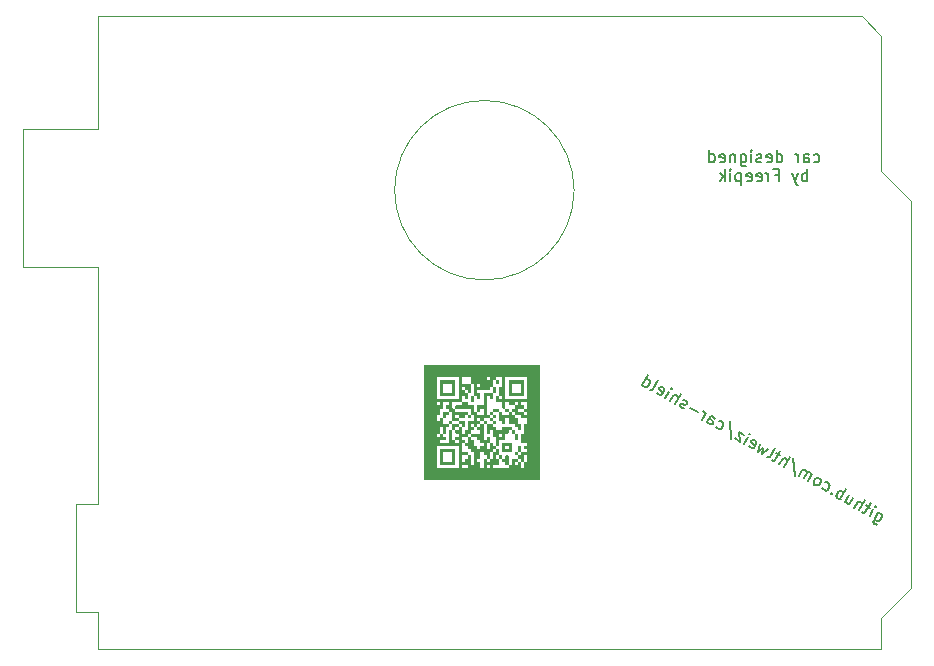
<source format=gbr>
%TF.GenerationSoftware,KiCad,Pcbnew,(6.0.9)*%
%TF.CreationDate,2022-11-30T17:50:51+01:00*%
%TF.ProjectId,car-shield,6361722d-7368-4696-956c-642e6b696361,rev0*%
%TF.SameCoordinates,Original*%
%TF.FileFunction,Legend,Bot*%
%TF.FilePolarity,Positive*%
%FSLAX46Y46*%
G04 Gerber Fmt 4.6, Leading zero omitted, Abs format (unit mm)*
G04 Created by KiCad (PCBNEW (6.0.9)) date 2022-11-30 17:50:51*
%MOMM*%
%LPD*%
G01*
G04 APERTURE LIST*
%ADD10C,0.000000*%
%ADD11C,0.150000*%
%ADD12C,0.120000*%
%ADD13C,2.000000*%
%ADD14R,1.600000X1.600000*%
%ADD15O,1.600000X1.600000*%
G04 APERTURE END LIST*
D10*
G36*
X132612870Y-105252086D02*
G01*
X132614214Y-105252188D01*
X132615538Y-105252356D01*
X132616841Y-105252589D01*
X132618121Y-105252884D01*
X132619376Y-105253241D01*
X132620606Y-105253657D01*
X132621807Y-105254130D01*
X132622979Y-105254660D01*
X132624120Y-105255244D01*
X132625228Y-105255881D01*
X132626302Y-105256570D01*
X132627339Y-105257307D01*
X132628338Y-105258093D01*
X132629298Y-105258924D01*
X132630217Y-105259800D01*
X132631093Y-105260719D01*
X132631925Y-105261679D01*
X132632710Y-105262679D01*
X132633448Y-105263716D01*
X132634136Y-105264790D01*
X132634773Y-105265898D01*
X132635358Y-105267039D01*
X132635887Y-105268211D01*
X132636361Y-105269412D01*
X132636777Y-105270641D01*
X132637134Y-105271897D01*
X132637429Y-105273177D01*
X132637662Y-105274480D01*
X132637830Y-105275804D01*
X132637932Y-105277148D01*
X132637967Y-105278509D01*
X132637967Y-105490175D01*
X132637932Y-105491537D01*
X132637830Y-105492881D01*
X132637662Y-105494205D01*
X132637429Y-105495508D01*
X132637134Y-105496788D01*
X132636777Y-105498043D01*
X132636361Y-105499273D01*
X132635887Y-105500474D01*
X132635358Y-105501646D01*
X132634773Y-105502787D01*
X132634136Y-105503895D01*
X132633448Y-105504969D01*
X132632710Y-105506006D01*
X132631925Y-105507005D01*
X132631093Y-105507965D01*
X132630217Y-105508884D01*
X132629298Y-105509760D01*
X132628338Y-105510592D01*
X132627339Y-105511377D01*
X132626302Y-105512115D01*
X132625228Y-105512803D01*
X132624120Y-105513440D01*
X132622979Y-105514025D01*
X132621807Y-105514555D01*
X132620606Y-105515028D01*
X132619376Y-105515444D01*
X132618121Y-105515801D01*
X132616841Y-105516096D01*
X132615538Y-105516329D01*
X132614214Y-105516497D01*
X132612870Y-105516599D01*
X132611508Y-105516634D01*
X132373384Y-105516634D01*
X132373384Y-105252051D01*
X132611508Y-105252051D01*
X132612870Y-105252086D01*
G37*
G36*
X132373384Y-105252051D02*
G01*
X132135259Y-105252051D01*
X132133898Y-105252017D01*
X132132554Y-105251914D01*
X132131230Y-105251746D01*
X132129927Y-105251514D01*
X132128647Y-105251218D01*
X132127391Y-105250862D01*
X132126162Y-105250446D01*
X132124960Y-105249972D01*
X132123788Y-105249442D01*
X132122648Y-105248858D01*
X132121540Y-105248221D01*
X132120466Y-105247532D01*
X132119429Y-105246795D01*
X132118429Y-105246009D01*
X132117469Y-105245178D01*
X132116550Y-105244301D01*
X132115674Y-105243383D01*
X132114843Y-105242423D01*
X132114057Y-105241423D01*
X132113320Y-105240386D01*
X132112631Y-105239312D01*
X132111994Y-105238204D01*
X132111410Y-105237063D01*
X132110880Y-105235891D01*
X132110406Y-105234690D01*
X132109990Y-105233460D01*
X132109634Y-105232205D01*
X132109338Y-105230925D01*
X132109106Y-105229622D01*
X132108938Y-105228298D01*
X132108835Y-105226954D01*
X132108801Y-105225592D01*
X132108801Y-104987468D01*
X132373384Y-104987468D01*
X132373384Y-105252051D01*
G37*
G36*
X132612870Y-104722919D02*
G01*
X132614214Y-104723021D01*
X132615538Y-104723190D01*
X132616841Y-104723422D01*
X132618121Y-104723718D01*
X132619376Y-104724074D01*
X132620606Y-104724490D01*
X132621807Y-104724964D01*
X132622979Y-104725494D01*
X132624120Y-104726078D01*
X132625228Y-104726715D01*
X132626302Y-104727403D01*
X132627339Y-104728141D01*
X132628338Y-104728927D01*
X132629298Y-104729758D01*
X132630217Y-104730634D01*
X132631093Y-104731553D01*
X132631925Y-104732513D01*
X132632710Y-104733513D01*
X132633448Y-104734550D01*
X132634136Y-104735623D01*
X132634773Y-104736731D01*
X132635358Y-104737872D01*
X132635887Y-104739044D01*
X132636361Y-104740246D01*
X132636777Y-104741475D01*
X132637134Y-104742731D01*
X132637429Y-104744011D01*
X132637662Y-104745314D01*
X132637830Y-104746638D01*
X132637932Y-104747982D01*
X132637967Y-104749343D01*
X132637967Y-104961009D01*
X132637932Y-104962371D01*
X132637830Y-104963715D01*
X132637662Y-104965039D01*
X132637429Y-104966342D01*
X132637134Y-104967622D01*
X132636777Y-104968877D01*
X132636361Y-104970107D01*
X132635887Y-104971308D01*
X132635358Y-104972480D01*
X132634773Y-104973621D01*
X132634136Y-104974729D01*
X132633448Y-104975803D01*
X132632710Y-104976840D01*
X132631925Y-104977840D01*
X132631093Y-104978800D01*
X132630217Y-104979719D01*
X132629298Y-104980595D01*
X132628338Y-104981426D01*
X132627339Y-104982212D01*
X132626302Y-104982949D01*
X132625228Y-104983638D01*
X132624120Y-104984275D01*
X132622979Y-104984859D01*
X132621807Y-104985389D01*
X132620606Y-104985863D01*
X132619376Y-104986278D01*
X132618121Y-104986635D01*
X132616841Y-104986930D01*
X132615538Y-104987163D01*
X132614214Y-104987331D01*
X132612870Y-104987434D01*
X132611508Y-104987468D01*
X132373384Y-104987468D01*
X132373384Y-104722885D01*
X132611508Y-104722885D01*
X132612870Y-104722919D01*
G37*
G36*
X134200368Y-106045834D02*
G01*
X134201711Y-106045937D01*
X134203035Y-106046105D01*
X134204338Y-106046337D01*
X134205618Y-106046633D01*
X134206874Y-106046989D01*
X134208103Y-106047405D01*
X134209305Y-106047879D01*
X134210477Y-106048409D01*
X134211618Y-106048993D01*
X134212726Y-106049630D01*
X134213799Y-106050319D01*
X134214837Y-106051056D01*
X134215836Y-106051842D01*
X134216796Y-106052673D01*
X134217715Y-106053549D01*
X134218591Y-106054468D01*
X134219423Y-106055428D01*
X134220208Y-106056428D01*
X134220946Y-106057465D01*
X134221634Y-106058539D01*
X134222271Y-106059647D01*
X134222856Y-106060787D01*
X134223386Y-106061959D01*
X134223859Y-106063161D01*
X134224275Y-106064390D01*
X134224632Y-106065646D01*
X134224927Y-106066926D01*
X134225160Y-106068229D01*
X134225328Y-106069553D01*
X134225430Y-106070897D01*
X134225465Y-106072258D01*
X134225465Y-106310383D01*
X133987340Y-106310383D01*
X133985979Y-106310348D01*
X133984635Y-106310246D01*
X133983311Y-106310078D01*
X133982008Y-106309845D01*
X133980728Y-106309550D01*
X133979472Y-106309193D01*
X133978243Y-106308777D01*
X133977041Y-106308303D01*
X133975869Y-106307774D01*
X133974729Y-106307189D01*
X133973621Y-106306552D01*
X133972547Y-106305864D01*
X133971510Y-106305126D01*
X133970510Y-106304341D01*
X133969550Y-106303509D01*
X133968631Y-106302633D01*
X133967755Y-106301714D01*
X133966924Y-106300754D01*
X133966138Y-106299755D01*
X133965400Y-106298717D01*
X133964712Y-106297644D01*
X133964075Y-106296536D01*
X133963491Y-106295395D01*
X133962961Y-106294223D01*
X133962487Y-106293022D01*
X133962071Y-106291792D01*
X133961715Y-106290537D01*
X133961419Y-106289257D01*
X133961187Y-106287954D01*
X133961018Y-106286630D01*
X133960916Y-106285286D01*
X133960882Y-106283924D01*
X133960882Y-106045800D01*
X134199006Y-106045800D01*
X134200368Y-106045834D01*
G37*
G36*
X134464951Y-106310417D02*
G01*
X134466294Y-106310519D01*
X134467619Y-106310687D01*
X134468921Y-106310920D01*
X134470201Y-106311216D01*
X134471457Y-106311572D01*
X134472686Y-106311988D01*
X134473888Y-106312462D01*
X134475060Y-106312992D01*
X134476201Y-106313576D01*
X134477309Y-106314213D01*
X134478382Y-106314901D01*
X134479420Y-106315639D01*
X134480419Y-106316424D01*
X134481379Y-106317256D01*
X134482298Y-106318132D01*
X134483174Y-106319051D01*
X134484006Y-106320011D01*
X134484791Y-106321011D01*
X134485529Y-106322048D01*
X134486217Y-106323122D01*
X134486854Y-106324230D01*
X134487438Y-106325370D01*
X134487968Y-106326542D01*
X134488442Y-106327744D01*
X134488858Y-106328973D01*
X134489215Y-106330229D01*
X134489510Y-106331509D01*
X134489743Y-106332812D01*
X134489911Y-106334136D01*
X134490013Y-106335480D01*
X134490048Y-106336841D01*
X134490048Y-106813091D01*
X134490013Y-106814452D01*
X134489911Y-106815796D01*
X134489743Y-106817120D01*
X134489510Y-106818423D01*
X134489215Y-106819703D01*
X134488858Y-106820958D01*
X134488442Y-106822188D01*
X134487968Y-106823389D01*
X134487438Y-106824561D01*
X134486854Y-106825702D01*
X134486217Y-106826810D01*
X134485529Y-106827884D01*
X134484791Y-106828921D01*
X134484006Y-106829921D01*
X134483174Y-106830881D01*
X134482298Y-106831799D01*
X134481379Y-106832675D01*
X134480419Y-106833507D01*
X134479420Y-106834293D01*
X134478382Y-106835030D01*
X134477309Y-106835718D01*
X134476201Y-106836355D01*
X134475060Y-106836940D01*
X134473888Y-106837470D01*
X134472686Y-106837943D01*
X134471457Y-106838359D01*
X134470201Y-106838716D01*
X134468921Y-106839011D01*
X134467619Y-106839244D01*
X134466294Y-106839412D01*
X134464951Y-106839514D01*
X134463589Y-106839549D01*
X134251923Y-106839549D01*
X134250562Y-106839514D01*
X134249218Y-106839412D01*
X134247894Y-106839244D01*
X134246591Y-106839011D01*
X134245311Y-106838716D01*
X134244055Y-106838359D01*
X134242826Y-106837943D01*
X134241625Y-106837470D01*
X134240453Y-106836940D01*
X134239312Y-106836355D01*
X134238204Y-106835718D01*
X134237130Y-106835030D01*
X134236093Y-106834293D01*
X134235093Y-106833507D01*
X134234133Y-106832675D01*
X134233214Y-106831799D01*
X134232338Y-106830881D01*
X134231507Y-106829921D01*
X134230721Y-106828921D01*
X134229984Y-106827884D01*
X134229295Y-106826810D01*
X134228658Y-106825702D01*
X134228074Y-106824561D01*
X134227544Y-106823389D01*
X134227070Y-106822188D01*
X134226654Y-106820958D01*
X134226298Y-106819703D01*
X134226002Y-106818423D01*
X134225770Y-106817120D01*
X134225601Y-106815796D01*
X134225499Y-106814452D01*
X134225465Y-106813091D01*
X134225465Y-106310383D01*
X134463589Y-106310383D01*
X134464951Y-106310417D01*
G37*
G36*
X133167167Y-107129229D02*
G01*
X133167270Y-107127885D01*
X133167438Y-107126561D01*
X133167670Y-107125258D01*
X133167966Y-107123978D01*
X133168322Y-107122722D01*
X133168738Y-107121493D01*
X133169212Y-107120292D01*
X133169742Y-107119120D01*
X133170326Y-107117979D01*
X133170963Y-107116871D01*
X133171652Y-107115797D01*
X133172389Y-107114760D01*
X133173175Y-107113760D01*
X133174006Y-107112800D01*
X133174882Y-107111881D01*
X133175801Y-107111005D01*
X133176761Y-107110174D01*
X133177761Y-107109388D01*
X133178798Y-107108651D01*
X133179872Y-107107962D01*
X133180980Y-107107325D01*
X133182121Y-107106741D01*
X133183293Y-107106211D01*
X133184494Y-107105737D01*
X133185723Y-107105321D01*
X133186979Y-107104965D01*
X133188259Y-107104669D01*
X133189562Y-107104437D01*
X133190886Y-107104269D01*
X133192230Y-107104166D01*
X133193591Y-107104132D01*
X133934424Y-107104132D01*
X133935785Y-107104166D01*
X133937129Y-107104269D01*
X133938453Y-107104437D01*
X133939756Y-107104669D01*
X133941036Y-107104965D01*
X133942291Y-107105321D01*
X133943521Y-107105737D01*
X133944722Y-107106211D01*
X133945894Y-107106741D01*
X133947035Y-107107325D01*
X133948143Y-107107962D01*
X133949216Y-107108651D01*
X133950254Y-107109388D01*
X133951253Y-107110174D01*
X133952213Y-107111005D01*
X133953132Y-107111881D01*
X133954008Y-107112800D01*
X133954840Y-107113760D01*
X133955625Y-107114760D01*
X133956363Y-107115797D01*
X133957051Y-107116871D01*
X133957688Y-107117979D01*
X133958273Y-107119120D01*
X133958803Y-107120292D01*
X133959276Y-107121493D01*
X133959692Y-107122722D01*
X133960049Y-107123978D01*
X133960344Y-107125258D01*
X133960577Y-107126561D01*
X133960745Y-107127885D01*
X133960847Y-107129229D01*
X133960882Y-107130590D01*
X133960882Y-107871423D01*
X133960847Y-107872784D01*
X133960745Y-107874128D01*
X133960577Y-107875452D01*
X133960344Y-107876755D01*
X133960049Y-107878035D01*
X133959692Y-107879290D01*
X133959276Y-107880520D01*
X133958803Y-107881721D01*
X133958273Y-107882893D01*
X133957688Y-107884034D01*
X133957051Y-107885142D01*
X133956363Y-107886215D01*
X133955625Y-107887253D01*
X133954840Y-107888252D01*
X133954008Y-107889212D01*
X133953132Y-107890131D01*
X133952213Y-107891007D01*
X133951253Y-107891839D01*
X133950254Y-107892624D01*
X133949216Y-107893362D01*
X133948143Y-107894050D01*
X133947035Y-107894687D01*
X133945894Y-107895272D01*
X133944722Y-107895802D01*
X133943521Y-107896275D01*
X133942291Y-107896691D01*
X133941036Y-107897048D01*
X133939756Y-107897343D01*
X133938453Y-107897576D01*
X133937129Y-107897744D01*
X133935785Y-107897846D01*
X133934424Y-107897881D01*
X133193591Y-107897881D01*
X133192230Y-107897846D01*
X133190886Y-107897744D01*
X133189562Y-107897576D01*
X133188259Y-107897343D01*
X133186979Y-107897048D01*
X133185723Y-107896691D01*
X133184494Y-107896275D01*
X133183293Y-107895802D01*
X133182121Y-107895272D01*
X133180980Y-107894687D01*
X133179872Y-107894050D01*
X133178798Y-107893362D01*
X133177761Y-107892624D01*
X133176761Y-107891839D01*
X133175801Y-107891007D01*
X133174882Y-107890131D01*
X133174006Y-107889212D01*
X133173175Y-107888252D01*
X133172389Y-107887253D01*
X133171652Y-107886215D01*
X133170963Y-107885142D01*
X133170326Y-107884034D01*
X133169742Y-107882893D01*
X133169212Y-107881721D01*
X133168738Y-107880520D01*
X133168322Y-107879290D01*
X133167966Y-107878035D01*
X133167670Y-107876755D01*
X133167438Y-107875452D01*
X133167270Y-107874128D01*
X133167167Y-107872784D01*
X133167133Y-107871423D01*
X133167133Y-107606839D01*
X133431716Y-107606839D01*
X133431750Y-107608201D01*
X133431853Y-107609545D01*
X133432021Y-107610869D01*
X133432254Y-107612172D01*
X133432549Y-107613452D01*
X133432906Y-107614707D01*
X133433322Y-107615937D01*
X133433795Y-107617138D01*
X133434325Y-107618310D01*
X133434909Y-107619451D01*
X133435547Y-107620559D01*
X133436235Y-107621632D01*
X133436972Y-107622670D01*
X133437758Y-107623669D01*
X133438589Y-107624629D01*
X133439466Y-107625548D01*
X133440384Y-107626424D01*
X133441344Y-107627256D01*
X133442344Y-107628041D01*
X133443381Y-107628779D01*
X133444455Y-107629467D01*
X133445563Y-107630104D01*
X133446704Y-107630689D01*
X133447876Y-107631218D01*
X133449077Y-107631692D01*
X133450307Y-107632108D01*
X133451562Y-107632465D01*
X133452842Y-107632760D01*
X133454145Y-107632993D01*
X133455469Y-107633161D01*
X133456813Y-107633263D01*
X133458174Y-107633298D01*
X133669840Y-107633298D01*
X133671202Y-107633263D01*
X133672546Y-107633161D01*
X133673870Y-107632993D01*
X133675173Y-107632760D01*
X133676453Y-107632465D01*
X133677708Y-107632108D01*
X133678938Y-107631692D01*
X133680139Y-107631218D01*
X133681311Y-107630689D01*
X133682452Y-107630104D01*
X133683560Y-107629467D01*
X133684633Y-107628779D01*
X133685671Y-107628041D01*
X133686670Y-107627256D01*
X133687630Y-107626424D01*
X133688549Y-107625548D01*
X133689425Y-107624629D01*
X133690257Y-107623669D01*
X133691042Y-107622670D01*
X133691780Y-107621632D01*
X133692468Y-107620559D01*
X133693105Y-107619451D01*
X133693690Y-107618310D01*
X133694219Y-107617138D01*
X133694693Y-107615937D01*
X133695109Y-107614707D01*
X133695466Y-107613452D01*
X133695761Y-107612172D01*
X133695994Y-107610869D01*
X133696162Y-107609545D01*
X133696264Y-107608201D01*
X133696299Y-107606839D01*
X133696299Y-107395173D01*
X133696264Y-107393812D01*
X133696162Y-107392468D01*
X133695994Y-107391144D01*
X133695761Y-107389841D01*
X133695466Y-107388561D01*
X133695109Y-107387306D01*
X133694693Y-107386076D01*
X133694219Y-107384875D01*
X133693690Y-107383703D01*
X133693105Y-107382562D01*
X133692468Y-107381454D01*
X133691780Y-107380380D01*
X133691042Y-107379343D01*
X133690257Y-107378343D01*
X133689425Y-107377383D01*
X133688549Y-107376465D01*
X133687630Y-107375588D01*
X133686670Y-107374757D01*
X133685671Y-107373971D01*
X133684633Y-107373234D01*
X133683560Y-107372546D01*
X133682452Y-107371908D01*
X133681311Y-107371324D01*
X133680139Y-107370794D01*
X133678938Y-107370321D01*
X133677708Y-107369905D01*
X133676453Y-107369548D01*
X133675173Y-107369253D01*
X133673870Y-107369020D01*
X133672546Y-107368852D01*
X133671202Y-107368749D01*
X133669840Y-107368715D01*
X133458174Y-107368715D01*
X133456813Y-107368749D01*
X133455469Y-107368852D01*
X133454145Y-107369020D01*
X133452842Y-107369253D01*
X133451562Y-107369548D01*
X133450307Y-107369905D01*
X133449077Y-107370321D01*
X133447876Y-107370794D01*
X133446704Y-107371324D01*
X133445563Y-107371908D01*
X133444455Y-107372546D01*
X133443381Y-107373234D01*
X133442344Y-107373971D01*
X133441344Y-107374757D01*
X133440384Y-107375588D01*
X133439466Y-107376465D01*
X133438589Y-107377383D01*
X133437758Y-107378343D01*
X133436972Y-107379343D01*
X133436235Y-107380380D01*
X133435547Y-107381454D01*
X133434909Y-107382562D01*
X133434325Y-107383703D01*
X133433795Y-107384875D01*
X133433322Y-107386076D01*
X133432906Y-107387306D01*
X133432549Y-107388561D01*
X133432254Y-107389841D01*
X133432021Y-107391144D01*
X133431853Y-107392468D01*
X133431750Y-107393812D01*
X133431716Y-107395173D01*
X133431716Y-107606839D01*
X133167133Y-107606839D01*
X133167133Y-107130590D01*
X133167167Y-107129229D01*
G37*
G36*
X132877453Y-101812506D02*
G01*
X132878797Y-101812609D01*
X132880121Y-101812777D01*
X132881424Y-101813009D01*
X132882704Y-101813305D01*
X132883959Y-101813661D01*
X132885189Y-101814077D01*
X132886390Y-101814551D01*
X132887562Y-101815081D01*
X132888703Y-101815665D01*
X132889811Y-101816302D01*
X132890885Y-101816991D01*
X132891922Y-101817728D01*
X132892922Y-101818514D01*
X132893882Y-101819345D01*
X132894800Y-101820221D01*
X132895676Y-101821140D01*
X132896508Y-101822100D01*
X132897294Y-101823100D01*
X132898031Y-101824137D01*
X132898719Y-101825211D01*
X132899356Y-101826319D01*
X132899941Y-101827459D01*
X132900471Y-101828631D01*
X132900944Y-101829833D01*
X132901360Y-101831062D01*
X132901717Y-101832318D01*
X132902012Y-101833598D01*
X132902245Y-101834901D01*
X132902413Y-101836225D01*
X132902515Y-101837569D01*
X132902550Y-101838930D01*
X132902550Y-102050597D01*
X132902515Y-102051958D01*
X132902413Y-102053302D01*
X132902245Y-102054626D01*
X132902012Y-102055929D01*
X132901717Y-102057209D01*
X132901360Y-102058465D01*
X132900944Y-102059694D01*
X132900471Y-102060895D01*
X132899941Y-102062067D01*
X132899356Y-102063208D01*
X132898719Y-102064316D01*
X132898031Y-102065390D01*
X132897294Y-102066427D01*
X132896508Y-102067427D01*
X132895676Y-102068387D01*
X132894800Y-102069305D01*
X132893882Y-102070182D01*
X132892922Y-102071013D01*
X132891922Y-102071799D01*
X132890885Y-102072536D01*
X132889811Y-102073224D01*
X132888703Y-102073862D01*
X132887562Y-102074446D01*
X132886390Y-102074976D01*
X132885189Y-102075449D01*
X132883959Y-102075865D01*
X132882704Y-102076222D01*
X132881424Y-102076517D01*
X132880121Y-102076750D01*
X132878797Y-102076918D01*
X132877453Y-102077021D01*
X132876092Y-102077055D01*
X132664425Y-102077055D01*
X132663064Y-102077021D01*
X132661720Y-102076918D01*
X132660396Y-102076750D01*
X132659093Y-102076517D01*
X132657813Y-102076222D01*
X132656557Y-102075865D01*
X132655328Y-102075449D01*
X132654126Y-102074976D01*
X132652954Y-102074446D01*
X132651813Y-102073862D01*
X132650705Y-102073225D01*
X132649632Y-102072536D01*
X132648595Y-102071799D01*
X132647595Y-102071013D01*
X132646635Y-102070182D01*
X132645716Y-102069306D01*
X132644840Y-102068387D01*
X132644008Y-102067427D01*
X132643223Y-102066427D01*
X132642485Y-102065390D01*
X132641797Y-102064316D01*
X132641160Y-102063208D01*
X132640576Y-102062067D01*
X132640046Y-102060895D01*
X132639572Y-102059694D01*
X132639156Y-102058465D01*
X132638800Y-102057209D01*
X132638504Y-102055929D01*
X132638272Y-102054626D01*
X132638103Y-102053302D01*
X132638001Y-102051958D01*
X132637967Y-102050597D01*
X132637967Y-101812472D01*
X132876092Y-101812472D01*
X132877453Y-101812506D01*
G37*
G36*
X130785886Y-103638094D02*
G01*
X130785851Y-103639456D01*
X130785749Y-103640800D01*
X130785581Y-103642124D01*
X130785348Y-103643427D01*
X130785053Y-103644707D01*
X130784696Y-103645962D01*
X130784280Y-103647192D01*
X130783807Y-103648393D01*
X130783277Y-103649565D01*
X130782693Y-103650706D01*
X130782055Y-103651814D01*
X130781367Y-103652888D01*
X130780630Y-103653925D01*
X130779844Y-103654925D01*
X130779013Y-103655885D01*
X130778136Y-103656804D01*
X130777218Y-103657680D01*
X130776258Y-103658511D01*
X130775258Y-103659297D01*
X130774221Y-103660034D01*
X130773147Y-103660723D01*
X130772039Y-103661360D01*
X130770898Y-103661944D01*
X130769726Y-103662474D01*
X130768525Y-103662948D01*
X130767296Y-103663364D01*
X130766040Y-103663720D01*
X130764760Y-103664016D01*
X130763457Y-103664248D01*
X130762133Y-103664416D01*
X130760789Y-103664519D01*
X130759428Y-103664553D01*
X130547761Y-103664553D01*
X130546400Y-103664519D01*
X130545056Y-103664417D01*
X130543732Y-103664248D01*
X130542429Y-103664016D01*
X130541149Y-103663720D01*
X130539893Y-103663364D01*
X130538664Y-103662948D01*
X130537462Y-103662474D01*
X130536290Y-103661944D01*
X130535150Y-103661360D01*
X130534042Y-103660723D01*
X130532968Y-103660034D01*
X130531931Y-103659297D01*
X130530931Y-103658511D01*
X130529971Y-103657680D01*
X130529052Y-103656804D01*
X130528176Y-103655885D01*
X130527345Y-103654925D01*
X130526559Y-103653925D01*
X130525821Y-103652888D01*
X130525133Y-103651814D01*
X130524496Y-103650706D01*
X130523912Y-103649566D01*
X130523382Y-103648393D01*
X130522908Y-103647192D01*
X130522492Y-103645963D01*
X130522136Y-103644707D01*
X130521840Y-103643427D01*
X130521608Y-103642124D01*
X130521439Y-103640800D01*
X130521337Y-103639456D01*
X130521303Y-103638095D01*
X130521303Y-103161845D01*
X130521337Y-103160484D01*
X130521439Y-103159140D01*
X130521608Y-103157816D01*
X130521840Y-103156513D01*
X130522136Y-103155233D01*
X130522492Y-103153977D01*
X130522908Y-103152748D01*
X130523382Y-103151546D01*
X130523912Y-103150374D01*
X130524496Y-103149234D01*
X130525133Y-103148126D01*
X130525821Y-103147052D01*
X130526559Y-103146015D01*
X130527345Y-103145015D01*
X130528176Y-103144055D01*
X130529052Y-103143136D01*
X130529971Y-103142260D01*
X130530931Y-103141429D01*
X130531931Y-103140643D01*
X130532968Y-103139906D01*
X130534042Y-103139217D01*
X130535150Y-103138580D01*
X130536290Y-103137996D01*
X130537462Y-103137466D01*
X130538664Y-103136992D01*
X130539893Y-103136576D01*
X130541149Y-103136220D01*
X130542429Y-103135924D01*
X130543732Y-103135692D01*
X130545056Y-103135524D01*
X130546400Y-103135421D01*
X130547761Y-103135387D01*
X130785886Y-103135387D01*
X130785886Y-103638094D01*
G37*
G36*
X133696333Y-101837569D02*
G01*
X133696435Y-101836225D01*
X133696603Y-101834901D01*
X133696836Y-101833598D01*
X133697131Y-101832318D01*
X133697488Y-101831062D01*
X133697904Y-101829833D01*
X133698377Y-101828631D01*
X133698907Y-101827459D01*
X133699492Y-101826319D01*
X133700129Y-101825211D01*
X133700817Y-101824137D01*
X133701555Y-101823100D01*
X133702340Y-101822100D01*
X133703172Y-101821140D01*
X133704048Y-101820221D01*
X133704967Y-101819345D01*
X133705927Y-101818514D01*
X133706926Y-101817728D01*
X133707964Y-101816991D01*
X133709037Y-101816302D01*
X133710145Y-101815665D01*
X133711286Y-101815081D01*
X133712458Y-101814551D01*
X133713659Y-101814077D01*
X133714889Y-101813661D01*
X133716144Y-101813305D01*
X133717424Y-101813009D01*
X133718727Y-101812777D01*
X133720051Y-101812609D01*
X133721395Y-101812506D01*
X133722756Y-101812472D01*
X134992755Y-101812472D01*
X134994117Y-101812506D01*
X134995460Y-101812609D01*
X134996784Y-101812777D01*
X134998087Y-101813009D01*
X134999367Y-101813305D01*
X135000623Y-101813661D01*
X135001852Y-101814077D01*
X135003054Y-101814551D01*
X135004226Y-101815081D01*
X135005367Y-101815665D01*
X135006475Y-101816302D01*
X135007548Y-101816991D01*
X135008585Y-101817728D01*
X135009585Y-101818514D01*
X135010545Y-101819345D01*
X135011464Y-101820221D01*
X135012340Y-101821140D01*
X135013172Y-101822100D01*
X135013957Y-101823100D01*
X135014695Y-101824137D01*
X135015383Y-101825211D01*
X135016020Y-101826319D01*
X135016605Y-101827459D01*
X135017134Y-101828631D01*
X135017608Y-101829833D01*
X135018024Y-101831062D01*
X135018381Y-101832318D01*
X135018676Y-101833598D01*
X135018909Y-101834901D01*
X135019077Y-101836225D01*
X135019179Y-101837569D01*
X135019214Y-101838930D01*
X135019214Y-103108928D01*
X135019213Y-103108928D01*
X135019178Y-103110290D01*
X135019076Y-103111634D01*
X135018908Y-103112958D01*
X135018675Y-103114261D01*
X135018380Y-103115541D01*
X135018023Y-103116796D01*
X135017607Y-103118026D01*
X135017134Y-103119227D01*
X135016604Y-103120399D01*
X135016019Y-103121540D01*
X135015382Y-103122648D01*
X135014694Y-103123722D01*
X135013957Y-103124759D01*
X135013171Y-103125759D01*
X135012340Y-103126719D01*
X135011463Y-103127638D01*
X135010545Y-103128514D01*
X135009585Y-103129345D01*
X135008585Y-103130131D01*
X135007548Y-103130868D01*
X135006474Y-103131556D01*
X135005366Y-103132194D01*
X135004226Y-103132778D01*
X135003054Y-103133308D01*
X135001852Y-103133781D01*
X135000623Y-103134197D01*
X134999367Y-103134554D01*
X134998087Y-103134849D01*
X134996784Y-103135082D01*
X134995460Y-103135250D01*
X134994116Y-103135352D01*
X134992755Y-103135387D01*
X133722756Y-103135387D01*
X133721395Y-103135352D01*
X133720051Y-103135250D01*
X133718727Y-103135082D01*
X133717424Y-103134849D01*
X133716144Y-103134554D01*
X133714889Y-103134197D01*
X133713659Y-103133781D01*
X133712458Y-103133308D01*
X133711286Y-103132778D01*
X133710145Y-103132193D01*
X133709037Y-103131556D01*
X133707964Y-103130868D01*
X133706926Y-103130130D01*
X133705927Y-103129345D01*
X133704967Y-103128513D01*
X133704048Y-103127637D01*
X133703172Y-103126718D01*
X133702340Y-103125758D01*
X133701555Y-103124759D01*
X133700817Y-103123722D01*
X133700129Y-103122648D01*
X133699492Y-103121540D01*
X133698907Y-103120399D01*
X133698377Y-103119227D01*
X133697904Y-103118026D01*
X133697488Y-103116796D01*
X133697131Y-103115541D01*
X133696836Y-103114261D01*
X133696603Y-103112958D01*
X133696435Y-103111634D01*
X133696333Y-103110290D01*
X133696298Y-103108928D01*
X133696298Y-102844346D01*
X133960882Y-102844346D01*
X133960916Y-102845707D01*
X133961018Y-102847051D01*
X133961187Y-102848375D01*
X133961419Y-102849678D01*
X133961715Y-102850958D01*
X133962071Y-102852214D01*
X133962487Y-102853443D01*
X133962961Y-102854644D01*
X133963491Y-102855816D01*
X133964075Y-102856957D01*
X133964712Y-102858065D01*
X133965400Y-102859139D01*
X133966138Y-102860176D01*
X133966924Y-102861176D01*
X133967755Y-102862136D01*
X133968631Y-102863055D01*
X133969550Y-102863931D01*
X133970510Y-102864762D01*
X133971510Y-102865548D01*
X133972547Y-102866285D01*
X133973621Y-102866974D01*
X133974729Y-102867611D01*
X133975869Y-102868195D01*
X133977041Y-102868725D01*
X133978243Y-102869199D01*
X133979472Y-102869615D01*
X133980728Y-102869971D01*
X133982008Y-102870267D01*
X133983311Y-102870499D01*
X133984635Y-102870667D01*
X133985979Y-102870770D01*
X133987340Y-102870804D01*
X134728172Y-102870804D01*
X134729534Y-102870770D01*
X134730878Y-102870667D01*
X134732202Y-102870499D01*
X134733505Y-102870266D01*
X134734785Y-102869971D01*
X134736040Y-102869615D01*
X134737270Y-102869199D01*
X134738471Y-102868725D01*
X134739643Y-102868195D01*
X134740784Y-102867611D01*
X134741892Y-102866974D01*
X134742965Y-102866285D01*
X134744003Y-102865548D01*
X134745002Y-102864762D01*
X134745962Y-102863931D01*
X134746881Y-102863054D01*
X134747757Y-102862136D01*
X134748589Y-102861176D01*
X134749375Y-102860176D01*
X134750112Y-102859139D01*
X134750800Y-102858065D01*
X134751438Y-102856957D01*
X134752022Y-102855816D01*
X134752552Y-102854644D01*
X134753026Y-102853443D01*
X134753442Y-102852213D01*
X134753798Y-102850958D01*
X134754094Y-102849678D01*
X134754326Y-102848375D01*
X134754494Y-102847051D01*
X134754597Y-102845707D01*
X134754631Y-102844346D01*
X134754631Y-102103513D01*
X134754597Y-102102152D01*
X134754494Y-102100808D01*
X134754326Y-102099484D01*
X134754094Y-102098181D01*
X134753798Y-102096901D01*
X134753442Y-102095645D01*
X134753026Y-102094416D01*
X134752552Y-102093214D01*
X134752022Y-102092042D01*
X134751438Y-102090902D01*
X134750800Y-102089794D01*
X134750112Y-102088720D01*
X134749375Y-102087683D01*
X134748589Y-102086683D01*
X134747757Y-102085723D01*
X134746881Y-102084804D01*
X134745962Y-102083928D01*
X134745002Y-102083097D01*
X134744003Y-102082311D01*
X134742965Y-102081574D01*
X134741892Y-102080885D01*
X134740784Y-102080248D01*
X134739643Y-102079664D01*
X134738471Y-102079134D01*
X134737270Y-102078660D01*
X134736040Y-102078244D01*
X134734785Y-102077888D01*
X134733505Y-102077592D01*
X134732202Y-102077360D01*
X134730878Y-102077192D01*
X134729534Y-102077089D01*
X134728172Y-102077055D01*
X133987340Y-102077055D01*
X133985979Y-102077089D01*
X133984635Y-102077192D01*
X133983311Y-102077360D01*
X133982008Y-102077592D01*
X133980728Y-102077888D01*
X133979472Y-102078244D01*
X133978243Y-102078660D01*
X133977041Y-102079134D01*
X133975869Y-102079664D01*
X133974729Y-102080248D01*
X133973621Y-102080885D01*
X133972547Y-102081574D01*
X133971510Y-102082311D01*
X133970510Y-102083097D01*
X133969550Y-102083928D01*
X133968631Y-102084804D01*
X133967755Y-102085723D01*
X133966924Y-102086683D01*
X133966138Y-102087683D01*
X133965400Y-102088720D01*
X133964712Y-102089794D01*
X133964075Y-102090902D01*
X133963491Y-102092042D01*
X133962961Y-102093214D01*
X133962487Y-102094416D01*
X133962071Y-102095645D01*
X133961715Y-102096901D01*
X133961419Y-102098181D01*
X133961187Y-102099484D01*
X133961018Y-102100808D01*
X133960916Y-102102152D01*
X133960882Y-102103513D01*
X133960882Y-102844346D01*
X133696298Y-102844346D01*
X133696298Y-101838930D01*
X133696333Y-101837569D01*
G37*
G36*
X127875507Y-101837569D02*
G01*
X127875610Y-101836225D01*
X127875778Y-101834901D01*
X127876010Y-101833598D01*
X127876306Y-101832318D01*
X127876662Y-101831062D01*
X127877078Y-101829833D01*
X127877552Y-101828631D01*
X127878082Y-101827459D01*
X127878666Y-101826319D01*
X127879303Y-101825211D01*
X127879992Y-101824137D01*
X127880729Y-101823100D01*
X127881515Y-101822100D01*
X127882346Y-101821140D01*
X127883222Y-101820221D01*
X127884141Y-101819345D01*
X127885101Y-101818514D01*
X127886101Y-101817728D01*
X127887138Y-101816991D01*
X127888212Y-101816302D01*
X127889320Y-101815665D01*
X127890460Y-101815081D01*
X127891632Y-101814551D01*
X127892834Y-101814077D01*
X127894063Y-101813661D01*
X127895319Y-101813305D01*
X127896599Y-101813009D01*
X127897902Y-101812777D01*
X127899226Y-101812609D01*
X127900570Y-101812506D01*
X127901931Y-101812472D01*
X129171929Y-101812472D01*
X129173291Y-101812506D01*
X129174635Y-101812609D01*
X129175959Y-101812777D01*
X129177262Y-101813009D01*
X129178542Y-101813305D01*
X129179797Y-101813661D01*
X129181027Y-101814077D01*
X129182228Y-101814551D01*
X129183400Y-101815081D01*
X129184541Y-101815665D01*
X129185649Y-101816302D01*
X129186723Y-101816991D01*
X129187760Y-101817728D01*
X129188760Y-101818514D01*
X129189720Y-101819345D01*
X129190639Y-101820221D01*
X129191515Y-101821140D01*
X129192346Y-101822100D01*
X129193132Y-101823100D01*
X129193869Y-101824137D01*
X129194557Y-101825211D01*
X129195195Y-101826319D01*
X129195779Y-101827459D01*
X129196309Y-101828631D01*
X129196782Y-101829833D01*
X129197198Y-101831062D01*
X129197555Y-101832318D01*
X129197850Y-101833598D01*
X129198083Y-101834901D01*
X129198251Y-101836225D01*
X129198353Y-101837569D01*
X129198388Y-101838930D01*
X129198388Y-103108928D01*
X129198353Y-103110290D01*
X129198251Y-103111634D01*
X129198083Y-103112958D01*
X129197850Y-103114261D01*
X129197555Y-103115541D01*
X129197198Y-103116796D01*
X129196782Y-103118026D01*
X129196309Y-103119227D01*
X129195779Y-103120399D01*
X129195195Y-103121540D01*
X129194557Y-103122648D01*
X129193869Y-103123722D01*
X129193132Y-103124759D01*
X129192346Y-103125759D01*
X129191515Y-103126719D01*
X129190639Y-103127638D01*
X129189720Y-103128514D01*
X129188760Y-103129345D01*
X129187760Y-103130131D01*
X129186723Y-103130868D01*
X129185649Y-103131556D01*
X129184541Y-103132194D01*
X129183400Y-103132778D01*
X129182228Y-103133308D01*
X129181027Y-103133781D01*
X129179797Y-103134197D01*
X129178542Y-103134554D01*
X129177262Y-103134849D01*
X129175959Y-103135082D01*
X129174635Y-103135250D01*
X129173291Y-103135352D01*
X129171929Y-103135387D01*
X127901931Y-103135387D01*
X127900570Y-103135352D01*
X127899226Y-103135250D01*
X127897902Y-103135082D01*
X127896599Y-103134849D01*
X127895319Y-103134554D01*
X127894063Y-103134197D01*
X127892834Y-103133781D01*
X127891632Y-103133308D01*
X127890460Y-103132778D01*
X127889320Y-103132193D01*
X127888212Y-103131556D01*
X127887138Y-103130868D01*
X127886101Y-103130130D01*
X127885101Y-103129345D01*
X127884141Y-103128513D01*
X127883222Y-103127637D01*
X127882346Y-103126718D01*
X127881515Y-103125758D01*
X127880729Y-103124759D01*
X127879992Y-103123722D01*
X127879303Y-103122648D01*
X127878666Y-103121540D01*
X127878082Y-103120399D01*
X127877552Y-103119227D01*
X127877078Y-103118026D01*
X127876662Y-103116796D01*
X127876306Y-103115541D01*
X127876010Y-103114261D01*
X127875778Y-103112958D01*
X127875610Y-103111634D01*
X127875507Y-103110290D01*
X127875473Y-103108928D01*
X127875473Y-102844346D01*
X128140056Y-102844346D01*
X128140090Y-102845707D01*
X128140193Y-102847051D01*
X128140361Y-102848375D01*
X128140593Y-102849678D01*
X128140889Y-102850958D01*
X128141245Y-102852214D01*
X128141661Y-102853443D01*
X128142135Y-102854644D01*
X128142665Y-102855816D01*
X128143249Y-102856957D01*
X128143886Y-102858065D01*
X128144575Y-102859139D01*
X128145312Y-102860176D01*
X128146098Y-102861176D01*
X128146929Y-102862136D01*
X128147805Y-102863055D01*
X128148724Y-102863931D01*
X128149684Y-102864762D01*
X128150684Y-102865548D01*
X128151721Y-102866285D01*
X128152795Y-102866974D01*
X128153903Y-102867611D01*
X128155043Y-102868195D01*
X128156215Y-102868725D01*
X128157417Y-102869199D01*
X128158646Y-102869615D01*
X128159902Y-102869971D01*
X128161182Y-102870267D01*
X128162485Y-102870499D01*
X128163809Y-102870667D01*
X128165153Y-102870770D01*
X128166514Y-102870804D01*
X128907347Y-102870804D01*
X128908708Y-102870770D01*
X128910052Y-102870667D01*
X128911376Y-102870499D01*
X128912679Y-102870266D01*
X128913959Y-102869971D01*
X128915215Y-102869615D01*
X128916444Y-102869199D01*
X128917645Y-102868725D01*
X128918817Y-102868195D01*
X128919958Y-102867611D01*
X128921066Y-102866974D01*
X128922140Y-102866285D01*
X128923177Y-102865548D01*
X128924177Y-102864762D01*
X128925137Y-102863931D01*
X128926056Y-102863054D01*
X128926932Y-102862136D01*
X128927763Y-102861176D01*
X128928549Y-102860176D01*
X128929286Y-102859139D01*
X128929975Y-102858065D01*
X128930612Y-102856957D01*
X128931196Y-102855816D01*
X128931726Y-102854644D01*
X128932200Y-102853443D01*
X128932616Y-102852213D01*
X128932972Y-102850958D01*
X128933268Y-102849678D01*
X128933500Y-102848375D01*
X128933668Y-102847051D01*
X128933771Y-102845707D01*
X128933805Y-102844346D01*
X128933805Y-102103513D01*
X128933771Y-102102152D01*
X128933668Y-102100808D01*
X128933500Y-102099484D01*
X128933267Y-102098181D01*
X128932972Y-102096901D01*
X128932616Y-102095645D01*
X128932200Y-102094416D01*
X128931726Y-102093214D01*
X128931196Y-102092042D01*
X128930612Y-102090902D01*
X128929975Y-102089794D01*
X128929286Y-102088720D01*
X128928549Y-102087683D01*
X128927763Y-102086683D01*
X128926932Y-102085723D01*
X128926055Y-102084804D01*
X128925137Y-102083928D01*
X128924177Y-102083097D01*
X128923177Y-102082311D01*
X128922140Y-102081574D01*
X128921066Y-102080885D01*
X128919958Y-102080248D01*
X128918817Y-102079664D01*
X128917645Y-102079134D01*
X128916444Y-102078660D01*
X128915214Y-102078244D01*
X128913959Y-102077888D01*
X128912679Y-102077592D01*
X128911376Y-102077360D01*
X128910052Y-102077192D01*
X128908708Y-102077089D01*
X128907347Y-102077055D01*
X128166514Y-102077055D01*
X128165153Y-102077089D01*
X128163809Y-102077192D01*
X128162485Y-102077360D01*
X128161182Y-102077592D01*
X128159902Y-102077888D01*
X128158646Y-102078244D01*
X128157417Y-102078660D01*
X128156215Y-102079134D01*
X128155043Y-102079664D01*
X128153903Y-102080248D01*
X128152795Y-102080885D01*
X128151721Y-102081574D01*
X128150684Y-102082311D01*
X128149684Y-102083097D01*
X128148724Y-102083928D01*
X128147805Y-102084804D01*
X128146929Y-102085723D01*
X128146098Y-102086683D01*
X128145312Y-102087683D01*
X128144575Y-102088720D01*
X128143886Y-102089794D01*
X128143249Y-102090902D01*
X128142665Y-102092042D01*
X128142135Y-102093214D01*
X128141661Y-102094416D01*
X128141245Y-102095645D01*
X128140889Y-102096901D01*
X128140593Y-102098181D01*
X128140361Y-102099484D01*
X128140193Y-102100808D01*
X128140090Y-102102152D01*
X128140056Y-102103513D01*
X128140056Y-102844346D01*
X127875473Y-102844346D01*
X127875473Y-101838930D01*
X127875507Y-101837569D01*
G37*
G36*
X127875507Y-107658395D02*
G01*
X127875610Y-107657051D01*
X127875778Y-107655727D01*
X127876010Y-107654424D01*
X127876306Y-107653144D01*
X127876662Y-107651889D01*
X127877078Y-107650659D01*
X127877552Y-107649458D01*
X127878082Y-107648286D01*
X127878666Y-107647145D01*
X127879303Y-107646037D01*
X127879992Y-107644963D01*
X127880729Y-107643926D01*
X127881515Y-107642926D01*
X127882346Y-107641966D01*
X127883222Y-107641047D01*
X127884141Y-107640171D01*
X127885101Y-107639340D01*
X127886101Y-107638554D01*
X127887138Y-107637817D01*
X127888212Y-107637128D01*
X127889320Y-107636491D01*
X127890460Y-107635907D01*
X127891632Y-107635377D01*
X127892834Y-107634903D01*
X127894063Y-107634487D01*
X127895319Y-107634131D01*
X127896599Y-107633835D01*
X127897902Y-107633603D01*
X127899226Y-107633434D01*
X127900570Y-107633332D01*
X127901931Y-107633298D01*
X129171929Y-107633298D01*
X129173291Y-107633332D01*
X129174635Y-107633434D01*
X129175959Y-107633603D01*
X129177262Y-107633835D01*
X129178542Y-107634131D01*
X129179797Y-107634487D01*
X129181027Y-107634903D01*
X129182228Y-107635377D01*
X129183400Y-107635907D01*
X129184541Y-107636491D01*
X129185649Y-107637128D01*
X129186723Y-107637817D01*
X129187760Y-107638554D01*
X129188760Y-107639340D01*
X129189720Y-107640171D01*
X129190639Y-107641047D01*
X129191515Y-107641966D01*
X129192346Y-107642926D01*
X129193132Y-107643926D01*
X129193869Y-107644963D01*
X129194557Y-107646037D01*
X129195195Y-107647145D01*
X129195779Y-107648286D01*
X129196309Y-107649458D01*
X129196782Y-107650659D01*
X129197198Y-107651889D01*
X129197555Y-107653144D01*
X129197850Y-107654424D01*
X129198083Y-107655727D01*
X129198251Y-107657051D01*
X129198353Y-107658395D01*
X129198388Y-107659756D01*
X129198388Y-108929754D01*
X129198353Y-108931116D01*
X129198251Y-108932459D01*
X129198083Y-108933783D01*
X129197850Y-108935086D01*
X129197555Y-108936366D01*
X129197198Y-108937622D01*
X129196782Y-108938851D01*
X129196309Y-108940053D01*
X129195779Y-108941225D01*
X129195194Y-108942366D01*
X129194557Y-108943474D01*
X129193869Y-108944547D01*
X129193131Y-108945584D01*
X129192346Y-108946584D01*
X129191514Y-108947544D01*
X129190638Y-108948463D01*
X129189719Y-108949339D01*
X129188759Y-108950171D01*
X129187760Y-108950956D01*
X129186723Y-108951694D01*
X129185649Y-108952382D01*
X129184541Y-108953019D01*
X129183400Y-108953604D01*
X129182228Y-108954133D01*
X129181027Y-108954607D01*
X129179797Y-108955023D01*
X129178542Y-108955380D01*
X129177262Y-108955675D01*
X129175959Y-108955908D01*
X129174635Y-108956076D01*
X129173291Y-108956178D01*
X129171929Y-108956213D01*
X127901931Y-108956213D01*
X127900570Y-108956178D01*
X127899226Y-108956076D01*
X127897902Y-108955908D01*
X127896599Y-108955675D01*
X127895319Y-108955380D01*
X127894063Y-108955023D01*
X127892834Y-108954607D01*
X127891632Y-108954134D01*
X127890460Y-108953604D01*
X127889320Y-108953019D01*
X127888212Y-108952382D01*
X127887138Y-108951694D01*
X127886101Y-108950956D01*
X127885101Y-108950171D01*
X127884141Y-108949339D01*
X127883222Y-108948463D01*
X127882346Y-108947545D01*
X127881515Y-108946585D01*
X127880729Y-108945585D01*
X127879992Y-108944548D01*
X127879303Y-108943474D01*
X127878666Y-108942366D01*
X127878082Y-108941225D01*
X127877552Y-108940053D01*
X127877078Y-108938852D01*
X127876662Y-108937623D01*
X127876306Y-108936367D01*
X127876010Y-108935087D01*
X127875778Y-108933784D01*
X127875610Y-108932460D01*
X127875507Y-108931116D01*
X127875473Y-108929755D01*
X127875473Y-108665171D01*
X128140056Y-108665171D01*
X128140090Y-108666533D01*
X128140193Y-108667877D01*
X128140361Y-108669201D01*
X128140593Y-108670504D01*
X128140889Y-108671784D01*
X128141245Y-108673039D01*
X128141661Y-108674269D01*
X128142135Y-108675470D01*
X128142665Y-108676642D01*
X128143249Y-108677783D01*
X128143886Y-108678891D01*
X128144575Y-108679964D01*
X128145312Y-108681002D01*
X128146098Y-108682001D01*
X128146929Y-108682961D01*
X128147805Y-108683880D01*
X128148724Y-108684756D01*
X128149684Y-108685588D01*
X128150684Y-108686374D01*
X128151721Y-108687111D01*
X128152795Y-108687799D01*
X128153903Y-108688437D01*
X128155043Y-108689021D01*
X128156215Y-108689551D01*
X128157417Y-108690025D01*
X128158646Y-108690441D01*
X128159902Y-108690797D01*
X128161182Y-108691093D01*
X128162485Y-108691325D01*
X128163809Y-108691493D01*
X128165153Y-108691596D01*
X128166514Y-108691630D01*
X128907347Y-108691630D01*
X128908708Y-108691596D01*
X128910052Y-108691493D01*
X128911376Y-108691325D01*
X128912679Y-108691093D01*
X128913959Y-108690797D01*
X128915215Y-108690441D01*
X128916444Y-108690025D01*
X128917645Y-108689551D01*
X128918817Y-108689021D01*
X128919958Y-108688437D01*
X128921066Y-108687799D01*
X128922140Y-108687111D01*
X128923177Y-108686374D01*
X128924177Y-108685588D01*
X128925137Y-108684756D01*
X128926056Y-108683880D01*
X128926932Y-108682961D01*
X128927763Y-108682001D01*
X128928549Y-108681002D01*
X128929286Y-108679964D01*
X128929975Y-108678891D01*
X128930612Y-108677783D01*
X128931196Y-108676642D01*
X128931726Y-108675470D01*
X128932200Y-108674269D01*
X128932616Y-108673039D01*
X128932972Y-108671784D01*
X128933268Y-108670504D01*
X128933500Y-108669201D01*
X128933668Y-108667877D01*
X128933771Y-108666533D01*
X128933805Y-108665171D01*
X128933805Y-107924339D01*
X128933771Y-107922978D01*
X128933668Y-107921634D01*
X128933500Y-107920310D01*
X128933267Y-107919007D01*
X128932972Y-107917727D01*
X128932616Y-107916471D01*
X128932200Y-107915242D01*
X128931726Y-107914040D01*
X128931196Y-107912868D01*
X128930612Y-107911728D01*
X128929975Y-107910620D01*
X128929286Y-107909546D01*
X128928549Y-107908509D01*
X128927763Y-107907509D01*
X128926932Y-107906549D01*
X128926055Y-107905630D01*
X128925137Y-107904754D01*
X128924177Y-107903923D01*
X128923177Y-107903137D01*
X128922140Y-107902399D01*
X128921066Y-107901711D01*
X128919958Y-107901074D01*
X128918817Y-107900490D01*
X128917645Y-107899960D01*
X128916444Y-107899486D01*
X128915214Y-107899070D01*
X128913959Y-107898714D01*
X128912679Y-107898418D01*
X128911376Y-107898186D01*
X128910052Y-107898017D01*
X128908708Y-107897915D01*
X128907347Y-107897881D01*
X128166514Y-107897881D01*
X128165153Y-107897915D01*
X128163809Y-107898017D01*
X128162485Y-107898186D01*
X128161182Y-107898418D01*
X128159902Y-107898714D01*
X128158646Y-107899070D01*
X128157417Y-107899486D01*
X128156215Y-107899960D01*
X128155043Y-107900490D01*
X128153903Y-107901074D01*
X128152795Y-107901711D01*
X128151721Y-107902399D01*
X128150684Y-107903137D01*
X128149684Y-107903923D01*
X128148724Y-107904754D01*
X128147805Y-107905630D01*
X128146929Y-107906549D01*
X128146098Y-107907509D01*
X128145312Y-107908509D01*
X128144575Y-107909546D01*
X128143886Y-107910620D01*
X128143249Y-107911728D01*
X128142665Y-107912868D01*
X128142135Y-107914040D01*
X128141661Y-107915242D01*
X128141245Y-107916471D01*
X128140889Y-107917727D01*
X128140593Y-107919007D01*
X128140361Y-107920310D01*
X128140193Y-107921634D01*
X128140090Y-107922978D01*
X128140056Y-107924339D01*
X128140056Y-108665171D01*
X127875473Y-108665171D01*
X127875473Y-107659756D01*
X127875507Y-107658395D01*
G37*
G36*
X136342129Y-100489557D02*
G01*
X136342129Y-110279128D01*
X126552558Y-110279128D01*
X126552558Y-109194338D01*
X127610890Y-109194338D01*
X127610924Y-109195699D01*
X127611027Y-109197043D01*
X127611195Y-109198367D01*
X127611428Y-109199670D01*
X127611723Y-109200950D01*
X127612079Y-109202205D01*
X127612495Y-109203435D01*
X127612969Y-109204636D01*
X127613499Y-109205808D01*
X127614083Y-109206949D01*
X127614720Y-109208057D01*
X127615409Y-109209130D01*
X127616146Y-109210168D01*
X127616932Y-109211167D01*
X127617763Y-109212127D01*
X127618639Y-109213046D01*
X127619558Y-109213922D01*
X127620518Y-109214754D01*
X127621518Y-109215539D01*
X127622555Y-109216277D01*
X127623629Y-109216965D01*
X127624737Y-109217602D01*
X127625877Y-109218186D01*
X127627049Y-109218716D01*
X127628251Y-109219190D01*
X127629480Y-109219606D01*
X127630736Y-109219962D01*
X127632016Y-109220258D01*
X127633319Y-109220491D01*
X127634643Y-109220659D01*
X127635987Y-109220761D01*
X127637348Y-109220795D01*
X129436513Y-109220795D01*
X129437874Y-109220761D01*
X129439218Y-109220659D01*
X129440542Y-109220491D01*
X129441845Y-109220258D01*
X129443125Y-109219962D01*
X129444380Y-109219606D01*
X129445610Y-109219190D01*
X129446811Y-109218716D01*
X129447983Y-109218186D01*
X129449124Y-109217602D01*
X129450232Y-109216965D01*
X129451306Y-109216277D01*
X129452343Y-109215539D01*
X129453343Y-109214754D01*
X129454303Y-109213922D01*
X129455221Y-109213046D01*
X129456097Y-109212128D01*
X129456929Y-109211168D01*
X129457715Y-109210168D01*
X129458452Y-109209131D01*
X129459140Y-109208057D01*
X129459777Y-109206949D01*
X129460362Y-109205809D01*
X129460892Y-109204637D01*
X129461365Y-109203435D01*
X129461781Y-109202206D01*
X129462138Y-109200950D01*
X129462433Y-109199670D01*
X129462666Y-109198367D01*
X129462834Y-109197043D01*
X129462936Y-109195699D01*
X129462971Y-109194338D01*
X129727554Y-109194338D01*
X129727588Y-109195699D01*
X129727690Y-109197043D01*
X129727859Y-109198367D01*
X129728091Y-109199670D01*
X129728387Y-109200950D01*
X129728743Y-109202205D01*
X129729159Y-109203435D01*
X129729633Y-109204636D01*
X129730163Y-109205808D01*
X129730747Y-109206949D01*
X129731384Y-109208057D01*
X129732072Y-109209130D01*
X129732810Y-109210168D01*
X129733595Y-109211167D01*
X129734427Y-109212127D01*
X129735303Y-109213046D01*
X129736222Y-109213922D01*
X129737182Y-109214754D01*
X129738182Y-109215539D01*
X129739219Y-109216277D01*
X129740292Y-109216965D01*
X129741400Y-109217602D01*
X129742541Y-109218186D01*
X129743713Y-109218716D01*
X129744915Y-109219190D01*
X129746144Y-109219606D01*
X129747400Y-109219962D01*
X129748680Y-109220258D01*
X129749983Y-109220491D01*
X129751307Y-109220659D01*
X129752651Y-109220761D01*
X129754012Y-109220795D01*
X130230261Y-109220795D01*
X130231623Y-109220761D01*
X130232967Y-109220659D01*
X130234291Y-109220491D01*
X130235594Y-109220258D01*
X130236874Y-109219962D01*
X130238129Y-109219606D01*
X130239359Y-109219190D01*
X130240560Y-109218716D01*
X130241732Y-109218186D01*
X130242873Y-109217602D01*
X130243981Y-109216965D01*
X130245055Y-109216277D01*
X130246092Y-109215539D01*
X130247092Y-109214754D01*
X130248052Y-109213922D01*
X130248970Y-109213046D01*
X130249847Y-109212128D01*
X130250678Y-109211168D01*
X130251464Y-109210168D01*
X130252201Y-109209131D01*
X130252889Y-109208057D01*
X130253527Y-109206949D01*
X130254111Y-109205809D01*
X130254641Y-109204637D01*
X130255114Y-109203435D01*
X130255530Y-109202206D01*
X130255887Y-109200950D01*
X130256182Y-109199670D01*
X130256415Y-109198367D01*
X130256583Y-109197043D01*
X130256685Y-109195699D01*
X130256720Y-109194338D01*
X130256720Y-108982671D01*
X130256685Y-108981310D01*
X130256583Y-108979966D01*
X130256415Y-108978642D01*
X130256182Y-108977340D01*
X130255887Y-108976060D01*
X130255530Y-108974804D01*
X130255114Y-108973575D01*
X130254641Y-108972373D01*
X130254111Y-108971201D01*
X130253526Y-108970061D01*
X130252889Y-108968953D01*
X130252201Y-108967879D01*
X130251463Y-108966842D01*
X130250678Y-108965842D01*
X130249846Y-108964882D01*
X130248970Y-108963963D01*
X130248051Y-108963087D01*
X130247091Y-108962256D01*
X130246092Y-108961470D01*
X130245054Y-108960733D01*
X130243981Y-108960044D01*
X130242873Y-108959407D01*
X130241732Y-108958823D01*
X130240560Y-108958293D01*
X130239359Y-108957819D01*
X130238129Y-108957403D01*
X130236874Y-108957047D01*
X130235594Y-108956751D01*
X130234291Y-108956519D01*
X130232967Y-108956350D01*
X130231623Y-108956248D01*
X130230261Y-108956214D01*
X129754012Y-108956214D01*
X129752651Y-108956248D01*
X129751307Y-108956350D01*
X129749983Y-108956519D01*
X129748680Y-108956751D01*
X129747400Y-108957047D01*
X129746144Y-108957403D01*
X129744915Y-108957819D01*
X129743713Y-108958293D01*
X129742541Y-108958823D01*
X129741400Y-108959407D01*
X129740292Y-108960044D01*
X129739219Y-108960732D01*
X129738181Y-108961470D01*
X129737182Y-108962255D01*
X129736222Y-108963087D01*
X129735303Y-108963963D01*
X129734427Y-108964882D01*
X129733595Y-108965842D01*
X129732810Y-108966841D01*
X129732072Y-108967879D01*
X129731384Y-108968952D01*
X129730747Y-108970060D01*
X129730163Y-108971201D01*
X129729633Y-108972373D01*
X129729159Y-108973574D01*
X129728743Y-108974804D01*
X129728387Y-108976059D01*
X129728091Y-108977339D01*
X129727859Y-108978642D01*
X129727690Y-108979966D01*
X129727588Y-108981310D01*
X129727554Y-108982671D01*
X129727554Y-109194338D01*
X129462971Y-109194338D01*
X129462971Y-108665171D01*
X129727554Y-108665171D01*
X129727589Y-108666533D01*
X129727691Y-108667877D01*
X129727859Y-108669201D01*
X129728092Y-108670504D01*
X129728387Y-108671784D01*
X129728744Y-108673039D01*
X129729160Y-108674269D01*
X129729633Y-108675470D01*
X129730163Y-108676642D01*
X129730748Y-108677783D01*
X129731385Y-108678891D01*
X129732073Y-108679964D01*
X129732811Y-108681002D01*
X129733596Y-108682001D01*
X129734428Y-108682961D01*
X129735304Y-108683880D01*
X129736223Y-108684756D01*
X129737183Y-108685588D01*
X129738182Y-108686374D01*
X129739220Y-108687111D01*
X129740293Y-108687799D01*
X129741401Y-108688437D01*
X129742542Y-108689021D01*
X129743714Y-108689551D01*
X129744915Y-108690025D01*
X129746145Y-108690441D01*
X129747400Y-108690797D01*
X129748680Y-108691093D01*
X129749983Y-108691325D01*
X129751307Y-108691493D01*
X129752651Y-108691596D01*
X129754013Y-108691630D01*
X129965678Y-108691630D01*
X129967040Y-108691596D01*
X129968384Y-108691493D01*
X129969708Y-108691325D01*
X129971011Y-108691093D01*
X129972291Y-108690797D01*
X129973546Y-108690441D01*
X129974776Y-108690025D01*
X129975977Y-108689551D01*
X129977149Y-108689021D01*
X129978290Y-108688437D01*
X129979398Y-108687799D01*
X129980471Y-108687111D01*
X129981509Y-108686374D01*
X129982508Y-108685588D01*
X129983468Y-108684756D01*
X129984387Y-108683880D01*
X129985263Y-108682961D01*
X129986095Y-108682001D01*
X129986880Y-108681002D01*
X129987618Y-108679964D01*
X129988306Y-108678891D01*
X129988943Y-108677783D01*
X129989527Y-108676642D01*
X129990057Y-108675470D01*
X129990531Y-108674269D01*
X129990947Y-108673039D01*
X129991304Y-108671784D01*
X129991599Y-108670504D01*
X129991832Y-108669201D01*
X129992000Y-108667877D01*
X129992102Y-108666533D01*
X129992137Y-108665171D01*
X129992137Y-108453505D01*
X129992171Y-108452144D01*
X129992273Y-108450800D01*
X129992441Y-108449476D01*
X129992674Y-108448173D01*
X129992970Y-108446893D01*
X129993326Y-108445637D01*
X129993742Y-108444408D01*
X129994216Y-108443207D01*
X129994746Y-108442035D01*
X129995330Y-108440894D01*
X129995967Y-108439786D01*
X129996655Y-108438712D01*
X129997393Y-108437675D01*
X129998178Y-108436675D01*
X129999010Y-108435715D01*
X129999886Y-108434796D01*
X130000805Y-108433920D01*
X130001765Y-108433089D01*
X130002765Y-108432303D01*
X130003802Y-108431565D01*
X130004875Y-108430877D01*
X130005983Y-108430240D01*
X130007124Y-108429656D01*
X130008296Y-108429126D01*
X130009498Y-108428652D01*
X130010727Y-108428236D01*
X130011983Y-108427880D01*
X130013263Y-108427584D01*
X130014566Y-108427351D01*
X130015890Y-108427183D01*
X130017234Y-108427081D01*
X130018595Y-108427047D01*
X130230261Y-108427047D01*
X130231623Y-108427012D01*
X130232967Y-108426910D01*
X130234291Y-108426742D01*
X130235594Y-108426509D01*
X130236874Y-108426214D01*
X130238129Y-108425857D01*
X130239359Y-108425441D01*
X130240560Y-108424967D01*
X130241732Y-108424437D01*
X130242873Y-108423853D01*
X130243981Y-108423216D01*
X130245055Y-108422528D01*
X130246092Y-108421790D01*
X130247092Y-108421005D01*
X130248052Y-108420173D01*
X130248970Y-108419297D01*
X130249847Y-108418378D01*
X130250678Y-108417418D01*
X130251464Y-108416419D01*
X130252201Y-108415381D01*
X130252889Y-108414308D01*
X130253527Y-108413200D01*
X130254111Y-108412059D01*
X130254641Y-108410887D01*
X130255114Y-108409685D01*
X130255530Y-108408456D01*
X130255887Y-108407200D01*
X130256182Y-108405920D01*
X130256415Y-108404618D01*
X130256583Y-108403293D01*
X130256685Y-108401950D01*
X130256720Y-108400588D01*
X130256720Y-108162464D01*
X130494844Y-108162464D01*
X130496206Y-108162498D01*
X130497550Y-108162600D01*
X130498874Y-108162769D01*
X130500177Y-108163001D01*
X130501457Y-108163297D01*
X130502712Y-108163653D01*
X130503942Y-108164069D01*
X130505143Y-108164543D01*
X130506315Y-108165073D01*
X130507456Y-108165657D01*
X130508564Y-108166294D01*
X130509638Y-108166983D01*
X130510675Y-108167720D01*
X130511674Y-108168506D01*
X130512634Y-108169337D01*
X130513553Y-108170213D01*
X130514429Y-108171132D01*
X130515261Y-108172092D01*
X130516046Y-108173092D01*
X130516784Y-108174129D01*
X130517472Y-108175203D01*
X130518109Y-108176311D01*
X130518694Y-108177452D01*
X130519224Y-108178624D01*
X130519697Y-108179825D01*
X130520113Y-108181054D01*
X130520470Y-108182310D01*
X130520765Y-108183590D01*
X130520998Y-108184893D01*
X130521166Y-108186217D01*
X130521268Y-108187561D01*
X130521303Y-108188922D01*
X130521303Y-108929754D01*
X130521337Y-108931116D01*
X130521439Y-108932459D01*
X130521608Y-108933783D01*
X130521840Y-108935086D01*
X130522136Y-108936366D01*
X130522492Y-108937622D01*
X130522908Y-108938851D01*
X130523382Y-108940053D01*
X130523912Y-108941225D01*
X130524496Y-108942366D01*
X130525133Y-108943474D01*
X130525821Y-108944547D01*
X130526559Y-108945584D01*
X130527345Y-108946584D01*
X130528176Y-108947544D01*
X130529052Y-108948463D01*
X130529971Y-108949339D01*
X130530931Y-108950171D01*
X130531931Y-108950956D01*
X130532968Y-108951694D01*
X130534042Y-108952382D01*
X130535150Y-108953019D01*
X130536290Y-108953604D01*
X130537462Y-108954133D01*
X130538664Y-108954607D01*
X130539893Y-108955023D01*
X130541149Y-108955380D01*
X130542429Y-108955675D01*
X130543732Y-108955908D01*
X130545056Y-108956076D01*
X130546400Y-108956178D01*
X130547761Y-108956213D01*
X130759428Y-108956213D01*
X130760790Y-108956178D01*
X130762133Y-108956076D01*
X130763457Y-108955908D01*
X130764760Y-108955675D01*
X130766040Y-108955380D01*
X130767296Y-108955023D01*
X130768525Y-108954607D01*
X130769727Y-108954133D01*
X130770899Y-108953604D01*
X130772040Y-108953019D01*
X130773148Y-108952382D01*
X130774221Y-108951694D01*
X130775259Y-108950956D01*
X130776258Y-108950171D01*
X130777218Y-108949339D01*
X130778137Y-108948463D01*
X130779013Y-108947544D01*
X130779845Y-108946584D01*
X130780630Y-108945584D01*
X130781368Y-108944547D01*
X130782056Y-108943474D01*
X130782693Y-108942366D01*
X130783277Y-108941225D01*
X130783807Y-108940053D01*
X130784281Y-108938851D01*
X130784697Y-108937622D01*
X130785053Y-108936366D01*
X130785349Y-108935086D01*
X130785581Y-108933783D01*
X130785750Y-108932459D01*
X130785852Y-108931116D01*
X130785886Y-108929754D01*
X130785886Y-107924339D01*
X130785852Y-107922978D01*
X130785750Y-107921634D01*
X130785581Y-107920310D01*
X130785349Y-107919007D01*
X130785053Y-107917727D01*
X130784697Y-107916471D01*
X130784281Y-107915242D01*
X130783807Y-107914040D01*
X130783277Y-107912868D01*
X130782693Y-107911728D01*
X130782056Y-107910620D01*
X130781368Y-107909546D01*
X130780630Y-107908509D01*
X130779845Y-107907509D01*
X130779013Y-107906549D01*
X130778137Y-107905630D01*
X130777218Y-107904754D01*
X130776258Y-107903923D01*
X130775259Y-107903137D01*
X130774221Y-107902399D01*
X130773148Y-107901711D01*
X130772040Y-107901074D01*
X130770899Y-107900490D01*
X130769727Y-107899960D01*
X130768525Y-107899486D01*
X130767296Y-107899070D01*
X130766040Y-107898714D01*
X130764760Y-107898418D01*
X130763457Y-107898186D01*
X130762133Y-107898017D01*
X130760790Y-107897915D01*
X130759428Y-107897881D01*
X130547762Y-107897881D01*
X130546400Y-107897846D01*
X130545056Y-107897744D01*
X130543732Y-107897576D01*
X130542429Y-107897343D01*
X130541149Y-107897048D01*
X130539894Y-107896691D01*
X130538664Y-107896275D01*
X130537463Y-107895802D01*
X130536291Y-107895272D01*
X130535150Y-107894687D01*
X130534042Y-107894050D01*
X130532969Y-107893362D01*
X130531931Y-107892624D01*
X130530932Y-107891839D01*
X130529972Y-107891007D01*
X130529053Y-107890131D01*
X130528177Y-107889212D01*
X130527345Y-107888252D01*
X130526560Y-107887253D01*
X130525822Y-107886215D01*
X130525134Y-107885142D01*
X130524497Y-107884034D01*
X130523913Y-107882893D01*
X130523383Y-107881721D01*
X130522909Y-107880520D01*
X130522493Y-107879290D01*
X130522136Y-107878035D01*
X130521841Y-107876755D01*
X130521608Y-107875452D01*
X130521440Y-107874128D01*
X130521338Y-107872784D01*
X130521303Y-107871423D01*
X130521303Y-107659756D01*
X130521269Y-107658395D01*
X130521167Y-107657051D01*
X130520999Y-107655727D01*
X130520766Y-107654424D01*
X130520470Y-107653144D01*
X130520114Y-107651889D01*
X130519698Y-107650659D01*
X130519224Y-107649458D01*
X130518694Y-107648286D01*
X130518110Y-107647145D01*
X130517473Y-107646037D01*
X130516785Y-107644963D01*
X130516047Y-107643926D01*
X130515262Y-107642926D01*
X130514430Y-107641966D01*
X130513554Y-107641047D01*
X130512635Y-107640171D01*
X130511675Y-107639340D01*
X130510675Y-107638554D01*
X130509638Y-107637817D01*
X130508565Y-107637128D01*
X130507457Y-107636491D01*
X130506316Y-107635907D01*
X130505144Y-107635377D01*
X130503942Y-107634903D01*
X130502713Y-107634487D01*
X130501457Y-107634131D01*
X130500177Y-107633835D01*
X130498874Y-107633603D01*
X130497550Y-107633434D01*
X130496207Y-107633332D01*
X130494845Y-107633298D01*
X130283179Y-107633298D01*
X130281817Y-107633263D01*
X130280473Y-107633161D01*
X130279149Y-107632993D01*
X130277846Y-107632760D01*
X130276566Y-107632465D01*
X130275311Y-107632108D01*
X130274081Y-107631692D01*
X130272880Y-107631218D01*
X130271708Y-107630689D01*
X130270567Y-107630104D01*
X130269459Y-107629467D01*
X130268385Y-107628779D01*
X130267348Y-107628041D01*
X130266349Y-107627256D01*
X130265389Y-107626424D01*
X130264470Y-107625548D01*
X130263594Y-107624629D01*
X130262762Y-107623669D01*
X130261976Y-107622670D01*
X130261239Y-107621632D01*
X130260551Y-107620559D01*
X130259914Y-107619451D01*
X130259329Y-107618310D01*
X130258799Y-107617138D01*
X130258326Y-107615937D01*
X130257910Y-107614707D01*
X130257553Y-107613452D01*
X130257258Y-107612172D01*
X130257025Y-107610869D01*
X130256857Y-107609545D01*
X130256755Y-107608201D01*
X130256720Y-107606839D01*
X130256720Y-107395173D01*
X130256686Y-107393812D01*
X130256584Y-107392468D01*
X130256415Y-107391144D01*
X130256183Y-107389841D01*
X130255887Y-107388561D01*
X130255531Y-107387306D01*
X130255115Y-107386076D01*
X130254641Y-107384875D01*
X130254111Y-107383703D01*
X130253527Y-107382562D01*
X130252890Y-107381454D01*
X130252201Y-107380380D01*
X130251464Y-107379343D01*
X130250678Y-107378343D01*
X130249847Y-107377383D01*
X130248971Y-107376465D01*
X130248052Y-107375588D01*
X130247092Y-107374757D01*
X130246092Y-107373971D01*
X130245055Y-107373234D01*
X130243981Y-107372546D01*
X130242873Y-107371908D01*
X130241732Y-107371324D01*
X130240560Y-107370794D01*
X130239359Y-107370321D01*
X130238130Y-107369905D01*
X130236874Y-107369548D01*
X130235594Y-107369253D01*
X130234291Y-107369020D01*
X130232967Y-107368852D01*
X130231623Y-107368749D01*
X130230262Y-107368715D01*
X130018595Y-107368715D01*
X130017234Y-107368681D01*
X130015890Y-107368578D01*
X130014566Y-107368410D01*
X130013263Y-107368177D01*
X130011983Y-107367882D01*
X130010727Y-107367525D01*
X130009498Y-107367109D01*
X130008296Y-107366636D01*
X130007124Y-107366106D01*
X130005984Y-107365521D01*
X130004876Y-107364884D01*
X130003802Y-107364196D01*
X130002765Y-107363458D01*
X130001765Y-107362673D01*
X130000805Y-107361841D01*
X129999886Y-107360965D01*
X129999010Y-107360046D01*
X129998179Y-107359086D01*
X129997393Y-107358087D01*
X129996656Y-107357049D01*
X129995967Y-107355976D01*
X129995330Y-107354868D01*
X129994746Y-107353727D01*
X129994216Y-107352555D01*
X129993742Y-107351353D01*
X129993327Y-107350124D01*
X129992970Y-107348869D01*
X129992675Y-107347588D01*
X129992442Y-107346286D01*
X129992274Y-107344961D01*
X129992171Y-107343618D01*
X129992137Y-107342256D01*
X129992137Y-107104132D01*
X129754012Y-107104132D01*
X129752651Y-107104166D01*
X129751307Y-107104269D01*
X129749983Y-107104437D01*
X129748680Y-107104669D01*
X129747400Y-107104965D01*
X129746144Y-107105321D01*
X129744915Y-107105737D01*
X129743713Y-107106211D01*
X129742541Y-107106741D01*
X129741400Y-107107325D01*
X129740292Y-107107962D01*
X129739219Y-107108651D01*
X129738181Y-107109388D01*
X129737182Y-107110174D01*
X129736222Y-107111005D01*
X129735303Y-107111881D01*
X129734427Y-107112800D01*
X129733595Y-107113760D01*
X129732810Y-107114760D01*
X129732072Y-107115797D01*
X129731384Y-107116871D01*
X129730747Y-107117979D01*
X129730163Y-107119120D01*
X129729633Y-107120292D01*
X129729159Y-107121493D01*
X129728743Y-107122722D01*
X129728387Y-107123978D01*
X129728091Y-107125258D01*
X129727859Y-107126561D01*
X129727690Y-107127885D01*
X129727588Y-107129229D01*
X129727554Y-107130590D01*
X129727554Y-107871423D01*
X129727588Y-107872784D01*
X129727690Y-107874128D01*
X129727859Y-107875452D01*
X129728091Y-107876755D01*
X129728387Y-107878035D01*
X129728743Y-107879290D01*
X129729159Y-107880520D01*
X129729633Y-107881721D01*
X129730163Y-107882893D01*
X129730747Y-107884034D01*
X129731384Y-107885142D01*
X129732072Y-107886215D01*
X129732810Y-107887253D01*
X129733595Y-107888252D01*
X129734427Y-107889212D01*
X129735303Y-107890131D01*
X129736222Y-107891007D01*
X129737182Y-107891839D01*
X129738182Y-107892624D01*
X129739219Y-107893362D01*
X129740292Y-107894050D01*
X129741400Y-107894687D01*
X129742541Y-107895272D01*
X129743713Y-107895802D01*
X129744915Y-107896275D01*
X129746144Y-107896691D01*
X129747400Y-107897048D01*
X129748680Y-107897343D01*
X129749983Y-107897576D01*
X129751307Y-107897744D01*
X129752651Y-107897846D01*
X129754012Y-107897881D01*
X130230261Y-107897881D01*
X130231623Y-107897915D01*
X130232967Y-107898017D01*
X130234291Y-107898186D01*
X130235594Y-107898418D01*
X130236874Y-107898714D01*
X130238129Y-107899070D01*
X130239359Y-107899486D01*
X130240560Y-107899960D01*
X130241732Y-107900490D01*
X130242873Y-107901074D01*
X130243981Y-107901711D01*
X130245055Y-107902399D01*
X130246092Y-107903137D01*
X130247092Y-107903923D01*
X130248052Y-107904754D01*
X130248970Y-107905630D01*
X130249847Y-107906549D01*
X130250678Y-107907509D01*
X130251464Y-107908509D01*
X130252201Y-107909546D01*
X130252889Y-107910620D01*
X130253527Y-107911728D01*
X130254111Y-107912868D01*
X130254641Y-107914040D01*
X130255114Y-107915242D01*
X130255530Y-107916471D01*
X130255887Y-107917727D01*
X130256182Y-107919007D01*
X130256415Y-107920310D01*
X130256583Y-107921634D01*
X130256685Y-107922978D01*
X130256720Y-107924339D01*
X130256720Y-108162464D01*
X129754013Y-108162464D01*
X129752651Y-108162498D01*
X129751307Y-108162600D01*
X129749983Y-108162769D01*
X129748680Y-108163001D01*
X129747400Y-108163297D01*
X129746145Y-108163653D01*
X129744915Y-108164069D01*
X129743714Y-108164543D01*
X129742542Y-108165073D01*
X129741401Y-108165657D01*
X129740293Y-108166294D01*
X129739219Y-108166983D01*
X129738182Y-108167720D01*
X129737183Y-108168506D01*
X129736223Y-108169337D01*
X129735304Y-108170213D01*
X129734428Y-108171132D01*
X129733596Y-108172092D01*
X129732810Y-108173092D01*
X129732073Y-108174129D01*
X129731385Y-108175203D01*
X129730748Y-108176311D01*
X129730163Y-108177452D01*
X129729633Y-108178624D01*
X129729160Y-108179825D01*
X129728744Y-108181054D01*
X129728387Y-108182310D01*
X129728092Y-108183590D01*
X129727859Y-108184893D01*
X129727691Y-108186217D01*
X129727589Y-108187561D01*
X129727554Y-108188922D01*
X129727554Y-108665171D01*
X129462971Y-108665171D01*
X129462971Y-107395174D01*
X129462936Y-107393812D01*
X129462834Y-107392469D01*
X129462666Y-107391144D01*
X129462433Y-107389842D01*
X129462138Y-107388562D01*
X129461781Y-107387306D01*
X129461365Y-107386077D01*
X129460892Y-107384875D01*
X129460362Y-107383703D01*
X129459777Y-107382562D01*
X129459140Y-107381454D01*
X129458452Y-107380381D01*
X129457714Y-107379343D01*
X129456929Y-107378344D01*
X129456097Y-107377384D01*
X129455221Y-107376465D01*
X129454302Y-107375589D01*
X129453342Y-107374757D01*
X129452343Y-107373972D01*
X129451306Y-107373234D01*
X129450232Y-107372546D01*
X129449124Y-107371909D01*
X129447983Y-107371325D01*
X129446811Y-107370795D01*
X129445610Y-107370321D01*
X129444380Y-107369905D01*
X129443125Y-107369548D01*
X129441845Y-107369253D01*
X129440542Y-107369020D01*
X129439218Y-107368852D01*
X129437874Y-107368750D01*
X129436513Y-107368715D01*
X127637348Y-107368715D01*
X127635987Y-107368750D01*
X127634643Y-107368852D01*
X127633319Y-107369020D01*
X127632016Y-107369253D01*
X127630736Y-107369548D01*
X127629480Y-107369905D01*
X127628251Y-107370321D01*
X127627050Y-107370795D01*
X127625878Y-107371325D01*
X127624737Y-107371909D01*
X127623629Y-107372546D01*
X127622555Y-107373234D01*
X127621518Y-107373972D01*
X127620518Y-107374757D01*
X127619558Y-107375589D01*
X127618639Y-107376465D01*
X127617763Y-107377384D01*
X127616932Y-107378344D01*
X127616146Y-107379343D01*
X127615409Y-107380381D01*
X127614720Y-107381454D01*
X127614083Y-107382562D01*
X127613499Y-107383703D01*
X127612969Y-107384875D01*
X127612495Y-107386077D01*
X127612079Y-107387306D01*
X127611723Y-107388562D01*
X127611428Y-107389842D01*
X127611195Y-107391144D01*
X127611027Y-107392469D01*
X127610924Y-107393812D01*
X127610890Y-107395174D01*
X127610890Y-109194338D01*
X126552558Y-109194338D01*
X126552558Y-107077673D01*
X127875473Y-107077673D01*
X127875507Y-107079035D01*
X127875610Y-107080378D01*
X127875778Y-107081703D01*
X127876010Y-107083006D01*
X127876306Y-107084286D01*
X127876662Y-107085541D01*
X127877078Y-107086771D01*
X127877552Y-107087972D01*
X127878082Y-107089144D01*
X127878666Y-107090285D01*
X127879303Y-107091393D01*
X127879992Y-107092467D01*
X127880729Y-107093504D01*
X127881515Y-107094504D01*
X127882346Y-107095464D01*
X127883222Y-107096382D01*
X127884141Y-107097259D01*
X127885101Y-107098090D01*
X127886101Y-107098876D01*
X127887138Y-107099613D01*
X127888212Y-107100301D01*
X127889320Y-107100939D01*
X127890460Y-107101523D01*
X127891632Y-107102053D01*
X127892834Y-107102526D01*
X127894063Y-107102942D01*
X127895319Y-107103299D01*
X127896599Y-107103594D01*
X127897902Y-107103827D01*
X127899226Y-107103995D01*
X127900570Y-107104097D01*
X127901931Y-107104132D01*
X128642764Y-107104132D01*
X128644125Y-107104097D01*
X128645469Y-107103995D01*
X128646793Y-107103827D01*
X128648096Y-107103594D01*
X128649376Y-107103299D01*
X128650632Y-107102942D01*
X128651861Y-107102526D01*
X128653062Y-107102053D01*
X128654234Y-107101523D01*
X128655375Y-107100939D01*
X128656483Y-107100301D01*
X128657557Y-107099613D01*
X128658594Y-107098876D01*
X128659594Y-107098090D01*
X128660554Y-107097259D01*
X128661472Y-107096382D01*
X128662349Y-107095464D01*
X128663180Y-107094504D01*
X128663966Y-107093504D01*
X128664703Y-107092467D01*
X128665391Y-107091393D01*
X128666029Y-107090285D01*
X128666613Y-107089144D01*
X128667143Y-107087972D01*
X128667616Y-107086771D01*
X128668032Y-107085541D01*
X128668389Y-107084286D01*
X128668684Y-107083006D01*
X128668917Y-107081703D01*
X128669085Y-107080378D01*
X128669188Y-107079035D01*
X128669222Y-107077673D01*
X129198388Y-107077673D01*
X129198422Y-107079035D01*
X129198525Y-107080378D01*
X129198693Y-107081703D01*
X129198925Y-107083006D01*
X129199221Y-107084286D01*
X129199577Y-107085541D01*
X129199993Y-107086771D01*
X129200467Y-107087972D01*
X129200997Y-107089144D01*
X129201581Y-107090285D01*
X129202218Y-107091393D01*
X129202907Y-107092467D01*
X129203644Y-107093504D01*
X129204430Y-107094504D01*
X129205261Y-107095464D01*
X129206137Y-107096382D01*
X129207056Y-107097259D01*
X129208016Y-107098090D01*
X129209016Y-107098876D01*
X129210053Y-107099613D01*
X129211127Y-107100301D01*
X129212235Y-107100939D01*
X129213375Y-107101523D01*
X129214547Y-107102053D01*
X129215749Y-107102526D01*
X129216978Y-107102942D01*
X129218234Y-107103299D01*
X129219514Y-107103594D01*
X129220817Y-107103827D01*
X129222141Y-107103995D01*
X129223485Y-107104097D01*
X129224846Y-107104132D01*
X129436513Y-107104132D01*
X129437874Y-107104097D01*
X129439218Y-107103995D01*
X129440542Y-107103827D01*
X129441845Y-107103594D01*
X129443125Y-107103299D01*
X129444380Y-107102942D01*
X129445610Y-107102526D01*
X129446811Y-107102053D01*
X129447983Y-107101523D01*
X129449124Y-107100939D01*
X129450232Y-107100301D01*
X129451306Y-107099613D01*
X129452343Y-107098876D01*
X129453343Y-107098090D01*
X129454303Y-107097259D01*
X129455221Y-107096382D01*
X129456097Y-107095464D01*
X129456929Y-107094504D01*
X129457715Y-107093504D01*
X129458452Y-107092467D01*
X129459140Y-107091393D01*
X129459777Y-107090285D01*
X129460362Y-107089144D01*
X129460892Y-107087972D01*
X129461365Y-107086771D01*
X129461781Y-107085541D01*
X129462138Y-107084286D01*
X129462433Y-107083006D01*
X129462666Y-107081703D01*
X129462834Y-107080378D01*
X129462936Y-107079035D01*
X129462971Y-107077673D01*
X129462971Y-106866007D01*
X129462936Y-106864646D01*
X129462834Y-106863302D01*
X129462666Y-106861978D01*
X129462433Y-106860675D01*
X129462138Y-106859395D01*
X129461781Y-106858139D01*
X129461365Y-106856910D01*
X129460892Y-106855708D01*
X129460362Y-106854536D01*
X129459777Y-106853395D01*
X129459140Y-106852287D01*
X129458452Y-106851214D01*
X129457714Y-106850177D01*
X129456929Y-106849177D01*
X129456097Y-106848217D01*
X129455221Y-106847298D01*
X129454302Y-106846422D01*
X129453342Y-106845591D01*
X129452343Y-106844805D01*
X129451306Y-106844067D01*
X129450232Y-106843379D01*
X129449124Y-106842742D01*
X129447983Y-106842158D01*
X129446811Y-106841628D01*
X129445610Y-106841154D01*
X129444380Y-106840738D01*
X129443125Y-106840382D01*
X129441845Y-106840086D01*
X129440542Y-106839854D01*
X129439218Y-106839685D01*
X129437874Y-106839583D01*
X129436513Y-106839549D01*
X129198388Y-106839549D01*
X129198388Y-107077673D01*
X128669222Y-107077673D01*
X128669222Y-106813091D01*
X128933805Y-106813091D01*
X128933839Y-106814452D01*
X128933942Y-106815796D01*
X128934110Y-106817120D01*
X128934343Y-106818423D01*
X128934638Y-106819703D01*
X128934995Y-106820958D01*
X128935410Y-106822188D01*
X128935884Y-106823389D01*
X128936414Y-106824561D01*
X128936998Y-106825702D01*
X128937635Y-106826810D01*
X128938324Y-106827884D01*
X128939061Y-106828921D01*
X128939847Y-106829921D01*
X128940678Y-106830881D01*
X128941554Y-106831799D01*
X128942473Y-106832675D01*
X128943433Y-106833507D01*
X128944433Y-106834293D01*
X128945470Y-106835030D01*
X128946544Y-106835718D01*
X128947652Y-106836355D01*
X128948792Y-106836940D01*
X128949964Y-106837470D01*
X128951166Y-106837943D01*
X128952395Y-106838359D01*
X128953651Y-106838716D01*
X128954931Y-106839011D01*
X128956234Y-106839244D01*
X128957558Y-106839412D01*
X128958902Y-106839514D01*
X128960263Y-106839549D01*
X129198388Y-106839549D01*
X129198388Y-106601424D01*
X129198422Y-106600063D01*
X129198525Y-106598719D01*
X129198693Y-106597395D01*
X129198925Y-106596092D01*
X129199221Y-106594812D01*
X129199577Y-106593556D01*
X129199993Y-106592327D01*
X129200467Y-106591125D01*
X129200997Y-106589953D01*
X129201581Y-106588812D01*
X129202218Y-106587704D01*
X129202907Y-106586631D01*
X129203644Y-106585594D01*
X129204430Y-106584594D01*
X129205261Y-106583634D01*
X129206137Y-106582715D01*
X129207056Y-106581839D01*
X129208016Y-106581007D01*
X129209016Y-106580222D01*
X129210053Y-106579484D01*
X129211127Y-106578796D01*
X129212235Y-106578159D01*
X129213375Y-106577575D01*
X129214547Y-106577045D01*
X129215749Y-106576571D01*
X129216978Y-106576155D01*
X129218234Y-106575799D01*
X129219514Y-106575503D01*
X129220817Y-106575271D01*
X129222141Y-106575102D01*
X129223485Y-106575000D01*
X129224846Y-106574966D01*
X129436513Y-106574966D01*
X129437874Y-106574931D01*
X129439218Y-106574829D01*
X129440542Y-106574661D01*
X129441845Y-106574428D01*
X129443125Y-106574133D01*
X129444380Y-106573776D01*
X129445610Y-106573360D01*
X129446811Y-106572886D01*
X129447983Y-106572357D01*
X129449124Y-106571772D01*
X129450232Y-106571135D01*
X129451306Y-106570447D01*
X129452343Y-106569709D01*
X129453343Y-106568924D01*
X129454303Y-106568092D01*
X129455221Y-106567216D01*
X129456098Y-106566297D01*
X129456929Y-106565337D01*
X129457715Y-106564338D01*
X129458452Y-106563301D01*
X129459141Y-106562227D01*
X129459778Y-106561119D01*
X129460362Y-106559978D01*
X129460892Y-106558806D01*
X129461366Y-106557605D01*
X129461782Y-106556375D01*
X129462138Y-106555120D01*
X129462434Y-106553840D01*
X129462666Y-106552537D01*
X129462835Y-106551213D01*
X129462937Y-106549869D01*
X129462971Y-106548507D01*
X129462971Y-106336841D01*
X129462937Y-106335480D01*
X129462835Y-106334136D01*
X129462666Y-106332812D01*
X129462434Y-106331509D01*
X129462138Y-106330229D01*
X129461782Y-106328973D01*
X129461366Y-106327744D01*
X129460892Y-106326542D01*
X129460362Y-106325370D01*
X129459778Y-106324230D01*
X129459141Y-106323122D01*
X129458453Y-106322048D01*
X129457715Y-106321011D01*
X129456929Y-106320011D01*
X129456098Y-106319051D01*
X129455222Y-106318132D01*
X129454303Y-106317256D01*
X129453343Y-106316424D01*
X129452343Y-106315639D01*
X129451306Y-106314901D01*
X129450232Y-106314213D01*
X129449124Y-106313576D01*
X129447984Y-106312992D01*
X129446812Y-106312462D01*
X129445610Y-106311988D01*
X129444381Y-106311572D01*
X129443125Y-106311216D01*
X129441845Y-106310920D01*
X129440542Y-106310687D01*
X129439218Y-106310519D01*
X129437874Y-106310417D01*
X129436513Y-106310383D01*
X129224846Y-106310383D01*
X129223485Y-106310348D01*
X129222141Y-106310246D01*
X129220817Y-106310078D01*
X129219514Y-106309845D01*
X129218234Y-106309550D01*
X129216978Y-106309193D01*
X129215749Y-106308777D01*
X129214547Y-106308303D01*
X129213375Y-106307774D01*
X129212235Y-106307189D01*
X129211127Y-106306552D01*
X129210053Y-106305864D01*
X129209016Y-106305126D01*
X129208016Y-106304341D01*
X129207056Y-106303509D01*
X129206137Y-106302633D01*
X129205261Y-106301714D01*
X129204430Y-106300754D01*
X129203644Y-106299755D01*
X129202907Y-106298717D01*
X129202218Y-106297644D01*
X129201581Y-106296536D01*
X129200997Y-106295395D01*
X129200467Y-106294223D01*
X129199993Y-106293022D01*
X129199577Y-106291792D01*
X129199221Y-106290537D01*
X129198925Y-106289257D01*
X129198693Y-106287954D01*
X129198525Y-106286630D01*
X129198422Y-106285286D01*
X129198388Y-106283924D01*
X129198388Y-106045800D01*
X129436513Y-106045800D01*
X129437874Y-106045766D01*
X129439218Y-106045663D01*
X129440542Y-106045495D01*
X129441845Y-106045262D01*
X129443125Y-106044967D01*
X129444380Y-106044610D01*
X129445610Y-106044194D01*
X129446811Y-106043721D01*
X129447983Y-106043191D01*
X129449124Y-106042607D01*
X129450232Y-106041970D01*
X129451306Y-106041281D01*
X129452343Y-106040544D01*
X129453343Y-106039758D01*
X129454303Y-106038927D01*
X129455221Y-106038051D01*
X129456097Y-106037132D01*
X129456929Y-106036172D01*
X129457715Y-106035172D01*
X129458452Y-106034135D01*
X129459140Y-106033061D01*
X129459777Y-106031953D01*
X129460362Y-106030812D01*
X129460892Y-106029640D01*
X129461365Y-106028439D01*
X129461781Y-106027209D01*
X129462138Y-106025954D01*
X129462433Y-106024674D01*
X129462666Y-106023371D01*
X129462834Y-106022047D01*
X129462936Y-106020703D01*
X129462971Y-106019341D01*
X129462971Y-105781217D01*
X129727554Y-105781217D01*
X129727554Y-105543092D01*
X129727519Y-105541731D01*
X129727417Y-105540387D01*
X129727249Y-105539063D01*
X129727016Y-105537760D01*
X129726721Y-105536480D01*
X129726364Y-105535224D01*
X129725948Y-105533995D01*
X129725475Y-105532793D01*
X129724945Y-105531621D01*
X129724360Y-105530480D01*
X129723723Y-105529372D01*
X129723035Y-105528299D01*
X129722297Y-105527262D01*
X129721512Y-105526262D01*
X129720680Y-105525302D01*
X129719804Y-105524383D01*
X129718885Y-105523507D01*
X129717925Y-105522675D01*
X129716926Y-105521890D01*
X129715889Y-105521152D01*
X129714815Y-105520464D01*
X129713707Y-105519827D01*
X129712566Y-105519243D01*
X129711394Y-105518713D01*
X129710193Y-105518239D01*
X129708963Y-105517823D01*
X129707708Y-105517467D01*
X129706428Y-105517171D01*
X129705125Y-105516939D01*
X129703801Y-105516770D01*
X129702457Y-105516668D01*
X129701095Y-105516634D01*
X129462971Y-105516634D01*
X129462971Y-105781217D01*
X129224846Y-105781217D01*
X129223485Y-105781251D01*
X129222141Y-105781353D01*
X129220817Y-105781522D01*
X129219514Y-105781754D01*
X129218234Y-105782050D01*
X129216978Y-105782406D01*
X129215749Y-105782822D01*
X129214547Y-105783296D01*
X129213375Y-105783826D01*
X129212235Y-105784410D01*
X129211127Y-105785047D01*
X129210053Y-105785735D01*
X129209016Y-105786473D01*
X129208016Y-105787259D01*
X129207056Y-105788090D01*
X129206137Y-105788966D01*
X129205261Y-105789885D01*
X129204430Y-105790845D01*
X129203644Y-105791845D01*
X129202907Y-105792882D01*
X129202218Y-105793955D01*
X129201581Y-105795063D01*
X129200997Y-105796204D01*
X129200467Y-105797376D01*
X129199993Y-105798578D01*
X129199577Y-105799807D01*
X129199221Y-105801063D01*
X129198925Y-105802343D01*
X129198693Y-105803646D01*
X129198525Y-105804970D01*
X129198422Y-105806314D01*
X129198388Y-105807675D01*
X129198388Y-106045800D01*
X128933805Y-106045800D01*
X128933805Y-106813091D01*
X128669222Y-106813091D01*
X128669222Y-106072258D01*
X128669256Y-106070897D01*
X128669359Y-106069553D01*
X128669527Y-106068229D01*
X128669759Y-106066926D01*
X128670055Y-106065646D01*
X128670411Y-106064390D01*
X128670827Y-106063161D01*
X128671301Y-106061959D01*
X128671831Y-106060787D01*
X128672415Y-106059647D01*
X128673052Y-106058539D01*
X128673741Y-106057465D01*
X128674478Y-106056428D01*
X128675264Y-106055428D01*
X128676095Y-106054468D01*
X128676971Y-106053549D01*
X128677890Y-106052673D01*
X128678850Y-106051842D01*
X128679850Y-106051056D01*
X128680887Y-106050319D01*
X128681961Y-106049630D01*
X128683069Y-106048993D01*
X128684209Y-106048409D01*
X128685381Y-106047879D01*
X128686583Y-106047405D01*
X128687812Y-106046989D01*
X128689068Y-106046633D01*
X128690348Y-106046337D01*
X128691651Y-106046105D01*
X128692975Y-106045937D01*
X128694319Y-106045834D01*
X128695680Y-106045800D01*
X128933805Y-106045800D01*
X128933805Y-105516634D01*
X129462971Y-105516634D01*
X129462971Y-105252051D01*
X129965679Y-105252051D01*
X129967040Y-105252086D01*
X129968384Y-105252188D01*
X129969708Y-105252356D01*
X129971011Y-105252589D01*
X129972291Y-105252884D01*
X129973546Y-105253241D01*
X129974776Y-105253657D01*
X129975977Y-105254130D01*
X129977149Y-105254660D01*
X129978290Y-105255244D01*
X129979398Y-105255881D01*
X129980472Y-105256570D01*
X129981509Y-105257307D01*
X129982509Y-105258093D01*
X129983469Y-105258924D01*
X129984388Y-105259800D01*
X129985264Y-105260719D01*
X129986095Y-105261679D01*
X129986881Y-105262679D01*
X129987618Y-105263716D01*
X129988307Y-105264790D01*
X129988944Y-105265898D01*
X129989528Y-105267039D01*
X129990058Y-105268211D01*
X129990532Y-105269412D01*
X129990947Y-105270641D01*
X129991304Y-105271897D01*
X129991599Y-105273177D01*
X129991832Y-105274480D01*
X129992000Y-105275804D01*
X129992103Y-105277148D01*
X129992137Y-105278509D01*
X129992137Y-105754759D01*
X129992103Y-105756120D01*
X129992000Y-105757464D01*
X129991832Y-105758788D01*
X129991599Y-105760091D01*
X129991304Y-105761371D01*
X129990947Y-105762627D01*
X129990532Y-105763856D01*
X129990058Y-105765057D01*
X129989528Y-105766229D01*
X129988944Y-105767370D01*
X129988307Y-105768478D01*
X129987618Y-105769552D01*
X129986881Y-105770589D01*
X129986095Y-105771589D01*
X129985264Y-105772549D01*
X129984388Y-105773467D01*
X129983469Y-105774344D01*
X129982509Y-105775175D01*
X129981509Y-105775961D01*
X129980472Y-105776698D01*
X129979398Y-105777386D01*
X129978290Y-105778023D01*
X129977149Y-105778608D01*
X129975977Y-105779138D01*
X129974776Y-105779611D01*
X129973546Y-105780027D01*
X129972291Y-105780384D01*
X129971011Y-105780679D01*
X129969708Y-105780912D01*
X129968384Y-105781080D01*
X129967040Y-105781182D01*
X129965679Y-105781217D01*
X129727554Y-105781217D01*
X129727554Y-106283924D01*
X129727588Y-106285286D01*
X129727690Y-106286630D01*
X129727859Y-106287954D01*
X129728091Y-106289257D01*
X129728387Y-106290537D01*
X129728743Y-106291792D01*
X129729159Y-106293022D01*
X129729633Y-106294223D01*
X129730163Y-106295395D01*
X129730747Y-106296536D01*
X129731384Y-106297644D01*
X129732073Y-106298717D01*
X129732810Y-106299755D01*
X129733596Y-106300754D01*
X129734427Y-106301714D01*
X129735303Y-106302633D01*
X129736222Y-106303509D01*
X129737182Y-106304341D01*
X129738182Y-106305126D01*
X129739219Y-106305864D01*
X129740293Y-106306552D01*
X129741401Y-106307189D01*
X129742541Y-106307774D01*
X129743713Y-106308303D01*
X129744915Y-106308777D01*
X129746144Y-106309193D01*
X129747400Y-106309550D01*
X129748680Y-106309845D01*
X129749983Y-106310078D01*
X129751307Y-106310246D01*
X129752651Y-106310348D01*
X129754012Y-106310383D01*
X129965679Y-106310383D01*
X129967040Y-106310348D01*
X129968384Y-106310246D01*
X129969708Y-106310078D01*
X129971011Y-106309845D01*
X129972291Y-106309550D01*
X129973546Y-106309193D01*
X129974776Y-106308777D01*
X129975977Y-106308303D01*
X129977149Y-106307774D01*
X129978290Y-106307189D01*
X129979398Y-106306552D01*
X129980472Y-106305864D01*
X129981509Y-106305126D01*
X129982509Y-106304341D01*
X129983469Y-106303509D01*
X129984388Y-106302633D01*
X129985264Y-106301714D01*
X129986095Y-106300754D01*
X129986881Y-106299755D01*
X129987618Y-106298717D01*
X129988307Y-106297644D01*
X129988944Y-106296536D01*
X129989528Y-106295395D01*
X129990058Y-106294223D01*
X129990532Y-106293022D01*
X129990947Y-106291792D01*
X129991304Y-106290537D01*
X129991599Y-106289257D01*
X129991832Y-106287954D01*
X129992000Y-106286630D01*
X129992103Y-106285286D01*
X129992137Y-106283924D01*
X129992137Y-106072258D01*
X129992171Y-106070897D01*
X129992274Y-106069553D01*
X129992442Y-106068229D01*
X129992675Y-106066926D01*
X129992970Y-106065646D01*
X129993327Y-106064390D01*
X129993742Y-106063161D01*
X129994216Y-106061959D01*
X129994746Y-106060787D01*
X129995330Y-106059647D01*
X129995967Y-106058539D01*
X129996656Y-106057465D01*
X129997393Y-106056428D01*
X129998179Y-106055428D01*
X129999010Y-106054468D01*
X129999886Y-106053549D01*
X130000805Y-106052673D01*
X130001765Y-106051842D01*
X130002765Y-106051056D01*
X130003802Y-106050319D01*
X130004876Y-106049630D01*
X130005984Y-106048993D01*
X130007124Y-106048409D01*
X130008296Y-106047879D01*
X130009498Y-106047405D01*
X130010727Y-106046989D01*
X130011983Y-106046633D01*
X130013263Y-106046337D01*
X130014566Y-106046105D01*
X130015890Y-106045937D01*
X130017234Y-106045834D01*
X130018595Y-106045800D01*
X130230261Y-106045800D01*
X130231623Y-106045766D01*
X130232967Y-106045663D01*
X130234291Y-106045495D01*
X130235594Y-106045262D01*
X130236874Y-106044967D01*
X130238129Y-106044610D01*
X130239359Y-106044194D01*
X130240560Y-106043721D01*
X130241732Y-106043191D01*
X130242873Y-106042607D01*
X130243981Y-106041970D01*
X130245055Y-106041281D01*
X130246092Y-106040544D01*
X130247092Y-106039758D01*
X130248052Y-106038927D01*
X130248970Y-106038051D01*
X130249847Y-106037132D01*
X130250678Y-106036172D01*
X130251464Y-106035172D01*
X130252201Y-106034135D01*
X130252889Y-106033061D01*
X130253527Y-106031953D01*
X130254111Y-106030812D01*
X130254641Y-106029640D01*
X130255114Y-106028439D01*
X130255530Y-106027209D01*
X130255887Y-106025954D01*
X130256182Y-106024674D01*
X130256415Y-106023371D01*
X130256583Y-106022047D01*
X130256685Y-106020703D01*
X130256720Y-106019341D01*
X130256720Y-105754759D01*
X130521303Y-105754759D01*
X130521337Y-105756120D01*
X130521439Y-105757464D01*
X130521608Y-105758788D01*
X130521840Y-105760091D01*
X130522136Y-105761371D01*
X130522492Y-105762627D01*
X130522908Y-105763856D01*
X130523382Y-105765057D01*
X130523912Y-105766229D01*
X130524496Y-105767370D01*
X130525133Y-105768478D01*
X130525821Y-105769552D01*
X130526559Y-105770589D01*
X130527345Y-105771589D01*
X130528176Y-105772549D01*
X130529052Y-105773467D01*
X130529971Y-105774344D01*
X130530931Y-105775175D01*
X130531931Y-105775961D01*
X130532968Y-105776698D01*
X130534042Y-105777386D01*
X130535150Y-105778023D01*
X130536290Y-105778608D01*
X130537462Y-105779138D01*
X130538664Y-105779611D01*
X130539893Y-105780027D01*
X130541149Y-105780384D01*
X130542429Y-105780679D01*
X130543732Y-105780912D01*
X130545056Y-105781080D01*
X130546400Y-105781182D01*
X130547761Y-105781217D01*
X130785886Y-105781217D01*
X130785886Y-105543092D01*
X130785851Y-105541731D01*
X130785749Y-105540387D01*
X130785581Y-105539063D01*
X130785348Y-105537760D01*
X130785053Y-105536480D01*
X130784696Y-105535224D01*
X130784280Y-105533995D01*
X130783807Y-105532793D01*
X130783277Y-105531621D01*
X130782693Y-105530480D01*
X130782055Y-105529372D01*
X130781367Y-105528299D01*
X130780630Y-105527262D01*
X130779844Y-105526262D01*
X130779013Y-105525302D01*
X130778136Y-105524383D01*
X130777218Y-105523507D01*
X130776258Y-105522675D01*
X130775258Y-105521890D01*
X130774221Y-105521152D01*
X130773147Y-105520464D01*
X130772039Y-105519827D01*
X130770898Y-105519243D01*
X130769726Y-105518713D01*
X130768525Y-105518239D01*
X130767296Y-105517823D01*
X130766040Y-105517467D01*
X130764760Y-105517171D01*
X130763457Y-105516939D01*
X130762133Y-105516770D01*
X130760789Y-105516668D01*
X130759428Y-105516634D01*
X130547761Y-105516634D01*
X130546400Y-105516668D01*
X130545056Y-105516770D01*
X130543732Y-105516939D01*
X130542429Y-105517171D01*
X130541149Y-105517467D01*
X130539893Y-105517823D01*
X130538664Y-105518239D01*
X130537462Y-105518713D01*
X130536290Y-105519243D01*
X130535150Y-105519827D01*
X130534042Y-105520464D01*
X130532968Y-105521152D01*
X130531931Y-105521890D01*
X130530931Y-105522675D01*
X130529971Y-105523507D01*
X130529052Y-105524383D01*
X130528176Y-105525302D01*
X130527345Y-105526262D01*
X130526559Y-105527262D01*
X130525821Y-105528299D01*
X130525133Y-105529372D01*
X130524496Y-105530480D01*
X130523912Y-105531621D01*
X130523382Y-105532793D01*
X130522908Y-105533995D01*
X130522492Y-105535224D01*
X130522136Y-105536480D01*
X130521840Y-105537760D01*
X130521608Y-105539063D01*
X130521439Y-105540387D01*
X130521337Y-105541731D01*
X130521303Y-105543092D01*
X130521303Y-105754759D01*
X130256720Y-105754759D01*
X130256720Y-105278509D01*
X130256754Y-105277148D01*
X130256856Y-105275804D01*
X130257025Y-105274480D01*
X130257257Y-105273177D01*
X130257553Y-105271897D01*
X130257909Y-105270641D01*
X130258325Y-105269412D01*
X130258799Y-105268211D01*
X130259329Y-105267039D01*
X130259913Y-105265898D01*
X130260550Y-105264790D01*
X130261239Y-105263716D01*
X130261976Y-105262679D01*
X130262762Y-105261679D01*
X130263593Y-105260719D01*
X130264469Y-105259800D01*
X130265388Y-105258924D01*
X130266348Y-105258093D01*
X130267348Y-105257307D01*
X130268385Y-105256570D01*
X130269459Y-105255881D01*
X130270567Y-105255244D01*
X130271707Y-105254660D01*
X130272879Y-105254130D01*
X130274081Y-105253657D01*
X130275310Y-105253241D01*
X130276566Y-105252884D01*
X130277846Y-105252589D01*
X130279149Y-105252356D01*
X130280473Y-105252188D01*
X130281817Y-105252086D01*
X130283178Y-105252051D01*
X130759428Y-105252051D01*
X130760789Y-105252017D01*
X130762133Y-105251914D01*
X130763457Y-105251746D01*
X130764760Y-105251514D01*
X130766040Y-105251218D01*
X130767296Y-105250862D01*
X130768525Y-105250446D01*
X130769726Y-105249972D01*
X130770898Y-105249442D01*
X130772039Y-105248858D01*
X130773147Y-105248221D01*
X130774221Y-105247532D01*
X130775258Y-105246795D01*
X130776258Y-105246009D01*
X130777218Y-105245178D01*
X130778136Y-105244301D01*
X130779013Y-105243383D01*
X130779844Y-105242423D01*
X130780630Y-105241423D01*
X130781367Y-105240386D01*
X130782055Y-105239312D01*
X130782693Y-105238204D01*
X130783277Y-105237063D01*
X130783807Y-105235891D01*
X130784280Y-105234690D01*
X130784696Y-105233460D01*
X130785053Y-105232205D01*
X130785348Y-105230925D01*
X130785581Y-105229622D01*
X130785749Y-105228298D01*
X130785851Y-105226954D01*
X130785886Y-105225592D01*
X131050469Y-105225592D01*
X131050503Y-105226954D01*
X131050606Y-105228298D01*
X131050774Y-105229622D01*
X131051007Y-105230925D01*
X131051302Y-105232205D01*
X131051658Y-105233460D01*
X131052074Y-105234690D01*
X131052548Y-105235891D01*
X131053078Y-105237063D01*
X131053662Y-105238204D01*
X131054299Y-105239312D01*
X131054988Y-105240386D01*
X131055725Y-105241423D01*
X131056511Y-105242423D01*
X131057342Y-105243383D01*
X131058218Y-105244301D01*
X131059137Y-105245178D01*
X131060097Y-105246009D01*
X131061097Y-105246795D01*
X131062134Y-105247532D01*
X131063208Y-105248221D01*
X131064316Y-105248858D01*
X131065456Y-105249442D01*
X131066628Y-105249972D01*
X131067830Y-105250446D01*
X131069059Y-105250862D01*
X131070315Y-105251218D01*
X131071595Y-105251514D01*
X131072898Y-105251746D01*
X131074222Y-105251914D01*
X131075566Y-105252017D01*
X131076927Y-105252051D01*
X131315052Y-105252051D01*
X131315052Y-105013926D01*
X131315018Y-105012565D01*
X131314915Y-105011221D01*
X131314747Y-105009897D01*
X131314515Y-105008594D01*
X131314219Y-105007314D01*
X131313863Y-105006058D01*
X131313447Y-105004829D01*
X131312973Y-105003627D01*
X131312443Y-105002455D01*
X131311859Y-105001315D01*
X131311222Y-105000207D01*
X131310533Y-104999133D01*
X131309796Y-104998096D01*
X131309010Y-104997096D01*
X131308179Y-104996136D01*
X131307302Y-104995217D01*
X131306384Y-104994341D01*
X131305424Y-104993510D01*
X131304424Y-104992724D01*
X131303387Y-104991987D01*
X131302313Y-104991298D01*
X131301205Y-104990661D01*
X131300064Y-104990077D01*
X131298892Y-104989547D01*
X131297691Y-104989073D01*
X131296461Y-104988657D01*
X131295206Y-104988301D01*
X131293926Y-104988006D01*
X131292623Y-104987773D01*
X131291299Y-104987605D01*
X131289955Y-104987502D01*
X131288593Y-104987468D01*
X131076927Y-104987468D01*
X131075566Y-104987502D01*
X131074222Y-104987605D01*
X131072898Y-104987773D01*
X131071595Y-104988006D01*
X131070315Y-104988301D01*
X131069059Y-104988657D01*
X131067830Y-104989073D01*
X131066628Y-104989547D01*
X131065456Y-104990077D01*
X131064316Y-104990661D01*
X131063208Y-104991298D01*
X131062134Y-104991987D01*
X131061097Y-104992724D01*
X131060097Y-104993510D01*
X131059137Y-104994341D01*
X131058218Y-104995217D01*
X131057342Y-104996136D01*
X131056511Y-104997096D01*
X131055725Y-104998096D01*
X131054988Y-104999133D01*
X131054299Y-105000207D01*
X131053662Y-105001315D01*
X131053078Y-105002455D01*
X131052548Y-105003627D01*
X131052074Y-105004829D01*
X131051658Y-105006058D01*
X131051302Y-105007314D01*
X131051007Y-105008594D01*
X131050774Y-105009897D01*
X131050606Y-105011221D01*
X131050503Y-105012565D01*
X131050469Y-105013926D01*
X131050469Y-105225592D01*
X130785886Y-105225592D01*
X130785886Y-104749343D01*
X130785851Y-104747982D01*
X130785749Y-104746638D01*
X130785581Y-104745314D01*
X130785348Y-104744011D01*
X130785053Y-104742731D01*
X130784696Y-104741475D01*
X130784280Y-104740246D01*
X130783807Y-104739044D01*
X130783277Y-104737872D01*
X130782692Y-104736731D01*
X130782055Y-104735623D01*
X130781367Y-104734550D01*
X130780629Y-104733513D01*
X130779844Y-104732513D01*
X130779012Y-104731553D01*
X130778136Y-104730634D01*
X130777217Y-104729758D01*
X130776257Y-104728927D01*
X130775258Y-104728141D01*
X130774221Y-104727403D01*
X130773147Y-104726715D01*
X130772039Y-104726078D01*
X130770898Y-104725494D01*
X130769726Y-104724964D01*
X130768525Y-104724490D01*
X130767295Y-104724074D01*
X130766040Y-104723718D01*
X130764760Y-104723422D01*
X130763457Y-104723190D01*
X130762133Y-104723021D01*
X130760789Y-104722919D01*
X130759428Y-104722885D01*
X130521303Y-104722885D01*
X130521303Y-104961009D01*
X130521268Y-104962371D01*
X130521166Y-104963715D01*
X130520998Y-104965039D01*
X130520765Y-104966342D01*
X130520470Y-104967622D01*
X130520113Y-104968877D01*
X130519697Y-104970107D01*
X130519224Y-104971308D01*
X130518694Y-104972480D01*
X130518109Y-104973621D01*
X130517472Y-104974729D01*
X130516784Y-104975803D01*
X130516047Y-104976840D01*
X130515261Y-104977840D01*
X130514429Y-104978800D01*
X130513553Y-104979719D01*
X130512635Y-104980595D01*
X130511675Y-104981426D01*
X130510675Y-104982212D01*
X130509638Y-104982949D01*
X130508564Y-104983638D01*
X130507456Y-104984275D01*
X130506315Y-104984859D01*
X130505143Y-104985389D01*
X130503942Y-104985863D01*
X130502713Y-104986278D01*
X130501457Y-104986635D01*
X130500177Y-104986930D01*
X130498874Y-104987163D01*
X130497550Y-104987331D01*
X130496206Y-104987434D01*
X130494845Y-104987468D01*
X130283178Y-104987468D01*
X130281817Y-104987434D01*
X130280473Y-104987331D01*
X130279149Y-104987163D01*
X130277846Y-104986930D01*
X130276566Y-104986635D01*
X130275310Y-104986278D01*
X130274081Y-104985863D01*
X130272879Y-104985389D01*
X130271707Y-104984859D01*
X130270567Y-104984275D01*
X130269459Y-104983638D01*
X130268385Y-104982949D01*
X130267348Y-104982212D01*
X130266348Y-104981426D01*
X130265388Y-104980595D01*
X130264469Y-104979719D01*
X130263593Y-104978800D01*
X130262762Y-104977840D01*
X130261976Y-104976840D01*
X130261239Y-104975803D01*
X130260550Y-104974729D01*
X130259913Y-104973621D01*
X130259329Y-104972480D01*
X130258799Y-104971308D01*
X130258325Y-104970107D01*
X130257909Y-104968877D01*
X130257553Y-104967622D01*
X130257257Y-104966342D01*
X130257025Y-104965039D01*
X130256856Y-104963715D01*
X130256754Y-104962371D01*
X130256720Y-104961009D01*
X130256720Y-104722885D01*
X130018595Y-104722885D01*
X130017234Y-104722919D01*
X130015890Y-104723021D01*
X130014566Y-104723190D01*
X130013263Y-104723422D01*
X130011983Y-104723718D01*
X130010727Y-104724074D01*
X130009498Y-104724490D01*
X130008296Y-104724964D01*
X130007124Y-104725494D01*
X130005984Y-104726078D01*
X130004876Y-104726715D01*
X130003802Y-104727403D01*
X130002765Y-104728141D01*
X130001765Y-104728927D01*
X130000805Y-104729758D01*
X129999886Y-104730634D01*
X129999010Y-104731553D01*
X129998179Y-104732513D01*
X129997393Y-104733513D01*
X129996656Y-104734550D01*
X129995967Y-104735623D01*
X129995330Y-104736731D01*
X129994746Y-104737872D01*
X129994216Y-104739044D01*
X129993742Y-104740246D01*
X129993327Y-104741475D01*
X129992970Y-104742731D01*
X129992675Y-104744011D01*
X129992442Y-104745314D01*
X129992274Y-104746638D01*
X129992171Y-104747982D01*
X129992137Y-104749343D01*
X129992137Y-104961009D01*
X129992103Y-104962371D01*
X129992000Y-104963715D01*
X129991832Y-104965039D01*
X129991599Y-104966342D01*
X129991304Y-104967622D01*
X129990947Y-104968877D01*
X129990532Y-104970107D01*
X129990058Y-104971308D01*
X129989528Y-104972480D01*
X129988944Y-104973621D01*
X129988307Y-104974729D01*
X129987618Y-104975803D01*
X129986881Y-104976840D01*
X129986095Y-104977840D01*
X129985264Y-104978800D01*
X129984388Y-104979719D01*
X129983469Y-104980595D01*
X129982509Y-104981426D01*
X129981509Y-104982212D01*
X129980472Y-104982949D01*
X129979398Y-104983638D01*
X129978290Y-104984275D01*
X129977149Y-104984859D01*
X129975977Y-104985389D01*
X129974776Y-104985863D01*
X129973546Y-104986278D01*
X129972291Y-104986635D01*
X129971011Y-104986930D01*
X129969708Y-104987163D01*
X129968384Y-104987331D01*
X129967040Y-104987434D01*
X129965679Y-104987468D01*
X129462971Y-104987468D01*
X129462971Y-104749343D01*
X129462937Y-104747982D01*
X129462835Y-104746638D01*
X129462666Y-104745314D01*
X129462434Y-104744011D01*
X129462138Y-104742731D01*
X129461782Y-104741475D01*
X129461366Y-104740246D01*
X129460892Y-104739044D01*
X129460362Y-104737872D01*
X129459778Y-104736731D01*
X129459141Y-104735623D01*
X129458453Y-104734550D01*
X129457715Y-104733513D01*
X129456929Y-104732513D01*
X129456098Y-104731553D01*
X129455222Y-104730634D01*
X129454303Y-104729758D01*
X129453343Y-104728927D01*
X129452343Y-104728141D01*
X129451306Y-104727403D01*
X129450232Y-104726715D01*
X129449124Y-104726078D01*
X129447984Y-104725494D01*
X129446812Y-104724964D01*
X129445610Y-104724490D01*
X129444381Y-104724074D01*
X129443125Y-104723718D01*
X129441845Y-104723422D01*
X129440542Y-104723190D01*
X129439218Y-104723021D01*
X129437874Y-104722919D01*
X129436513Y-104722885D01*
X129224846Y-104722885D01*
X129223485Y-104722919D01*
X129222141Y-104723021D01*
X129220817Y-104723190D01*
X129219514Y-104723422D01*
X129218234Y-104723718D01*
X129216978Y-104724074D01*
X129215749Y-104724490D01*
X129214547Y-104724964D01*
X129213375Y-104725494D01*
X129212235Y-104726078D01*
X129211127Y-104726715D01*
X129210053Y-104727403D01*
X129209016Y-104728141D01*
X129208016Y-104728927D01*
X129207056Y-104729758D01*
X129206137Y-104730634D01*
X129205261Y-104731553D01*
X129204430Y-104732513D01*
X129203644Y-104733513D01*
X129202907Y-104734550D01*
X129202218Y-104735623D01*
X129201581Y-104736731D01*
X129200997Y-104737872D01*
X129200467Y-104739044D01*
X129199993Y-104740246D01*
X129199577Y-104741475D01*
X129199221Y-104742731D01*
X129198925Y-104744011D01*
X129198693Y-104745314D01*
X129198525Y-104746638D01*
X129198422Y-104747982D01*
X129198388Y-104749343D01*
X129198388Y-104961009D01*
X129198422Y-104962371D01*
X129198525Y-104963715D01*
X129198693Y-104965039D01*
X129198925Y-104966342D01*
X129199221Y-104967622D01*
X129199577Y-104968877D01*
X129199993Y-104970107D01*
X129200467Y-104971308D01*
X129200997Y-104972480D01*
X129201581Y-104973621D01*
X129202218Y-104974729D01*
X129202907Y-104975803D01*
X129203644Y-104976840D01*
X129204430Y-104977840D01*
X129205261Y-104978800D01*
X129206137Y-104979719D01*
X129207056Y-104980595D01*
X129208016Y-104981426D01*
X129209016Y-104982212D01*
X129210053Y-104982949D01*
X129211127Y-104983638D01*
X129212235Y-104984275D01*
X129213375Y-104984859D01*
X129214547Y-104985389D01*
X129215749Y-104985863D01*
X129216978Y-104986278D01*
X129218234Y-104986635D01*
X129219514Y-104986930D01*
X129220817Y-104987163D01*
X129222141Y-104987331D01*
X129223485Y-104987434D01*
X129224846Y-104987468D01*
X129462971Y-104987468D01*
X129462971Y-105252051D01*
X128933805Y-105252051D01*
X128933805Y-105516634D01*
X128669222Y-105516634D01*
X128669222Y-105754759D01*
X128669188Y-105756120D01*
X128669085Y-105757464D01*
X128668917Y-105758788D01*
X128668684Y-105760091D01*
X128668389Y-105761371D01*
X128668032Y-105762627D01*
X128667616Y-105763856D01*
X128667143Y-105765057D01*
X128666613Y-105766229D01*
X128666029Y-105767370D01*
X128665391Y-105768478D01*
X128664703Y-105769552D01*
X128663966Y-105770589D01*
X128663180Y-105771589D01*
X128662349Y-105772549D01*
X128661472Y-105773467D01*
X128660554Y-105774344D01*
X128659594Y-105775175D01*
X128658594Y-105775961D01*
X128657557Y-105776698D01*
X128656483Y-105777386D01*
X128655375Y-105778023D01*
X128654234Y-105778608D01*
X128653062Y-105779138D01*
X128651861Y-105779611D01*
X128650632Y-105780027D01*
X128649376Y-105780384D01*
X128648096Y-105780679D01*
X128646793Y-105780912D01*
X128645469Y-105781080D01*
X128644125Y-105781182D01*
X128642764Y-105781217D01*
X128431097Y-105781217D01*
X128429736Y-105781251D01*
X128428392Y-105781353D01*
X128427068Y-105781522D01*
X128425765Y-105781754D01*
X128424485Y-105782050D01*
X128423229Y-105782406D01*
X128422000Y-105782822D01*
X128420798Y-105783296D01*
X128419626Y-105783826D01*
X128418486Y-105784410D01*
X128417378Y-105785047D01*
X128416304Y-105785735D01*
X128415267Y-105786473D01*
X128414267Y-105787259D01*
X128413307Y-105788090D01*
X128412388Y-105788966D01*
X128411512Y-105789885D01*
X128410681Y-105790845D01*
X128409895Y-105791845D01*
X128409158Y-105792882D01*
X128408469Y-105793955D01*
X128407832Y-105795063D01*
X128407248Y-105796204D01*
X128406718Y-105797376D01*
X128406244Y-105798578D01*
X128405828Y-105799807D01*
X128405472Y-105801063D01*
X128405176Y-105802343D01*
X128404944Y-105803646D01*
X128404776Y-105804970D01*
X128404673Y-105806314D01*
X128404639Y-105807675D01*
X128404639Y-106283924D01*
X128404605Y-106285286D01*
X128404502Y-106286630D01*
X128404334Y-106287954D01*
X128404101Y-106289257D01*
X128403806Y-106290537D01*
X128403449Y-106291792D01*
X128403033Y-106293022D01*
X128402560Y-106294223D01*
X128402030Y-106295395D01*
X128401446Y-106296536D01*
X128400808Y-106297644D01*
X128400120Y-106298717D01*
X128399383Y-106299755D01*
X128398597Y-106300754D01*
X128397766Y-106301714D01*
X128396889Y-106302633D01*
X128395971Y-106303509D01*
X128395011Y-106304341D01*
X128394011Y-106305126D01*
X128392974Y-106305864D01*
X128391900Y-106306552D01*
X128390792Y-106307189D01*
X128389651Y-106307774D01*
X128388479Y-106308303D01*
X128387278Y-106308777D01*
X128386049Y-106309193D01*
X128384793Y-106309550D01*
X128383513Y-106309845D01*
X128382210Y-106310078D01*
X128380886Y-106310246D01*
X128379542Y-106310348D01*
X128378181Y-106310383D01*
X128140056Y-106310383D01*
X128140056Y-106548507D01*
X128140090Y-106549869D01*
X128140193Y-106551213D01*
X128140361Y-106552537D01*
X128140593Y-106553840D01*
X128140889Y-106555120D01*
X128141245Y-106556375D01*
X128141661Y-106557605D01*
X128142135Y-106558806D01*
X128142665Y-106559978D01*
X128143249Y-106561119D01*
X128143886Y-106562227D01*
X128144575Y-106563301D01*
X128145312Y-106564338D01*
X128146098Y-106565337D01*
X128146929Y-106566297D01*
X128147805Y-106567216D01*
X128148724Y-106568092D01*
X128149684Y-106568924D01*
X128150684Y-106569709D01*
X128151721Y-106570447D01*
X128152795Y-106571135D01*
X128153903Y-106571772D01*
X128155043Y-106572357D01*
X128156215Y-106572886D01*
X128157417Y-106573360D01*
X128158646Y-106573776D01*
X128159902Y-106574133D01*
X128161182Y-106574428D01*
X128162485Y-106574661D01*
X128163809Y-106574829D01*
X128165153Y-106574931D01*
X128166514Y-106574966D01*
X128378181Y-106574966D01*
X128379542Y-106575000D01*
X128380886Y-106575102D01*
X128382210Y-106575271D01*
X128383513Y-106575503D01*
X128384793Y-106575799D01*
X128386049Y-106576155D01*
X128387278Y-106576571D01*
X128388479Y-106577045D01*
X128389651Y-106577575D01*
X128390792Y-106578159D01*
X128391900Y-106578796D01*
X128392974Y-106579484D01*
X128394011Y-106580222D01*
X128395011Y-106581007D01*
X128395971Y-106581839D01*
X128396889Y-106582715D01*
X128397766Y-106583634D01*
X128398597Y-106584594D01*
X128399383Y-106585594D01*
X128400120Y-106586631D01*
X128400808Y-106587704D01*
X128401446Y-106588812D01*
X128402030Y-106589953D01*
X128402560Y-106591125D01*
X128403033Y-106592327D01*
X128403449Y-106593556D01*
X128403806Y-106594812D01*
X128404101Y-106596092D01*
X128404334Y-106597395D01*
X128404502Y-106598719D01*
X128404605Y-106600063D01*
X128404639Y-106601424D01*
X128404639Y-106813091D01*
X128404605Y-106814452D01*
X128404502Y-106815796D01*
X128404334Y-106817120D01*
X128404101Y-106818423D01*
X128403806Y-106819703D01*
X128403449Y-106820958D01*
X128403033Y-106822188D01*
X128402560Y-106823389D01*
X128402030Y-106824561D01*
X128401446Y-106825702D01*
X128400808Y-106826810D01*
X128400120Y-106827884D01*
X128399383Y-106828921D01*
X128398597Y-106829921D01*
X128397766Y-106830881D01*
X128396889Y-106831799D01*
X128395971Y-106832675D01*
X128395011Y-106833507D01*
X128394011Y-106834293D01*
X128392974Y-106835030D01*
X128391900Y-106835718D01*
X128390792Y-106836355D01*
X128389651Y-106836940D01*
X128388479Y-106837470D01*
X128387278Y-106837943D01*
X128386048Y-106838359D01*
X128384793Y-106838716D01*
X128383513Y-106839011D01*
X128382210Y-106839244D01*
X128380886Y-106839412D01*
X128379542Y-106839514D01*
X128378181Y-106839549D01*
X127901931Y-106839549D01*
X127900570Y-106839583D01*
X127899226Y-106839685D01*
X127897902Y-106839854D01*
X127896599Y-106840086D01*
X127895319Y-106840382D01*
X127894063Y-106840738D01*
X127892834Y-106841154D01*
X127891632Y-106841628D01*
X127890460Y-106842158D01*
X127889320Y-106842742D01*
X127888212Y-106843379D01*
X127887138Y-106844067D01*
X127886101Y-106844805D01*
X127885101Y-106845591D01*
X127884141Y-106846422D01*
X127883222Y-106847298D01*
X127882346Y-106848217D01*
X127881515Y-106849177D01*
X127880729Y-106850177D01*
X127879992Y-106851214D01*
X127879303Y-106852287D01*
X127878666Y-106853395D01*
X127878082Y-106854536D01*
X127877552Y-106855708D01*
X127877078Y-106856910D01*
X127876662Y-106858139D01*
X127876306Y-106859395D01*
X127876010Y-106860675D01*
X127875778Y-106861978D01*
X127875610Y-106863302D01*
X127875507Y-106864646D01*
X127875473Y-106866007D01*
X127875473Y-107077673D01*
X126552558Y-107077673D01*
X126552558Y-106548507D01*
X127610890Y-106548507D01*
X127610924Y-106549869D01*
X127611027Y-106551213D01*
X127611195Y-106552537D01*
X127611428Y-106553840D01*
X127611723Y-106555120D01*
X127612079Y-106556375D01*
X127612495Y-106557605D01*
X127612969Y-106558806D01*
X127613499Y-106559978D01*
X127614083Y-106561119D01*
X127614720Y-106562227D01*
X127615409Y-106563301D01*
X127616146Y-106564338D01*
X127616932Y-106565337D01*
X127617763Y-106566297D01*
X127618639Y-106567216D01*
X127619558Y-106568092D01*
X127620518Y-106568924D01*
X127621518Y-106569709D01*
X127622555Y-106570447D01*
X127623629Y-106571135D01*
X127624737Y-106571772D01*
X127625878Y-106572357D01*
X127627050Y-106572886D01*
X127628251Y-106573360D01*
X127629480Y-106573776D01*
X127630736Y-106574133D01*
X127632016Y-106574428D01*
X127633319Y-106574661D01*
X127634643Y-106574829D01*
X127635987Y-106574931D01*
X127637348Y-106574966D01*
X127849015Y-106574966D01*
X127850376Y-106574931D01*
X127851720Y-106574829D01*
X127853044Y-106574661D01*
X127854347Y-106574428D01*
X127855627Y-106574133D01*
X127856883Y-106573776D01*
X127858112Y-106573360D01*
X127859313Y-106572886D01*
X127860485Y-106572357D01*
X127861626Y-106571772D01*
X127862734Y-106571135D01*
X127863808Y-106570447D01*
X127864845Y-106569709D01*
X127865845Y-106568924D01*
X127866805Y-106568092D01*
X127867723Y-106567216D01*
X127868600Y-106566297D01*
X127869431Y-106565337D01*
X127870217Y-106564338D01*
X127870954Y-106563301D01*
X127871642Y-106562227D01*
X127872280Y-106561119D01*
X127872864Y-106559978D01*
X127873394Y-106558806D01*
X127873867Y-106557605D01*
X127874283Y-106556375D01*
X127874640Y-106555120D01*
X127874935Y-106553840D01*
X127875168Y-106552537D01*
X127875336Y-106551213D01*
X127875439Y-106549869D01*
X127875473Y-106548507D01*
X127875473Y-106310383D01*
X128140056Y-106310383D01*
X128140056Y-105807675D01*
X128140022Y-105806314D01*
X128139919Y-105804970D01*
X128139751Y-105803646D01*
X128139518Y-105802343D01*
X128139223Y-105801063D01*
X128138866Y-105799807D01*
X128138450Y-105798578D01*
X128137977Y-105797376D01*
X128137447Y-105796204D01*
X128136863Y-105795063D01*
X128136226Y-105793955D01*
X128135537Y-105792882D01*
X128134800Y-105791845D01*
X128134014Y-105790845D01*
X128133183Y-105789885D01*
X128132307Y-105788966D01*
X128131388Y-105788090D01*
X128130428Y-105787259D01*
X128129428Y-105786473D01*
X128128391Y-105785735D01*
X128127317Y-105785047D01*
X128126209Y-105784410D01*
X128125068Y-105783826D01*
X128123896Y-105783296D01*
X128122695Y-105782822D01*
X128121466Y-105782406D01*
X128120210Y-105782050D01*
X128118930Y-105781754D01*
X128117627Y-105781522D01*
X128116303Y-105781353D01*
X128114959Y-105781251D01*
X128113598Y-105781217D01*
X127901931Y-105781217D01*
X127900570Y-105781251D01*
X127899226Y-105781353D01*
X127897902Y-105781522D01*
X127896599Y-105781754D01*
X127895319Y-105782050D01*
X127894063Y-105782406D01*
X127892834Y-105782822D01*
X127891632Y-105783296D01*
X127890460Y-105783826D01*
X127889320Y-105784410D01*
X127888212Y-105785047D01*
X127887138Y-105785735D01*
X127886101Y-105786473D01*
X127885101Y-105787259D01*
X127884141Y-105788090D01*
X127883222Y-105788966D01*
X127882346Y-105789885D01*
X127881515Y-105790845D01*
X127880729Y-105791845D01*
X127879992Y-105792882D01*
X127879303Y-105793955D01*
X127878666Y-105795063D01*
X127878082Y-105796204D01*
X127877552Y-105797376D01*
X127877078Y-105798578D01*
X127876662Y-105799807D01*
X127876306Y-105801063D01*
X127876010Y-105802343D01*
X127875778Y-105803646D01*
X127875610Y-105804970D01*
X127875507Y-105806314D01*
X127875473Y-105807675D01*
X127875473Y-106310383D01*
X127637348Y-106310383D01*
X127635987Y-106310417D01*
X127634643Y-106310519D01*
X127633319Y-106310687D01*
X127632016Y-106310920D01*
X127630736Y-106311216D01*
X127629480Y-106311572D01*
X127628251Y-106311988D01*
X127627050Y-106312462D01*
X127625878Y-106312992D01*
X127624737Y-106313576D01*
X127623629Y-106314213D01*
X127622555Y-106314901D01*
X127621518Y-106315639D01*
X127620518Y-106316424D01*
X127619558Y-106317256D01*
X127618639Y-106318132D01*
X127617763Y-106319051D01*
X127616932Y-106320011D01*
X127616146Y-106321011D01*
X127615409Y-106322048D01*
X127614720Y-106323122D01*
X127614083Y-106324230D01*
X127613499Y-106325370D01*
X127612969Y-106326542D01*
X127612495Y-106327744D01*
X127612079Y-106328973D01*
X127611723Y-106330229D01*
X127611428Y-106331509D01*
X127611195Y-106332812D01*
X127611027Y-106334136D01*
X127610924Y-106335480D01*
X127610890Y-106336841D01*
X127610890Y-106548507D01*
X126552558Y-106548507D01*
X126552558Y-105490175D01*
X128140056Y-105490175D01*
X128140090Y-105491537D01*
X128140193Y-105492881D01*
X128140361Y-105494205D01*
X128140593Y-105495508D01*
X128140889Y-105496788D01*
X128141245Y-105498043D01*
X128141661Y-105499273D01*
X128142135Y-105500474D01*
X128142665Y-105501646D01*
X128143249Y-105502787D01*
X128143886Y-105503895D01*
X128144575Y-105504969D01*
X128145312Y-105506006D01*
X128146098Y-105507005D01*
X128146929Y-105507965D01*
X128147805Y-105508884D01*
X128148724Y-105509760D01*
X128149684Y-105510592D01*
X128150684Y-105511377D01*
X128151721Y-105512115D01*
X128152795Y-105512803D01*
X128153903Y-105513440D01*
X128155043Y-105514025D01*
X128156215Y-105514555D01*
X128157417Y-105515028D01*
X128158646Y-105515444D01*
X128159902Y-105515801D01*
X128161182Y-105516096D01*
X128162485Y-105516329D01*
X128163809Y-105516497D01*
X128165153Y-105516599D01*
X128166514Y-105516634D01*
X128669222Y-105516634D01*
X128669222Y-105278509D01*
X128669256Y-105277148D01*
X128669359Y-105275804D01*
X128669527Y-105274480D01*
X128669759Y-105273177D01*
X128670055Y-105271897D01*
X128670411Y-105270641D01*
X128670827Y-105269412D01*
X128671301Y-105268211D01*
X128671831Y-105267039D01*
X128672415Y-105265898D01*
X128673052Y-105264790D01*
X128673741Y-105263716D01*
X128674478Y-105262679D01*
X128675264Y-105261679D01*
X128676095Y-105260719D01*
X128676971Y-105259800D01*
X128677890Y-105258924D01*
X128678850Y-105258093D01*
X128679850Y-105257307D01*
X128680887Y-105256570D01*
X128681961Y-105255881D01*
X128683069Y-105255244D01*
X128684209Y-105254660D01*
X128685381Y-105254130D01*
X128686583Y-105253657D01*
X128687812Y-105253241D01*
X128689068Y-105252884D01*
X128690348Y-105252589D01*
X128691651Y-105252356D01*
X128692975Y-105252188D01*
X128694319Y-105252086D01*
X128695680Y-105252051D01*
X128933805Y-105252051D01*
X128933805Y-104484760D01*
X128933771Y-104483399D01*
X128933668Y-104482055D01*
X128933500Y-104480731D01*
X128933267Y-104479428D01*
X128932972Y-104478148D01*
X128932616Y-104476892D01*
X128932200Y-104475663D01*
X128931726Y-104474461D01*
X128931196Y-104473289D01*
X128930612Y-104472149D01*
X128929975Y-104471041D01*
X128929286Y-104469967D01*
X128928549Y-104468930D01*
X128927763Y-104467930D01*
X128926932Y-104466970D01*
X128926055Y-104466051D01*
X128925137Y-104465175D01*
X128924177Y-104464344D01*
X128923177Y-104463558D01*
X128922140Y-104462820D01*
X128921066Y-104462132D01*
X128919958Y-104461495D01*
X128918817Y-104460911D01*
X128917645Y-104460381D01*
X128916444Y-104459907D01*
X128915214Y-104459491D01*
X128913959Y-104459135D01*
X128912679Y-104458839D01*
X128911376Y-104458607D01*
X128910052Y-104458438D01*
X128908708Y-104458336D01*
X128907347Y-104458302D01*
X128669222Y-104458302D01*
X128669222Y-104696427D01*
X128669188Y-104697788D01*
X128669085Y-104699132D01*
X128668917Y-104700456D01*
X128668684Y-104701759D01*
X128668389Y-104703039D01*
X128668032Y-104704295D01*
X128667616Y-104705524D01*
X128667143Y-104706725D01*
X128666613Y-104707897D01*
X128666029Y-104709038D01*
X128665391Y-104710146D01*
X128664703Y-104711220D01*
X128663966Y-104712257D01*
X128663180Y-104713257D01*
X128662349Y-104714217D01*
X128661472Y-104715135D01*
X128660554Y-104716012D01*
X128659594Y-104716843D01*
X128658594Y-104717629D01*
X128657557Y-104718366D01*
X128656483Y-104719054D01*
X128655375Y-104719692D01*
X128654234Y-104720276D01*
X128653062Y-104720806D01*
X128651861Y-104721279D01*
X128650632Y-104721695D01*
X128649376Y-104722052D01*
X128648096Y-104722347D01*
X128646793Y-104722580D01*
X128645469Y-104722748D01*
X128644125Y-104722850D01*
X128642764Y-104722885D01*
X128431097Y-104722885D01*
X128429736Y-104722919D01*
X128428392Y-104723021D01*
X128427068Y-104723190D01*
X128425765Y-104723422D01*
X128424485Y-104723718D01*
X128423229Y-104724074D01*
X128422000Y-104724490D01*
X128420798Y-104724964D01*
X128419626Y-104725494D01*
X128418486Y-104726078D01*
X128417378Y-104726715D01*
X128416304Y-104727403D01*
X128415267Y-104728141D01*
X128414267Y-104728927D01*
X128413307Y-104729758D01*
X128412388Y-104730634D01*
X128411512Y-104731553D01*
X128410681Y-104732513D01*
X128409895Y-104733513D01*
X128409158Y-104734550D01*
X128408469Y-104735623D01*
X128407832Y-104736731D01*
X128407248Y-104737872D01*
X128406718Y-104739044D01*
X128406244Y-104740246D01*
X128405828Y-104741475D01*
X128405472Y-104742731D01*
X128405176Y-104744011D01*
X128404944Y-104745314D01*
X128404776Y-104746638D01*
X128404673Y-104747982D01*
X128404639Y-104749343D01*
X128404639Y-104961009D01*
X128404605Y-104962371D01*
X128404502Y-104963715D01*
X128404334Y-104965039D01*
X128404101Y-104966342D01*
X128403806Y-104967622D01*
X128403449Y-104968877D01*
X128403033Y-104970107D01*
X128402560Y-104971308D01*
X128402030Y-104972480D01*
X128401446Y-104973621D01*
X128400808Y-104974729D01*
X128400120Y-104975803D01*
X128399383Y-104976840D01*
X128398597Y-104977840D01*
X128397766Y-104978800D01*
X128396889Y-104979719D01*
X128395971Y-104980595D01*
X128395011Y-104981426D01*
X128394011Y-104982212D01*
X128392974Y-104982949D01*
X128391900Y-104983638D01*
X128390792Y-104984275D01*
X128389651Y-104984859D01*
X128388479Y-104985389D01*
X128387278Y-104985863D01*
X128386049Y-104986278D01*
X128384793Y-104986635D01*
X128383513Y-104986930D01*
X128382210Y-104987163D01*
X128380886Y-104987331D01*
X128379542Y-104987434D01*
X128378181Y-104987468D01*
X128140056Y-104987468D01*
X128140056Y-105490175D01*
X126552558Y-105490175D01*
X126552558Y-105225592D01*
X127610890Y-105225592D01*
X127610924Y-105226954D01*
X127611027Y-105228298D01*
X127611195Y-105229622D01*
X127611428Y-105230925D01*
X127611723Y-105232205D01*
X127612079Y-105233460D01*
X127612495Y-105234690D01*
X127612969Y-105235891D01*
X127613499Y-105237063D01*
X127614083Y-105238204D01*
X127614720Y-105239312D01*
X127615409Y-105240386D01*
X127616146Y-105241423D01*
X127616932Y-105242423D01*
X127617763Y-105243383D01*
X127618639Y-105244301D01*
X127619558Y-105245178D01*
X127620518Y-105246009D01*
X127621518Y-105246795D01*
X127622555Y-105247532D01*
X127623629Y-105248221D01*
X127624737Y-105248858D01*
X127625878Y-105249442D01*
X127627050Y-105249972D01*
X127628251Y-105250446D01*
X127629480Y-105250862D01*
X127630736Y-105251218D01*
X127632016Y-105251514D01*
X127633319Y-105251746D01*
X127634643Y-105251914D01*
X127635987Y-105252017D01*
X127637348Y-105252051D01*
X127849015Y-105252051D01*
X127850376Y-105252017D01*
X127851720Y-105251914D01*
X127853044Y-105251746D01*
X127854347Y-105251514D01*
X127855627Y-105251218D01*
X127856883Y-105250862D01*
X127858112Y-105250446D01*
X127859313Y-105249972D01*
X127860485Y-105249442D01*
X127861626Y-105248858D01*
X127862734Y-105248221D01*
X127863808Y-105247532D01*
X127864845Y-105246795D01*
X127865845Y-105246009D01*
X127866805Y-105245178D01*
X127867723Y-105244301D01*
X127868600Y-105243383D01*
X127869431Y-105242423D01*
X127870217Y-105241423D01*
X127870954Y-105240386D01*
X127871642Y-105239312D01*
X127872280Y-105238204D01*
X127872864Y-105237063D01*
X127873394Y-105235891D01*
X127873867Y-105234690D01*
X127874283Y-105233460D01*
X127874640Y-105232205D01*
X127874935Y-105230925D01*
X127875168Y-105229622D01*
X127875336Y-105228298D01*
X127875439Y-105226954D01*
X127875473Y-105225592D01*
X127875473Y-105013926D01*
X127875507Y-105012565D01*
X127875610Y-105011221D01*
X127875778Y-105009897D01*
X127876010Y-105008594D01*
X127876306Y-105007314D01*
X127876662Y-105006058D01*
X127877078Y-105004829D01*
X127877552Y-105003627D01*
X127878082Y-105002455D01*
X127878666Y-105001315D01*
X127879303Y-105000207D01*
X127879992Y-104999133D01*
X127880729Y-104998096D01*
X127881515Y-104997096D01*
X127882346Y-104996136D01*
X127883222Y-104995217D01*
X127884141Y-104994341D01*
X127885101Y-104993510D01*
X127886101Y-104992724D01*
X127887138Y-104991987D01*
X127888212Y-104991298D01*
X127889320Y-104990661D01*
X127890460Y-104990077D01*
X127891632Y-104989547D01*
X127892834Y-104989073D01*
X127894063Y-104988657D01*
X127895319Y-104988301D01*
X127896599Y-104988006D01*
X127897902Y-104987773D01*
X127899226Y-104987605D01*
X127900570Y-104987502D01*
X127901931Y-104987468D01*
X128140056Y-104987468D01*
X128140056Y-104484760D01*
X128140090Y-104483399D01*
X128140193Y-104482055D01*
X128140361Y-104480731D01*
X128140593Y-104479428D01*
X128140889Y-104478148D01*
X128141245Y-104476892D01*
X128141661Y-104475663D01*
X128142135Y-104474461D01*
X128142665Y-104473289D01*
X128143249Y-104472149D01*
X128143886Y-104471041D01*
X128144575Y-104469967D01*
X128145312Y-104468930D01*
X128146098Y-104467930D01*
X128146929Y-104466970D01*
X128147805Y-104466051D01*
X128148724Y-104465175D01*
X128149684Y-104464344D01*
X128150684Y-104463558D01*
X128151721Y-104462820D01*
X128152795Y-104462132D01*
X128153903Y-104461495D01*
X128155043Y-104460911D01*
X128156215Y-104460381D01*
X128157417Y-104459907D01*
X128158646Y-104459491D01*
X128159902Y-104459135D01*
X128161182Y-104458839D01*
X128162485Y-104458607D01*
X128163809Y-104458438D01*
X128165153Y-104458336D01*
X128166514Y-104458302D01*
X128669222Y-104458302D01*
X128669222Y-104431843D01*
X129198388Y-104431843D01*
X129198422Y-104433205D01*
X129198525Y-104434549D01*
X129198693Y-104435873D01*
X129198925Y-104437176D01*
X129199221Y-104438456D01*
X129199577Y-104439711D01*
X129199993Y-104440941D01*
X129200467Y-104442142D01*
X129200997Y-104443314D01*
X129201581Y-104444455D01*
X129202218Y-104445563D01*
X129202907Y-104446637D01*
X129203644Y-104447674D01*
X129204430Y-104448673D01*
X129205261Y-104449633D01*
X129206137Y-104450552D01*
X129207056Y-104451428D01*
X129208016Y-104452260D01*
X129209016Y-104453045D01*
X129210053Y-104453783D01*
X129211127Y-104454471D01*
X129212235Y-104455108D01*
X129213375Y-104455693D01*
X129214547Y-104456223D01*
X129215749Y-104456696D01*
X129216978Y-104457112D01*
X129218234Y-104457469D01*
X129219514Y-104457764D01*
X129220817Y-104457997D01*
X129222141Y-104458165D01*
X129223485Y-104458267D01*
X129224846Y-104458302D01*
X130230261Y-104458302D01*
X130231623Y-104458336D01*
X130232967Y-104458438D01*
X130234291Y-104458607D01*
X130235594Y-104458839D01*
X130236874Y-104459135D01*
X130238129Y-104459491D01*
X130239359Y-104459907D01*
X130240560Y-104460381D01*
X130241732Y-104460911D01*
X130242873Y-104461495D01*
X130243981Y-104462132D01*
X130245055Y-104462820D01*
X130246092Y-104463558D01*
X130247092Y-104464344D01*
X130248052Y-104465175D01*
X130248970Y-104466051D01*
X130249847Y-104466970D01*
X130250678Y-104467930D01*
X130251464Y-104468930D01*
X130252201Y-104469967D01*
X130252889Y-104471041D01*
X130253527Y-104472149D01*
X130254111Y-104473289D01*
X130254641Y-104474461D01*
X130255114Y-104475663D01*
X130255530Y-104476892D01*
X130255887Y-104478148D01*
X130256182Y-104479428D01*
X130256415Y-104480731D01*
X130256583Y-104482055D01*
X130256685Y-104483399D01*
X130256720Y-104484760D01*
X130256720Y-104722885D01*
X130521303Y-104722885D01*
X130521303Y-104696427D01*
X131050469Y-104696427D01*
X131050503Y-104697788D01*
X131050606Y-104699132D01*
X131050774Y-104700456D01*
X131051007Y-104701759D01*
X131051302Y-104703039D01*
X131051658Y-104704295D01*
X131052074Y-104705524D01*
X131052548Y-104706725D01*
X131053078Y-104707897D01*
X131053662Y-104709038D01*
X131054299Y-104710146D01*
X131054988Y-104711220D01*
X131055725Y-104712257D01*
X131056511Y-104713257D01*
X131057342Y-104714217D01*
X131058218Y-104715135D01*
X131059137Y-104716012D01*
X131060097Y-104716843D01*
X131061097Y-104717629D01*
X131062134Y-104718366D01*
X131063208Y-104719054D01*
X131064316Y-104719692D01*
X131065456Y-104720276D01*
X131066628Y-104720806D01*
X131067830Y-104721279D01*
X131069059Y-104721695D01*
X131070315Y-104722052D01*
X131071595Y-104722347D01*
X131072898Y-104722580D01*
X131074222Y-104722748D01*
X131075566Y-104722850D01*
X131076927Y-104722885D01*
X131553176Y-104722885D01*
X131554538Y-104722850D01*
X131555882Y-104722748D01*
X131557206Y-104722580D01*
X131558509Y-104722347D01*
X131559789Y-104722052D01*
X131561044Y-104721695D01*
X131562274Y-104721279D01*
X131563475Y-104720806D01*
X131564647Y-104720276D01*
X131565788Y-104719692D01*
X131566896Y-104719054D01*
X131567970Y-104718366D01*
X131569007Y-104717629D01*
X131570006Y-104716843D01*
X131570966Y-104716012D01*
X131571885Y-104715135D01*
X131572761Y-104714217D01*
X131573593Y-104713257D01*
X131574378Y-104712257D01*
X131575116Y-104711220D01*
X131575804Y-104710146D01*
X131576441Y-104709038D01*
X131577026Y-104707897D01*
X131577556Y-104706725D01*
X131578029Y-104705524D01*
X131578445Y-104704295D01*
X131578802Y-104703039D01*
X131579097Y-104701759D01*
X131579330Y-104700456D01*
X131579498Y-104699132D01*
X131579600Y-104697788D01*
X131579635Y-104696427D01*
X131579635Y-104220177D01*
X131579600Y-104218816D01*
X131579498Y-104217472D01*
X131579330Y-104216148D01*
X131579097Y-104214845D01*
X131578802Y-104213565D01*
X131578445Y-104212309D01*
X131578029Y-104211080D01*
X131577556Y-104209878D01*
X131577026Y-104208706D01*
X131576441Y-104207566D01*
X131575804Y-104206458D01*
X131575116Y-104205384D01*
X131574378Y-104204347D01*
X131573593Y-104203347D01*
X131572761Y-104202387D01*
X131571885Y-104201468D01*
X131570966Y-104200592D01*
X131570006Y-104199761D01*
X131569007Y-104198975D01*
X131567970Y-104198238D01*
X131566896Y-104197549D01*
X131565788Y-104196912D01*
X131564647Y-104196328D01*
X131563475Y-104195798D01*
X131562274Y-104195324D01*
X131561044Y-104194908D01*
X131559789Y-104194552D01*
X131558509Y-104194256D01*
X131557206Y-104194024D01*
X131555882Y-104193855D01*
X131554538Y-104193753D01*
X131553176Y-104193719D01*
X131341510Y-104193719D01*
X131340149Y-104193753D01*
X131338805Y-104193855D01*
X131337481Y-104194024D01*
X131336178Y-104194256D01*
X131334898Y-104194552D01*
X131333642Y-104194908D01*
X131332413Y-104195324D01*
X131331212Y-104195798D01*
X131330040Y-104196328D01*
X131328899Y-104196912D01*
X131327791Y-104197549D01*
X131326717Y-104198238D01*
X131325680Y-104198975D01*
X131324680Y-104199761D01*
X131323720Y-104200592D01*
X131322801Y-104201468D01*
X131321925Y-104202387D01*
X131321094Y-104203347D01*
X131320308Y-104204347D01*
X131319571Y-104205384D01*
X131318882Y-104206458D01*
X131318245Y-104207566D01*
X131317661Y-104208706D01*
X131317131Y-104209878D01*
X131316658Y-104211080D01*
X131316242Y-104212309D01*
X131315885Y-104213565D01*
X131315590Y-104214845D01*
X131315357Y-104216148D01*
X131315189Y-104217472D01*
X131315087Y-104218816D01*
X131315052Y-104220177D01*
X131315052Y-104431843D01*
X131315018Y-104433205D01*
X131314915Y-104434549D01*
X131314747Y-104435873D01*
X131314515Y-104437176D01*
X131314219Y-104438456D01*
X131313863Y-104439711D01*
X131313447Y-104440941D01*
X131312973Y-104442142D01*
X131312443Y-104443314D01*
X131311859Y-104444455D01*
X131311222Y-104445563D01*
X131310533Y-104446637D01*
X131309796Y-104447674D01*
X131309010Y-104448673D01*
X131308179Y-104449633D01*
X131307302Y-104450552D01*
X131306384Y-104451428D01*
X131305424Y-104452260D01*
X131304424Y-104453045D01*
X131303387Y-104453783D01*
X131302313Y-104454471D01*
X131301205Y-104455108D01*
X131300064Y-104455693D01*
X131298892Y-104456223D01*
X131297691Y-104456696D01*
X131296461Y-104457112D01*
X131295206Y-104457469D01*
X131293926Y-104457764D01*
X131292623Y-104457997D01*
X131291299Y-104458165D01*
X131289955Y-104458267D01*
X131288593Y-104458302D01*
X131050469Y-104458302D01*
X131050469Y-104696427D01*
X130521303Y-104696427D01*
X130521303Y-104220177D01*
X130521268Y-104218816D01*
X130521166Y-104217472D01*
X130520998Y-104216148D01*
X130520765Y-104214845D01*
X130520470Y-104213565D01*
X130520113Y-104212309D01*
X130519697Y-104211080D01*
X130519224Y-104209878D01*
X130518694Y-104208706D01*
X130518109Y-104207566D01*
X130517472Y-104206458D01*
X130516784Y-104205384D01*
X130516046Y-104204347D01*
X130515261Y-104203347D01*
X130514429Y-104202387D01*
X130513553Y-104201468D01*
X130512634Y-104200592D01*
X130511674Y-104199761D01*
X130510675Y-104198975D01*
X130509638Y-104198238D01*
X130508564Y-104197549D01*
X130507456Y-104196912D01*
X130506315Y-104196328D01*
X130505143Y-104195798D01*
X130503942Y-104195324D01*
X130502712Y-104194908D01*
X130501457Y-104194552D01*
X130500177Y-104194256D01*
X130498874Y-104194024D01*
X130497550Y-104193855D01*
X130496206Y-104193753D01*
X130494844Y-104193719D01*
X129198388Y-104193719D01*
X129198388Y-104431843D01*
X128669222Y-104431843D01*
X128669222Y-104220178D01*
X128669188Y-104218816D01*
X128669085Y-104217472D01*
X128668917Y-104216148D01*
X128668684Y-104214845D01*
X128668389Y-104213565D01*
X128668032Y-104212310D01*
X128667616Y-104211080D01*
X128667143Y-104209879D01*
X128666613Y-104208707D01*
X128666029Y-104207566D01*
X128665392Y-104206458D01*
X128664703Y-104205384D01*
X128663966Y-104204347D01*
X128663180Y-104203348D01*
X128662349Y-104202388D01*
X128661473Y-104201469D01*
X128660554Y-104200593D01*
X128659594Y-104199761D01*
X128658594Y-104198975D01*
X128657557Y-104198238D01*
X128656483Y-104197550D01*
X128655375Y-104196913D01*
X128654234Y-104196328D01*
X128653062Y-104195798D01*
X128651861Y-104195325D01*
X128650632Y-104194909D01*
X128649376Y-104194552D01*
X128648096Y-104194257D01*
X128646793Y-104194024D01*
X128645469Y-104193856D01*
X128644125Y-104193754D01*
X128642764Y-104193719D01*
X128431097Y-104193719D01*
X128429736Y-104193685D01*
X128428392Y-104193583D01*
X128427068Y-104193414D01*
X128425765Y-104193182D01*
X128424485Y-104192886D01*
X128423229Y-104192530D01*
X128422000Y-104192114D01*
X128420798Y-104191640D01*
X128419626Y-104191110D01*
X128418486Y-104190526D01*
X128417378Y-104189889D01*
X128416304Y-104189200D01*
X128415267Y-104188463D01*
X128414267Y-104187677D01*
X128413307Y-104186846D01*
X128412388Y-104185970D01*
X128411512Y-104185051D01*
X128410681Y-104184091D01*
X128409895Y-104183091D01*
X128409158Y-104182054D01*
X128408469Y-104180980D01*
X128407832Y-104179872D01*
X128407248Y-104178731D01*
X128406718Y-104177559D01*
X128406244Y-104176358D01*
X128405828Y-104175129D01*
X128405472Y-104173873D01*
X128405176Y-104172593D01*
X128404944Y-104171290D01*
X128404776Y-104169966D01*
X128404673Y-104168622D01*
X128404639Y-104167261D01*
X128404639Y-104167260D01*
X128933805Y-104167260D01*
X128933839Y-104168622D01*
X128933942Y-104169966D01*
X128934110Y-104171290D01*
X128934343Y-104172593D01*
X128934638Y-104173873D01*
X128934995Y-104175128D01*
X128935410Y-104176358D01*
X128935884Y-104177559D01*
X128936414Y-104178731D01*
X128936998Y-104179872D01*
X128937635Y-104180980D01*
X128938324Y-104182054D01*
X128939061Y-104183091D01*
X128939847Y-104184091D01*
X128940678Y-104185051D01*
X128941554Y-104185969D01*
X128942473Y-104186846D01*
X128943433Y-104187677D01*
X128944433Y-104188463D01*
X128945470Y-104189200D01*
X128946544Y-104189888D01*
X128947652Y-104190526D01*
X128948792Y-104191110D01*
X128949964Y-104191640D01*
X128951166Y-104192113D01*
X128952395Y-104192529D01*
X128953651Y-104192886D01*
X128954931Y-104193181D01*
X128956234Y-104193414D01*
X128957558Y-104193582D01*
X128958902Y-104193684D01*
X128960263Y-104193719D01*
X129198388Y-104193719D01*
X129198388Y-103955594D01*
X129198422Y-103954233D01*
X129198525Y-103952889D01*
X129198693Y-103951565D01*
X129198925Y-103950262D01*
X129199221Y-103948982D01*
X129199577Y-103947726D01*
X129199993Y-103946497D01*
X129200467Y-103945295D01*
X129200997Y-103944123D01*
X129201581Y-103942983D01*
X129202218Y-103941875D01*
X129202907Y-103940801D01*
X129203644Y-103939764D01*
X129204430Y-103938764D01*
X129205261Y-103937804D01*
X129206137Y-103936885D01*
X129207056Y-103936009D01*
X129208016Y-103935178D01*
X129209016Y-103934392D01*
X129210053Y-103933655D01*
X129211127Y-103932966D01*
X129212235Y-103932329D01*
X129213375Y-103931745D01*
X129214547Y-103931215D01*
X129215749Y-103930741D01*
X129216978Y-103930326D01*
X129218234Y-103929969D01*
X129219514Y-103929674D01*
X129220817Y-103929441D01*
X129222141Y-103929273D01*
X129223485Y-103929170D01*
X129224846Y-103929136D01*
X129701095Y-103929136D01*
X129702457Y-103929102D01*
X129703801Y-103928999D01*
X129705125Y-103928831D01*
X129706428Y-103928598D01*
X129707708Y-103928303D01*
X129708963Y-103927946D01*
X129710193Y-103927531D01*
X129711394Y-103927057D01*
X129712566Y-103926527D01*
X129713707Y-103925943D01*
X129714815Y-103925306D01*
X129715889Y-103924617D01*
X129716926Y-103923880D01*
X129717926Y-103923094D01*
X129718886Y-103922263D01*
X129719804Y-103921387D01*
X129720681Y-103920468D01*
X129721512Y-103919508D01*
X129722298Y-103918508D01*
X129723035Y-103917471D01*
X129723723Y-103916397D01*
X129724361Y-103915289D01*
X129724945Y-103914148D01*
X129725475Y-103912976D01*
X129725948Y-103911775D01*
X129726364Y-103910545D01*
X129726721Y-103909290D01*
X129727016Y-103908010D01*
X129727249Y-103906707D01*
X129727417Y-103905383D01*
X129727519Y-103904039D01*
X129727554Y-103902678D01*
X129727554Y-103664553D01*
X130230261Y-103664553D01*
X130231623Y-103664587D01*
X130232967Y-103664689D01*
X130234291Y-103664858D01*
X130235594Y-103665090D01*
X130236874Y-103665386D01*
X130238129Y-103665742D01*
X130239359Y-103666158D01*
X130240560Y-103666632D01*
X130241732Y-103667162D01*
X130242873Y-103667746D01*
X130243981Y-103668383D01*
X130245055Y-103669072D01*
X130246092Y-103669809D01*
X130247092Y-103670595D01*
X130248052Y-103671426D01*
X130248970Y-103672302D01*
X130249847Y-103673221D01*
X130250678Y-103674181D01*
X130251464Y-103675181D01*
X130252201Y-103676218D01*
X130252889Y-103677292D01*
X130253527Y-103678400D01*
X130254111Y-103679540D01*
X130254641Y-103680712D01*
X130255114Y-103681914D01*
X130255530Y-103683143D01*
X130255887Y-103684399D01*
X130256182Y-103685679D01*
X130256415Y-103686982D01*
X130256583Y-103688306D01*
X130256685Y-103689650D01*
X130256720Y-103691011D01*
X130256720Y-103902678D01*
X130256754Y-103904039D01*
X130256856Y-103905383D01*
X130257025Y-103906707D01*
X130257257Y-103908010D01*
X130257553Y-103909290D01*
X130257909Y-103910545D01*
X130258325Y-103911775D01*
X130258799Y-103912976D01*
X130259329Y-103914148D01*
X130259913Y-103915289D01*
X130260550Y-103916397D01*
X130261239Y-103917471D01*
X130261976Y-103918508D01*
X130262762Y-103919508D01*
X130263593Y-103920468D01*
X130264469Y-103921387D01*
X130265388Y-103922263D01*
X130266348Y-103923094D01*
X130267348Y-103923880D01*
X130268385Y-103924617D01*
X130269459Y-103925306D01*
X130270567Y-103925943D01*
X130271707Y-103926527D01*
X130272879Y-103927057D01*
X130274081Y-103927531D01*
X130275310Y-103927946D01*
X130276566Y-103928303D01*
X130277846Y-103928598D01*
X130279149Y-103928831D01*
X130280473Y-103928999D01*
X130281817Y-103929102D01*
X130283178Y-103929136D01*
X130759428Y-103929136D01*
X130760789Y-103929170D01*
X130762133Y-103929273D01*
X130763457Y-103929441D01*
X130764760Y-103929674D01*
X130766040Y-103929969D01*
X130767296Y-103930326D01*
X130768525Y-103930741D01*
X130769726Y-103931215D01*
X130770898Y-103931745D01*
X130772039Y-103932329D01*
X130773147Y-103932966D01*
X130774221Y-103933655D01*
X130775258Y-103934392D01*
X130776258Y-103935178D01*
X130777218Y-103936009D01*
X130778136Y-103936885D01*
X130779013Y-103937804D01*
X130779844Y-103938764D01*
X130780630Y-103939764D01*
X130781367Y-103940801D01*
X130782055Y-103941875D01*
X130782693Y-103942983D01*
X130783277Y-103944123D01*
X130783807Y-103945295D01*
X130784280Y-103946497D01*
X130784696Y-103947726D01*
X130785053Y-103948982D01*
X130785348Y-103950262D01*
X130785581Y-103951565D01*
X130785749Y-103952889D01*
X130785851Y-103954233D01*
X130785886Y-103955594D01*
X130785886Y-104431843D01*
X130785920Y-104433205D01*
X130786022Y-104434549D01*
X130786191Y-104435873D01*
X130786423Y-104437176D01*
X130786719Y-104438456D01*
X130787075Y-104439711D01*
X130787491Y-104440941D01*
X130787965Y-104442142D01*
X130788495Y-104443314D01*
X130789079Y-104444455D01*
X130789716Y-104445563D01*
X130790404Y-104446637D01*
X130791142Y-104447674D01*
X130791928Y-104448673D01*
X130792759Y-104449633D01*
X130793635Y-104450552D01*
X130794554Y-104451428D01*
X130795514Y-104452260D01*
X130796514Y-104453045D01*
X130797551Y-104453783D01*
X130798624Y-104454471D01*
X130799732Y-104455108D01*
X130800873Y-104455693D01*
X130802045Y-104456223D01*
X130803247Y-104456696D01*
X130804476Y-104457112D01*
X130805732Y-104457469D01*
X130807012Y-104457764D01*
X130808315Y-104457997D01*
X130809639Y-104458165D01*
X130810983Y-104458267D01*
X130812344Y-104458302D01*
X131050469Y-104458302D01*
X131050469Y-103955594D01*
X131050503Y-103954233D01*
X131050606Y-103952889D01*
X131050774Y-103951565D01*
X131051007Y-103950262D01*
X131051302Y-103948982D01*
X131051658Y-103947726D01*
X131052074Y-103946497D01*
X131052548Y-103945295D01*
X131053078Y-103944123D01*
X131053662Y-103942983D01*
X131054299Y-103941875D01*
X131054988Y-103940801D01*
X131055725Y-103939764D01*
X131056511Y-103938764D01*
X131057342Y-103937804D01*
X131058218Y-103936885D01*
X131059137Y-103936009D01*
X131060097Y-103935178D01*
X131061097Y-103934392D01*
X131062134Y-103933655D01*
X131063208Y-103932966D01*
X131064316Y-103932329D01*
X131065456Y-103931745D01*
X131066628Y-103931215D01*
X131067830Y-103930741D01*
X131069059Y-103930326D01*
X131070315Y-103929969D01*
X131071595Y-103929674D01*
X131072898Y-103929441D01*
X131074222Y-103929273D01*
X131075566Y-103929170D01*
X131076927Y-103929136D01*
X131553176Y-103929136D01*
X131554538Y-103929102D01*
X131555882Y-103928999D01*
X131557206Y-103928831D01*
X131558509Y-103928598D01*
X131559789Y-103928303D01*
X131561044Y-103927946D01*
X131562274Y-103927531D01*
X131563475Y-103927057D01*
X131564647Y-103926527D01*
X131565788Y-103925943D01*
X131566896Y-103925306D01*
X131567970Y-103924617D01*
X131569007Y-103923880D01*
X131570006Y-103923094D01*
X131570966Y-103922263D01*
X131571885Y-103921387D01*
X131572761Y-103920468D01*
X131573593Y-103919508D01*
X131574378Y-103918508D01*
X131575116Y-103917471D01*
X131575804Y-103916397D01*
X131576441Y-103915289D01*
X131577026Y-103914148D01*
X131577556Y-103912976D01*
X131578029Y-103911775D01*
X131578445Y-103910545D01*
X131578802Y-103909290D01*
X131579097Y-103908010D01*
X131579330Y-103906707D01*
X131579498Y-103905383D01*
X131579600Y-103904039D01*
X131579635Y-103902678D01*
X131579635Y-102897262D01*
X131579669Y-102895901D01*
X131579771Y-102894557D01*
X131579940Y-102893233D01*
X131580172Y-102891930D01*
X131580468Y-102890650D01*
X131580824Y-102889394D01*
X131581240Y-102888165D01*
X131581714Y-102886963D01*
X131582244Y-102885791D01*
X131582828Y-102884651D01*
X131583465Y-102883543D01*
X131584153Y-102882469D01*
X131584891Y-102881432D01*
X131585676Y-102880432D01*
X131586508Y-102879472D01*
X131587384Y-102878553D01*
X131588303Y-102877677D01*
X131589263Y-102876846D01*
X131590263Y-102876060D01*
X131591300Y-102875323D01*
X131592373Y-102874634D01*
X131593481Y-102873997D01*
X131594622Y-102873413D01*
X131595794Y-102872883D01*
X131596996Y-102872409D01*
X131598225Y-102871994D01*
X131599481Y-102871637D01*
X131600761Y-102871342D01*
X131602064Y-102871109D01*
X131603388Y-102870941D01*
X131604732Y-102870838D01*
X131606093Y-102870804D01*
X132373384Y-102870804D01*
X132373384Y-102341638D01*
X132611508Y-102341638D01*
X132612870Y-102341672D01*
X132614214Y-102341775D01*
X132615538Y-102341943D01*
X132616841Y-102342175D01*
X132618121Y-102342471D01*
X132619376Y-102342827D01*
X132620606Y-102343243D01*
X132621807Y-102343717D01*
X132622979Y-102344247D01*
X132624120Y-102344831D01*
X132625228Y-102345468D01*
X132626302Y-102346157D01*
X132627339Y-102346894D01*
X132628338Y-102347680D01*
X132629298Y-102348511D01*
X132630217Y-102349387D01*
X132631093Y-102350306D01*
X132631925Y-102351266D01*
X132632710Y-102352266D01*
X132633448Y-102353303D01*
X132634136Y-102354377D01*
X132634773Y-102355485D01*
X132635358Y-102356625D01*
X132635887Y-102357797D01*
X132636361Y-102358999D01*
X132636777Y-102360228D01*
X132637134Y-102361484D01*
X132637429Y-102362764D01*
X132637662Y-102364067D01*
X132637830Y-102365391D01*
X132637932Y-102366735D01*
X132637967Y-102368096D01*
X132637967Y-102844346D01*
X132637932Y-102845707D01*
X132637830Y-102847051D01*
X132637662Y-102848375D01*
X132637429Y-102849678D01*
X132637134Y-102850958D01*
X132636777Y-102852214D01*
X132636361Y-102853443D01*
X132635887Y-102854644D01*
X132635358Y-102855816D01*
X132634773Y-102856957D01*
X132634136Y-102858065D01*
X132633448Y-102859139D01*
X132632710Y-102860176D01*
X132631925Y-102861176D01*
X132631093Y-102862136D01*
X132630217Y-102863055D01*
X132629298Y-102863931D01*
X132628338Y-102864762D01*
X132627339Y-102865548D01*
X132626302Y-102866285D01*
X132625228Y-102866974D01*
X132624120Y-102867611D01*
X132622979Y-102868195D01*
X132621807Y-102868725D01*
X132620606Y-102869199D01*
X132619376Y-102869615D01*
X132618121Y-102869971D01*
X132616841Y-102870267D01*
X132615538Y-102870499D01*
X132614214Y-102870667D01*
X132612870Y-102870770D01*
X132611508Y-102870804D01*
X132373384Y-102870804D01*
X132373384Y-103373512D01*
X132373349Y-103374873D01*
X132373247Y-103376217D01*
X132373079Y-103377541D01*
X132372846Y-103378844D01*
X132372551Y-103380124D01*
X132372194Y-103381379D01*
X132371778Y-103382609D01*
X132371304Y-103383810D01*
X132370775Y-103384982D01*
X132370190Y-103386123D01*
X132369553Y-103387231D01*
X132368865Y-103388305D01*
X132368127Y-103389342D01*
X132367342Y-103390342D01*
X132366510Y-103391302D01*
X132365634Y-103392220D01*
X132364715Y-103393097D01*
X132363755Y-103393928D01*
X132362756Y-103394714D01*
X132361718Y-103395451D01*
X132360645Y-103396140D01*
X132359537Y-103396777D01*
X132358396Y-103397361D01*
X132357224Y-103397891D01*
X132356023Y-103398365D01*
X132354793Y-103398781D01*
X132353538Y-103399137D01*
X132352258Y-103399433D01*
X132350955Y-103399665D01*
X132349631Y-103399834D01*
X132348287Y-103399936D01*
X132346925Y-103399970D01*
X132135259Y-103399970D01*
X132133898Y-103399936D01*
X132132554Y-103399834D01*
X132131230Y-103399665D01*
X132129927Y-103399433D01*
X132128647Y-103399137D01*
X132127391Y-103398781D01*
X132126162Y-103398365D01*
X132124960Y-103397891D01*
X132123788Y-103397361D01*
X132122648Y-103396777D01*
X132121540Y-103396140D01*
X132120466Y-103395452D01*
X132119429Y-103394714D01*
X132118429Y-103393928D01*
X132117469Y-103393097D01*
X132116550Y-103392221D01*
X132115674Y-103391302D01*
X132114843Y-103390342D01*
X132114057Y-103389342D01*
X132113320Y-103388305D01*
X132112631Y-103387231D01*
X132111994Y-103386123D01*
X132111410Y-103384983D01*
X132110880Y-103383811D01*
X132110406Y-103382609D01*
X132109990Y-103381380D01*
X132109634Y-103380124D01*
X132109338Y-103378844D01*
X132109106Y-103377541D01*
X132108938Y-103376217D01*
X132108835Y-103374873D01*
X132108801Y-103373512D01*
X132108801Y-103161845D01*
X132108767Y-103160484D01*
X132108664Y-103159140D01*
X132108496Y-103157816D01*
X132108263Y-103156513D01*
X132107968Y-103155233D01*
X132107611Y-103153977D01*
X132107195Y-103152748D01*
X132106722Y-103151546D01*
X132106192Y-103150374D01*
X132105608Y-103149234D01*
X132104971Y-103148126D01*
X132104282Y-103147052D01*
X132103545Y-103146015D01*
X132102759Y-103145015D01*
X132101928Y-103144055D01*
X132101052Y-103143136D01*
X132100133Y-103142260D01*
X132099173Y-103141429D01*
X132098173Y-103140643D01*
X132097136Y-103139906D01*
X132096062Y-103139217D01*
X132094954Y-103138580D01*
X132093813Y-103137996D01*
X132092641Y-103137466D01*
X132091440Y-103136992D01*
X132090210Y-103136576D01*
X132088955Y-103136220D01*
X132087675Y-103135924D01*
X132086372Y-103135692D01*
X132085048Y-103135524D01*
X132083704Y-103135421D01*
X132082342Y-103135387D01*
X131870676Y-103135387D01*
X131869315Y-103135421D01*
X131867971Y-103135524D01*
X131866647Y-103135692D01*
X131865344Y-103135924D01*
X131864064Y-103136220D01*
X131862808Y-103136576D01*
X131861579Y-103136992D01*
X131860377Y-103137466D01*
X131859205Y-103137996D01*
X131858064Y-103138580D01*
X131856956Y-103139217D01*
X131855883Y-103139906D01*
X131854846Y-103140643D01*
X131853846Y-103141429D01*
X131852886Y-103142260D01*
X131851967Y-103143136D01*
X131851091Y-103144055D01*
X131850260Y-103145015D01*
X131849474Y-103146015D01*
X131848736Y-103147052D01*
X131848048Y-103148126D01*
X131847411Y-103149234D01*
X131846827Y-103150374D01*
X131846297Y-103151546D01*
X131845823Y-103152748D01*
X131845407Y-103153977D01*
X131845051Y-103155233D01*
X131844755Y-103156513D01*
X131844523Y-103157816D01*
X131844354Y-103159140D01*
X131844252Y-103160484D01*
X131844218Y-103161845D01*
X131844218Y-104696427D01*
X131844252Y-104697788D01*
X131844354Y-104699132D01*
X131844523Y-104700456D01*
X131844755Y-104701759D01*
X131845051Y-104703039D01*
X131845407Y-104704295D01*
X131845823Y-104705524D01*
X131846297Y-104706725D01*
X131846827Y-104707897D01*
X131847411Y-104709038D01*
X131848048Y-104710146D01*
X131848736Y-104711220D01*
X131849474Y-104712257D01*
X131850260Y-104713257D01*
X131851091Y-104714217D01*
X131851967Y-104715135D01*
X131852886Y-104716012D01*
X131853846Y-104716843D01*
X131854846Y-104717629D01*
X131855883Y-104718366D01*
X131856956Y-104719054D01*
X131858064Y-104719692D01*
X131859205Y-104720276D01*
X131860377Y-104720806D01*
X131861579Y-104721279D01*
X131862808Y-104721695D01*
X131864064Y-104722052D01*
X131865344Y-104722347D01*
X131866647Y-104722580D01*
X131867971Y-104722748D01*
X131869315Y-104722850D01*
X131870676Y-104722885D01*
X132108801Y-104722885D01*
X132108801Y-104484760D01*
X132108835Y-104483399D01*
X132108938Y-104482055D01*
X132109106Y-104480731D01*
X132109338Y-104479428D01*
X132109634Y-104478148D01*
X132109990Y-104476892D01*
X132110406Y-104475663D01*
X132110880Y-104474461D01*
X132111410Y-104473289D01*
X132111994Y-104472149D01*
X132112631Y-104471041D01*
X132113320Y-104469967D01*
X132114057Y-104468930D01*
X132114843Y-104467930D01*
X132115674Y-104466970D01*
X132116550Y-104466051D01*
X132117469Y-104465175D01*
X132118429Y-104464344D01*
X132119429Y-104463558D01*
X132120466Y-104462820D01*
X132121540Y-104462132D01*
X132122648Y-104461495D01*
X132123788Y-104460911D01*
X132124960Y-104460381D01*
X132126162Y-104459907D01*
X132127391Y-104459491D01*
X132128647Y-104459135D01*
X132129927Y-104458839D01*
X132131230Y-104458607D01*
X132132554Y-104458438D01*
X132133898Y-104458336D01*
X132135259Y-104458302D01*
X132373384Y-104458302D01*
X132373384Y-104220177D01*
X132373418Y-104218816D01*
X132373520Y-104217472D01*
X132373688Y-104216148D01*
X132373921Y-104214845D01*
X132374217Y-104213565D01*
X132374573Y-104212309D01*
X132374989Y-104211080D01*
X132375463Y-104209878D01*
X132375993Y-104208706D01*
X132376577Y-104207566D01*
X132377214Y-104206458D01*
X132377902Y-104205384D01*
X132378640Y-104204347D01*
X132379425Y-104203347D01*
X132380257Y-104202387D01*
X132381133Y-104201468D01*
X132382052Y-104200592D01*
X132383012Y-104199761D01*
X132384012Y-104198975D01*
X132385049Y-104198238D01*
X132386123Y-104197549D01*
X132387231Y-104196912D01*
X132388371Y-104196328D01*
X132389543Y-104195798D01*
X132390745Y-104195324D01*
X132391974Y-104194908D01*
X132393230Y-104194552D01*
X132394510Y-104194256D01*
X132395813Y-104194024D01*
X132397137Y-104193855D01*
X132398481Y-104193753D01*
X132399842Y-104193719D01*
X132876092Y-104193719D01*
X132877453Y-104193753D01*
X132878797Y-104193855D01*
X132880121Y-104194024D01*
X132881424Y-104194256D01*
X132882704Y-104194552D01*
X132883959Y-104194908D01*
X132885189Y-104195324D01*
X132886390Y-104195798D01*
X132887562Y-104196328D01*
X132888703Y-104196912D01*
X132889811Y-104197549D01*
X132890885Y-104198238D01*
X132891922Y-104198975D01*
X132892922Y-104199761D01*
X132893882Y-104200592D01*
X132894800Y-104201468D01*
X132895676Y-104202387D01*
X132896508Y-104203347D01*
X132897294Y-104204347D01*
X132898031Y-104205384D01*
X132898719Y-104206458D01*
X132899356Y-104207566D01*
X132899941Y-104208706D01*
X132900471Y-104209878D01*
X132900944Y-104211080D01*
X132901360Y-104212309D01*
X132901717Y-104213565D01*
X132902012Y-104214845D01*
X132902245Y-104216148D01*
X132902413Y-104217472D01*
X132902515Y-104218816D01*
X132902550Y-104220177D01*
X132902550Y-104458302D01*
X132373384Y-104458302D01*
X132373384Y-104722885D01*
X132108801Y-104722885D01*
X132108801Y-104987468D01*
X131606093Y-104987468D01*
X131604732Y-104987502D01*
X131603388Y-104987605D01*
X131602064Y-104987773D01*
X131600761Y-104988006D01*
X131599481Y-104988301D01*
X131598225Y-104988657D01*
X131596996Y-104989073D01*
X131595794Y-104989547D01*
X131594622Y-104990077D01*
X131593481Y-104990661D01*
X131592373Y-104991298D01*
X131591300Y-104991987D01*
X131590263Y-104992724D01*
X131589263Y-104993510D01*
X131588303Y-104994341D01*
X131587384Y-104995217D01*
X131586508Y-104996136D01*
X131585676Y-104997096D01*
X131584891Y-104998096D01*
X131584153Y-104999133D01*
X131583465Y-105000207D01*
X131582828Y-105001315D01*
X131582244Y-105002455D01*
X131581714Y-105003627D01*
X131581240Y-105004829D01*
X131580824Y-105006058D01*
X131580468Y-105007314D01*
X131580172Y-105008594D01*
X131579940Y-105009897D01*
X131579771Y-105011221D01*
X131579669Y-105012565D01*
X131579635Y-105013926D01*
X131579635Y-105252051D01*
X131315052Y-105252051D01*
X131315052Y-105516634D01*
X131076927Y-105516634D01*
X131075566Y-105516668D01*
X131074222Y-105516770D01*
X131072898Y-105516939D01*
X131071595Y-105517171D01*
X131070315Y-105517467D01*
X131069059Y-105517823D01*
X131067830Y-105518239D01*
X131066628Y-105518713D01*
X131065456Y-105519243D01*
X131064316Y-105519827D01*
X131063208Y-105520464D01*
X131062134Y-105521152D01*
X131061097Y-105521890D01*
X131060097Y-105522675D01*
X131059137Y-105523507D01*
X131058218Y-105524383D01*
X131057342Y-105525302D01*
X131056511Y-105526262D01*
X131055725Y-105527262D01*
X131054988Y-105528299D01*
X131054299Y-105529372D01*
X131053662Y-105530480D01*
X131053078Y-105531621D01*
X131052548Y-105532793D01*
X131052074Y-105533995D01*
X131051658Y-105535224D01*
X131051302Y-105536480D01*
X131051007Y-105537760D01*
X131050774Y-105539063D01*
X131050606Y-105540387D01*
X131050503Y-105541731D01*
X131050469Y-105543092D01*
X131050469Y-105781217D01*
X130785886Y-105781217D01*
X130785886Y-106019341D01*
X130785851Y-106020703D01*
X130785749Y-106022047D01*
X130785581Y-106023371D01*
X130785348Y-106024674D01*
X130785053Y-106025954D01*
X130784696Y-106027209D01*
X130784280Y-106028439D01*
X130783807Y-106029640D01*
X130783277Y-106030812D01*
X130782693Y-106031953D01*
X130782055Y-106033061D01*
X130781367Y-106034135D01*
X130780630Y-106035172D01*
X130779844Y-106036172D01*
X130779013Y-106037132D01*
X130778136Y-106038051D01*
X130777218Y-106038927D01*
X130776258Y-106039758D01*
X130775258Y-106040544D01*
X130774221Y-106041281D01*
X130773147Y-106041970D01*
X130772039Y-106042607D01*
X130770898Y-106043191D01*
X130769726Y-106043721D01*
X130768525Y-106044194D01*
X130767296Y-106044610D01*
X130766040Y-106044967D01*
X130764760Y-106045262D01*
X130763457Y-106045495D01*
X130762133Y-106045663D01*
X130760789Y-106045766D01*
X130759428Y-106045800D01*
X130547761Y-106045800D01*
X130546400Y-106045834D01*
X130545056Y-106045937D01*
X130543732Y-106046105D01*
X130542429Y-106046337D01*
X130541149Y-106046633D01*
X130539893Y-106046989D01*
X130538664Y-106047405D01*
X130537462Y-106047879D01*
X130536290Y-106048409D01*
X130535150Y-106048993D01*
X130534042Y-106049630D01*
X130532968Y-106050319D01*
X130531931Y-106051056D01*
X130530931Y-106051842D01*
X130529971Y-106052673D01*
X130529052Y-106053549D01*
X130528176Y-106054468D01*
X130527345Y-106055428D01*
X130526559Y-106056428D01*
X130525821Y-106057465D01*
X130525133Y-106058539D01*
X130524496Y-106059647D01*
X130523912Y-106060787D01*
X130523382Y-106061959D01*
X130522908Y-106063161D01*
X130522492Y-106064390D01*
X130522136Y-106065646D01*
X130521840Y-106066926D01*
X130521608Y-106068229D01*
X130521439Y-106069553D01*
X130521337Y-106070897D01*
X130521303Y-106072258D01*
X130521303Y-106310383D01*
X130283178Y-106310383D01*
X130281817Y-106310417D01*
X130280473Y-106310519D01*
X130279149Y-106310687D01*
X130277846Y-106310920D01*
X130276566Y-106311216D01*
X130275310Y-106311572D01*
X130274081Y-106311988D01*
X130272879Y-106312462D01*
X130271707Y-106312992D01*
X130270567Y-106313576D01*
X130269459Y-106314213D01*
X130268385Y-106314901D01*
X130267348Y-106315639D01*
X130266348Y-106316424D01*
X130265388Y-106317256D01*
X130264469Y-106318132D01*
X130263593Y-106319051D01*
X130262762Y-106320011D01*
X130261976Y-106321011D01*
X130261239Y-106322048D01*
X130260550Y-106323122D01*
X130259913Y-106324230D01*
X130259329Y-106325370D01*
X130258799Y-106326542D01*
X130258325Y-106327744D01*
X130257909Y-106328973D01*
X130257553Y-106330229D01*
X130257257Y-106331509D01*
X130257025Y-106332812D01*
X130256856Y-106334136D01*
X130256754Y-106335480D01*
X130256720Y-106336841D01*
X130256720Y-106574966D01*
X129754012Y-106574966D01*
X129752651Y-106575000D01*
X129751307Y-106575102D01*
X129749983Y-106575271D01*
X129748680Y-106575503D01*
X129747400Y-106575799D01*
X129746144Y-106576155D01*
X129744915Y-106576571D01*
X129743713Y-106577045D01*
X129742541Y-106577575D01*
X129741401Y-106578159D01*
X129740293Y-106578796D01*
X129739219Y-106579484D01*
X129738182Y-106580222D01*
X129737182Y-106581007D01*
X129736222Y-106581839D01*
X129735303Y-106582715D01*
X129734427Y-106583634D01*
X129733596Y-106584594D01*
X129732810Y-106585594D01*
X129732073Y-106586631D01*
X129731384Y-106587704D01*
X129730747Y-106588812D01*
X129730163Y-106589953D01*
X129729633Y-106591125D01*
X129729159Y-106592327D01*
X129728743Y-106593556D01*
X129728387Y-106594812D01*
X129728091Y-106596092D01*
X129727859Y-106597395D01*
X129727690Y-106598719D01*
X129727588Y-106600063D01*
X129727554Y-106601424D01*
X129727554Y-106813091D01*
X129727588Y-106814452D01*
X129727690Y-106815796D01*
X129727859Y-106817120D01*
X129728091Y-106818423D01*
X129728387Y-106819703D01*
X129728743Y-106820958D01*
X129729159Y-106822188D01*
X129729633Y-106823389D01*
X129730163Y-106824561D01*
X129730747Y-106825702D01*
X129731384Y-106826810D01*
X129732073Y-106827884D01*
X129732810Y-106828921D01*
X129733596Y-106829921D01*
X129734427Y-106830881D01*
X129735303Y-106831799D01*
X129736222Y-106832675D01*
X129737182Y-106833507D01*
X129738182Y-106834293D01*
X129739219Y-106835030D01*
X129740293Y-106835718D01*
X129741401Y-106836355D01*
X129742541Y-106836940D01*
X129743713Y-106837470D01*
X129744915Y-106837943D01*
X129746144Y-106838359D01*
X129747400Y-106838716D01*
X129748680Y-106839011D01*
X129749983Y-106839244D01*
X129751307Y-106839412D01*
X129752651Y-106839514D01*
X129754012Y-106839549D01*
X129965679Y-106839549D01*
X129967040Y-106839583D01*
X129968384Y-106839685D01*
X129969708Y-106839854D01*
X129971011Y-106840086D01*
X129972291Y-106840382D01*
X129973546Y-106840738D01*
X129974776Y-106841154D01*
X129975977Y-106841628D01*
X129977149Y-106842158D01*
X129978290Y-106842742D01*
X129979398Y-106843379D01*
X129980472Y-106844067D01*
X129981509Y-106844805D01*
X129982509Y-106845591D01*
X129983469Y-106846422D01*
X129984388Y-106847298D01*
X129985264Y-106848217D01*
X129986095Y-106849177D01*
X129986881Y-106850177D01*
X129987618Y-106851214D01*
X129988307Y-106852287D01*
X129988944Y-106853395D01*
X129989528Y-106854536D01*
X129990058Y-106855708D01*
X129990532Y-106856910D01*
X129990947Y-106858139D01*
X129991304Y-106859395D01*
X129991599Y-106860675D01*
X129991832Y-106861978D01*
X129992000Y-106863302D01*
X129992103Y-106864646D01*
X129992137Y-106866007D01*
X129992137Y-107104132D01*
X130230261Y-107104132D01*
X130231623Y-107104097D01*
X130232967Y-107103995D01*
X130234291Y-107103827D01*
X130235594Y-107103594D01*
X130236874Y-107103299D01*
X130238129Y-107102942D01*
X130239359Y-107102526D01*
X130240560Y-107102053D01*
X130241732Y-107101523D01*
X130242873Y-107100939D01*
X130243981Y-107100301D01*
X130245055Y-107099613D01*
X130246092Y-107098876D01*
X130247092Y-107098090D01*
X130248052Y-107097259D01*
X130248970Y-107096382D01*
X130249847Y-107095464D01*
X130250678Y-107094504D01*
X130251464Y-107093504D01*
X130252201Y-107092467D01*
X130252889Y-107091393D01*
X130253527Y-107090285D01*
X130254111Y-107089144D01*
X130254641Y-107087972D01*
X130255114Y-107086771D01*
X130255530Y-107085541D01*
X130255887Y-107084286D01*
X130256182Y-107083006D01*
X130256415Y-107081703D01*
X130256583Y-107080378D01*
X130256685Y-107079035D01*
X130256720Y-107077673D01*
X130256720Y-106813091D01*
X130521303Y-106813091D01*
X130521337Y-106814452D01*
X130521439Y-106815796D01*
X130521608Y-106817120D01*
X130521840Y-106818423D01*
X130522136Y-106819703D01*
X130522492Y-106820958D01*
X130522908Y-106822188D01*
X130523382Y-106823389D01*
X130523912Y-106824561D01*
X130524496Y-106825702D01*
X130525133Y-106826810D01*
X130525821Y-106827884D01*
X130526559Y-106828921D01*
X130527345Y-106829921D01*
X130528176Y-106830881D01*
X130529052Y-106831799D01*
X130529971Y-106832675D01*
X130530931Y-106833507D01*
X130531931Y-106834293D01*
X130532968Y-106835030D01*
X130534042Y-106835718D01*
X130535150Y-106836355D01*
X130536290Y-106836940D01*
X130537462Y-106837470D01*
X130538664Y-106837943D01*
X130539893Y-106838359D01*
X130541149Y-106838716D01*
X130542429Y-106839011D01*
X130543732Y-106839244D01*
X130545056Y-106839412D01*
X130546400Y-106839514D01*
X130547761Y-106839549D01*
X130759428Y-106839549D01*
X130760789Y-106839583D01*
X130762133Y-106839685D01*
X130763457Y-106839854D01*
X130764760Y-106840086D01*
X130766040Y-106840382D01*
X130767296Y-106840738D01*
X130768525Y-106841154D01*
X130769726Y-106841628D01*
X130770898Y-106842158D01*
X130772039Y-106842742D01*
X130773147Y-106843379D01*
X130774221Y-106844067D01*
X130775258Y-106844805D01*
X130776258Y-106845591D01*
X130777218Y-106846422D01*
X130778136Y-106847298D01*
X130779013Y-106848217D01*
X130779844Y-106849177D01*
X130780630Y-106850177D01*
X130781367Y-106851214D01*
X130782055Y-106852287D01*
X130782693Y-106853395D01*
X130783277Y-106854536D01*
X130783807Y-106855708D01*
X130784280Y-106856910D01*
X130784696Y-106858139D01*
X130785053Y-106859395D01*
X130785348Y-106860675D01*
X130785581Y-106861978D01*
X130785749Y-106863302D01*
X130785851Y-106864646D01*
X130785886Y-106866007D01*
X130785886Y-107342256D01*
X130785920Y-107343618D01*
X130786022Y-107344961D01*
X130786191Y-107346286D01*
X130786423Y-107347588D01*
X130786719Y-107348869D01*
X130787075Y-107350124D01*
X130787491Y-107351353D01*
X130787965Y-107352555D01*
X130788495Y-107353727D01*
X130789079Y-107354868D01*
X130789716Y-107355976D01*
X130790404Y-107357049D01*
X130791142Y-107358087D01*
X130791928Y-107359086D01*
X130792759Y-107360046D01*
X130793635Y-107360965D01*
X130794554Y-107361841D01*
X130795514Y-107362673D01*
X130796514Y-107363458D01*
X130797551Y-107364196D01*
X130798624Y-107364884D01*
X130799732Y-107365521D01*
X130800873Y-107366106D01*
X130802045Y-107366636D01*
X130803247Y-107367109D01*
X130804476Y-107367525D01*
X130805732Y-107367882D01*
X130807012Y-107368177D01*
X130808315Y-107368410D01*
X130809639Y-107368578D01*
X130810983Y-107368681D01*
X130812344Y-107368715D01*
X131024010Y-107368715D01*
X131025372Y-107368749D01*
X131026716Y-107368852D01*
X131028040Y-107369020D01*
X131029343Y-107369253D01*
X131030623Y-107369548D01*
X131031878Y-107369905D01*
X131033108Y-107370321D01*
X131034309Y-107370794D01*
X131035481Y-107371324D01*
X131036622Y-107371908D01*
X131037730Y-107372546D01*
X131038804Y-107373234D01*
X131039841Y-107373971D01*
X131040841Y-107374757D01*
X131041801Y-107375588D01*
X131042720Y-107376465D01*
X131043596Y-107377383D01*
X131044427Y-107378343D01*
X131045213Y-107379343D01*
X131045950Y-107380380D01*
X131046639Y-107381454D01*
X131047276Y-107382562D01*
X131047860Y-107383703D01*
X131048390Y-107384875D01*
X131048864Y-107386076D01*
X131049279Y-107387306D01*
X131049636Y-107388561D01*
X131049931Y-107389841D01*
X131050164Y-107391144D01*
X131050332Y-107392468D01*
X131050435Y-107393812D01*
X131050469Y-107395173D01*
X131050469Y-107606839D01*
X131050503Y-107608201D01*
X131050606Y-107609545D01*
X131050774Y-107610869D01*
X131051007Y-107612172D01*
X131051302Y-107613452D01*
X131051658Y-107614707D01*
X131052074Y-107615937D01*
X131052548Y-107617138D01*
X131053078Y-107618310D01*
X131053662Y-107619451D01*
X131054299Y-107620559D01*
X131054988Y-107621632D01*
X131055725Y-107622670D01*
X131056511Y-107623669D01*
X131057342Y-107624629D01*
X131058218Y-107625548D01*
X131059137Y-107626424D01*
X131060097Y-107627256D01*
X131061097Y-107628041D01*
X131062134Y-107628779D01*
X131063208Y-107629467D01*
X131064316Y-107630104D01*
X131065456Y-107630689D01*
X131066628Y-107631218D01*
X131067830Y-107631692D01*
X131069059Y-107632108D01*
X131070315Y-107632465D01*
X131071595Y-107632760D01*
X131072898Y-107632993D01*
X131074222Y-107633161D01*
X131075566Y-107633263D01*
X131076927Y-107633298D01*
X131288593Y-107633298D01*
X131289955Y-107633263D01*
X131291299Y-107633161D01*
X131292623Y-107632993D01*
X131293926Y-107632760D01*
X131295206Y-107632465D01*
X131296461Y-107632108D01*
X131297691Y-107631692D01*
X131298892Y-107631218D01*
X131300064Y-107630689D01*
X131301205Y-107630104D01*
X131302313Y-107629467D01*
X131303387Y-107628779D01*
X131304424Y-107628041D01*
X131305424Y-107627256D01*
X131306384Y-107626424D01*
X131307302Y-107625548D01*
X131308179Y-107624629D01*
X131309010Y-107623669D01*
X131309796Y-107622670D01*
X131310533Y-107621632D01*
X131311222Y-107620559D01*
X131311859Y-107619451D01*
X131312443Y-107618310D01*
X131312973Y-107617138D01*
X131313447Y-107615937D01*
X131313863Y-107614707D01*
X131314219Y-107613452D01*
X131314515Y-107612172D01*
X131314747Y-107610869D01*
X131314915Y-107609545D01*
X131315018Y-107608201D01*
X131315052Y-107606839D01*
X131315052Y-107395173D01*
X131315087Y-107393812D01*
X131315189Y-107392468D01*
X131315357Y-107391144D01*
X131315590Y-107389841D01*
X131315885Y-107388561D01*
X131316242Y-107387306D01*
X131316658Y-107386076D01*
X131317131Y-107384875D01*
X131317661Y-107383703D01*
X131318245Y-107382562D01*
X131318882Y-107381454D01*
X131319571Y-107380380D01*
X131320308Y-107379343D01*
X131321094Y-107378343D01*
X131321925Y-107377383D01*
X131322801Y-107376465D01*
X131323720Y-107375588D01*
X131324680Y-107374757D01*
X131325680Y-107373971D01*
X131326717Y-107373234D01*
X131327791Y-107372546D01*
X131328899Y-107371908D01*
X131330040Y-107371324D01*
X131331212Y-107370794D01*
X131332413Y-107370321D01*
X131333642Y-107369905D01*
X131334898Y-107369548D01*
X131336178Y-107369253D01*
X131337481Y-107369020D01*
X131338805Y-107368852D01*
X131340149Y-107368749D01*
X131341510Y-107368715D01*
X131553176Y-107368715D01*
X131554538Y-107368681D01*
X131555882Y-107368578D01*
X131557206Y-107368410D01*
X131558509Y-107368177D01*
X131559789Y-107367882D01*
X131561044Y-107367525D01*
X131562274Y-107367109D01*
X131563475Y-107366636D01*
X131564647Y-107366106D01*
X131565788Y-107365521D01*
X131566896Y-107364884D01*
X131567970Y-107364196D01*
X131569007Y-107363458D01*
X131570006Y-107362673D01*
X131570966Y-107361841D01*
X131571885Y-107360965D01*
X131572761Y-107360046D01*
X131573593Y-107359086D01*
X131574378Y-107358087D01*
X131575116Y-107357049D01*
X131575804Y-107355976D01*
X131576441Y-107354868D01*
X131577026Y-107353727D01*
X131577556Y-107352555D01*
X131578029Y-107351353D01*
X131578445Y-107350124D01*
X131578802Y-107348869D01*
X131579097Y-107347588D01*
X131579330Y-107346286D01*
X131579498Y-107344961D01*
X131579600Y-107343618D01*
X131579635Y-107342256D01*
X131579635Y-107130590D01*
X131579600Y-107129229D01*
X131579498Y-107127885D01*
X131579330Y-107126561D01*
X131579097Y-107125258D01*
X131578802Y-107123978D01*
X131578445Y-107122722D01*
X131578029Y-107121493D01*
X131577556Y-107120292D01*
X131577026Y-107119120D01*
X131576441Y-107117979D01*
X131575804Y-107116871D01*
X131575116Y-107115797D01*
X131574378Y-107114760D01*
X131573593Y-107113760D01*
X131572761Y-107112800D01*
X131571885Y-107111881D01*
X131570966Y-107111005D01*
X131570006Y-107110174D01*
X131569007Y-107109388D01*
X131567970Y-107108651D01*
X131566896Y-107107962D01*
X131565788Y-107107325D01*
X131564647Y-107106741D01*
X131563475Y-107106211D01*
X131562274Y-107105737D01*
X131561044Y-107105321D01*
X131559789Y-107104965D01*
X131558509Y-107104669D01*
X131557206Y-107104437D01*
X131555882Y-107104269D01*
X131554538Y-107104166D01*
X131553176Y-107104132D01*
X131341510Y-107104132D01*
X131340149Y-107104097D01*
X131338805Y-107103995D01*
X131337481Y-107103827D01*
X131336178Y-107103594D01*
X131334898Y-107103299D01*
X131333642Y-107102942D01*
X131332413Y-107102526D01*
X131331212Y-107102053D01*
X131330040Y-107101523D01*
X131328899Y-107100939D01*
X131327791Y-107100301D01*
X131326717Y-107099613D01*
X131325680Y-107098876D01*
X131324680Y-107098090D01*
X131323720Y-107097259D01*
X131322801Y-107096382D01*
X131321925Y-107095464D01*
X131321094Y-107094504D01*
X131320308Y-107093504D01*
X131319571Y-107092467D01*
X131318882Y-107091393D01*
X131318245Y-107090285D01*
X131317661Y-107089144D01*
X131317131Y-107087972D01*
X131316658Y-107086771D01*
X131316242Y-107085541D01*
X131315885Y-107084286D01*
X131315590Y-107083006D01*
X131315357Y-107081703D01*
X131315189Y-107080378D01*
X131315087Y-107079035D01*
X131315052Y-107077673D01*
X131315052Y-106866007D01*
X131315018Y-106864646D01*
X131314915Y-106863302D01*
X131314747Y-106861978D01*
X131314515Y-106860675D01*
X131314219Y-106859395D01*
X131313863Y-106858139D01*
X131313447Y-106856910D01*
X131312973Y-106855708D01*
X131312443Y-106854536D01*
X131311859Y-106853395D01*
X131311222Y-106852287D01*
X131310533Y-106851214D01*
X131309796Y-106850177D01*
X131309010Y-106849177D01*
X131308179Y-106848217D01*
X131307302Y-106847298D01*
X131306384Y-106846422D01*
X131305424Y-106845591D01*
X131304424Y-106844805D01*
X131303387Y-106844067D01*
X131302313Y-106843379D01*
X131301205Y-106842742D01*
X131300064Y-106842158D01*
X131298892Y-106841628D01*
X131297691Y-106841154D01*
X131296461Y-106840738D01*
X131295206Y-106840382D01*
X131293926Y-106840086D01*
X131292623Y-106839854D01*
X131291299Y-106839685D01*
X131289955Y-106839583D01*
X131288593Y-106839549D01*
X131076927Y-106839549D01*
X131075566Y-106839514D01*
X131074222Y-106839412D01*
X131072898Y-106839244D01*
X131071595Y-106839011D01*
X131070315Y-106838716D01*
X131069059Y-106838359D01*
X131067830Y-106837943D01*
X131066628Y-106837470D01*
X131065456Y-106836940D01*
X131064316Y-106836355D01*
X131063208Y-106835718D01*
X131062134Y-106835030D01*
X131061097Y-106834293D01*
X131060097Y-106833507D01*
X131059137Y-106832675D01*
X131058218Y-106831799D01*
X131057342Y-106830881D01*
X131056511Y-106829921D01*
X131055725Y-106828921D01*
X131054988Y-106827884D01*
X131054299Y-106826810D01*
X131053662Y-106825702D01*
X131053078Y-106824561D01*
X131052548Y-106823389D01*
X131052074Y-106822188D01*
X131051658Y-106820958D01*
X131051302Y-106819703D01*
X131051007Y-106818423D01*
X131050774Y-106817120D01*
X131050606Y-106815796D01*
X131050503Y-106814452D01*
X131050469Y-106813091D01*
X131050469Y-106601424D01*
X131050435Y-106600063D01*
X131050332Y-106598719D01*
X131050164Y-106597395D01*
X131049931Y-106596092D01*
X131049636Y-106594812D01*
X131049279Y-106593556D01*
X131048864Y-106592327D01*
X131048390Y-106591125D01*
X131047860Y-106589953D01*
X131047276Y-106588812D01*
X131046639Y-106587704D01*
X131045950Y-106586631D01*
X131045213Y-106585594D01*
X131044427Y-106584594D01*
X131043596Y-106583634D01*
X131042720Y-106582715D01*
X131041801Y-106581839D01*
X131040841Y-106581007D01*
X131039841Y-106580222D01*
X131038804Y-106579484D01*
X131037730Y-106578796D01*
X131036622Y-106578159D01*
X131035481Y-106577575D01*
X131034309Y-106577045D01*
X131033108Y-106576571D01*
X131031878Y-106576155D01*
X131030623Y-106575799D01*
X131029343Y-106575503D01*
X131028040Y-106575271D01*
X131026716Y-106575102D01*
X131025372Y-106575000D01*
X131024010Y-106574966D01*
X130521303Y-106574966D01*
X130521303Y-106813091D01*
X130256720Y-106813091D01*
X130256720Y-106574966D01*
X130521303Y-106574966D01*
X130521303Y-106310383D01*
X131288593Y-106310383D01*
X131289955Y-106310348D01*
X131291299Y-106310246D01*
X131292623Y-106310078D01*
X131293926Y-106309845D01*
X131295206Y-106309550D01*
X131296461Y-106309193D01*
X131297691Y-106308777D01*
X131298892Y-106308303D01*
X131300064Y-106307774D01*
X131301205Y-106307189D01*
X131302313Y-106306552D01*
X131303387Y-106305864D01*
X131304424Y-106305126D01*
X131305424Y-106304341D01*
X131306384Y-106303509D01*
X131307302Y-106302633D01*
X131308179Y-106301714D01*
X131309010Y-106300754D01*
X131309796Y-106299755D01*
X131310533Y-106298717D01*
X131311222Y-106297644D01*
X131311859Y-106296536D01*
X131312443Y-106295395D01*
X131312973Y-106294223D01*
X131313447Y-106293022D01*
X131313863Y-106291792D01*
X131314219Y-106290537D01*
X131314515Y-106289257D01*
X131314747Y-106287954D01*
X131314915Y-106286630D01*
X131315018Y-106285286D01*
X131315052Y-106283924D01*
X131315052Y-106072258D01*
X131315018Y-106070897D01*
X131314915Y-106069553D01*
X131314747Y-106068229D01*
X131314515Y-106066926D01*
X131314219Y-106065646D01*
X131313863Y-106064390D01*
X131313447Y-106063161D01*
X131312973Y-106061959D01*
X131312443Y-106060787D01*
X131311859Y-106059647D01*
X131311222Y-106058539D01*
X131310533Y-106057465D01*
X131309796Y-106056428D01*
X131309010Y-106055428D01*
X131308179Y-106054468D01*
X131307302Y-106053549D01*
X131306384Y-106052673D01*
X131305424Y-106051842D01*
X131304424Y-106051056D01*
X131303387Y-106050319D01*
X131302313Y-106049630D01*
X131301205Y-106048993D01*
X131300064Y-106048409D01*
X131298892Y-106047879D01*
X131297691Y-106047405D01*
X131296461Y-106046989D01*
X131295206Y-106046633D01*
X131293926Y-106046337D01*
X131292623Y-106046105D01*
X131291299Y-106045937D01*
X131289955Y-106045834D01*
X131288593Y-106045800D01*
X131076927Y-106045800D01*
X131075566Y-106045766D01*
X131074222Y-106045663D01*
X131072898Y-106045495D01*
X131071595Y-106045262D01*
X131070315Y-106044967D01*
X131069059Y-106044610D01*
X131067830Y-106044194D01*
X131066628Y-106043721D01*
X131065456Y-106043191D01*
X131064316Y-106042607D01*
X131063208Y-106041970D01*
X131062134Y-106041281D01*
X131061097Y-106040544D01*
X131060097Y-106039758D01*
X131059137Y-106038927D01*
X131058218Y-106038051D01*
X131057342Y-106037132D01*
X131056511Y-106036172D01*
X131055725Y-106035172D01*
X131054988Y-106034135D01*
X131054299Y-106033061D01*
X131053662Y-106031953D01*
X131053078Y-106030812D01*
X131052548Y-106029640D01*
X131052074Y-106028439D01*
X131051658Y-106027209D01*
X131051302Y-106025954D01*
X131051007Y-106024674D01*
X131050774Y-106023371D01*
X131050606Y-106022047D01*
X131050503Y-106020703D01*
X131050469Y-106019341D01*
X131050469Y-105781217D01*
X131288593Y-105781217D01*
X131289955Y-105781182D01*
X131291299Y-105781080D01*
X131292623Y-105780912D01*
X131293926Y-105780679D01*
X131295206Y-105780384D01*
X131296461Y-105780027D01*
X131297691Y-105779611D01*
X131298892Y-105779138D01*
X131300064Y-105778608D01*
X131301205Y-105778023D01*
X131302313Y-105777386D01*
X131303387Y-105776698D01*
X131304424Y-105775961D01*
X131305424Y-105775175D01*
X131306384Y-105774344D01*
X131307302Y-105773467D01*
X131308179Y-105772549D01*
X131309010Y-105771589D01*
X131309796Y-105770589D01*
X131310533Y-105769552D01*
X131311222Y-105768478D01*
X131311859Y-105767370D01*
X131312443Y-105766229D01*
X131312973Y-105765057D01*
X131313447Y-105763856D01*
X131313863Y-105762627D01*
X131314219Y-105761371D01*
X131314515Y-105760091D01*
X131314747Y-105758788D01*
X131314915Y-105757464D01*
X131315018Y-105756120D01*
X131315052Y-105754759D01*
X131315052Y-105516634D01*
X131579635Y-105516634D01*
X131579635Y-105252051D01*
X131817760Y-105252051D01*
X131819121Y-105252086D01*
X131820465Y-105252188D01*
X131821789Y-105252356D01*
X131823092Y-105252589D01*
X131824372Y-105252884D01*
X131825628Y-105253241D01*
X131826857Y-105253657D01*
X131828058Y-105254130D01*
X131829230Y-105254660D01*
X131830371Y-105255244D01*
X131831479Y-105255881D01*
X131832553Y-105256570D01*
X131833590Y-105257307D01*
X131834590Y-105258093D01*
X131835550Y-105258924D01*
X131836468Y-105259800D01*
X131837345Y-105260719D01*
X131838176Y-105261679D01*
X131838962Y-105262679D01*
X131839699Y-105263716D01*
X131840387Y-105264790D01*
X131841024Y-105265898D01*
X131841609Y-105267039D01*
X131842139Y-105268211D01*
X131842612Y-105269412D01*
X131843028Y-105270641D01*
X131843385Y-105271897D01*
X131843680Y-105273177D01*
X131843913Y-105274480D01*
X131844081Y-105275804D01*
X131844183Y-105277148D01*
X131844218Y-105278509D01*
X131844218Y-105516634D01*
X131579635Y-105516634D01*
X131579635Y-106813091D01*
X131579669Y-106814452D01*
X131579771Y-106815796D01*
X131579940Y-106817120D01*
X131580172Y-106818423D01*
X131580468Y-106819703D01*
X131580824Y-106820958D01*
X131581240Y-106822188D01*
X131581714Y-106823389D01*
X131582244Y-106824561D01*
X131582828Y-106825702D01*
X131583465Y-106826810D01*
X131584153Y-106827884D01*
X131584891Y-106828921D01*
X131585676Y-106829921D01*
X131586508Y-106830881D01*
X131587384Y-106831799D01*
X131588303Y-106832675D01*
X131589263Y-106833507D01*
X131590263Y-106834293D01*
X131591300Y-106835030D01*
X131592373Y-106835718D01*
X131593481Y-106836355D01*
X131594622Y-106836940D01*
X131595794Y-106837470D01*
X131596996Y-106837943D01*
X131598225Y-106838359D01*
X131599481Y-106838716D01*
X131600761Y-106839011D01*
X131602064Y-106839244D01*
X131603388Y-106839412D01*
X131604732Y-106839514D01*
X131606093Y-106839549D01*
X131817760Y-106839549D01*
X131819121Y-106839514D01*
X131820465Y-106839412D01*
X131821789Y-106839244D01*
X131823092Y-106839011D01*
X131824372Y-106838716D01*
X131825628Y-106838359D01*
X131826857Y-106837943D01*
X131828058Y-106837470D01*
X131829230Y-106836940D01*
X131830371Y-106836355D01*
X131831479Y-106835718D01*
X131832553Y-106835030D01*
X131833590Y-106834293D01*
X131834590Y-106833507D01*
X131835550Y-106832675D01*
X131836468Y-106831799D01*
X131837345Y-106830881D01*
X131838176Y-106829921D01*
X131838962Y-106828921D01*
X131839699Y-106827884D01*
X131840387Y-106826810D01*
X131841024Y-106825702D01*
X131841609Y-106824561D01*
X131842139Y-106823389D01*
X131842612Y-106822188D01*
X131843028Y-106820958D01*
X131843385Y-106819703D01*
X131843680Y-106818423D01*
X131843913Y-106817120D01*
X131844081Y-106815796D01*
X131844183Y-106814452D01*
X131844218Y-106813091D01*
X131844218Y-106601424D01*
X131844252Y-106600063D01*
X131844354Y-106598719D01*
X131844523Y-106597395D01*
X131844755Y-106596092D01*
X131845051Y-106594812D01*
X131845407Y-106593556D01*
X131845823Y-106592327D01*
X131846297Y-106591125D01*
X131846827Y-106589953D01*
X131847411Y-106588812D01*
X131848048Y-106587704D01*
X131848736Y-106586631D01*
X131849474Y-106585594D01*
X131850260Y-106584594D01*
X131851091Y-106583634D01*
X131851967Y-106582715D01*
X131852886Y-106581839D01*
X131853846Y-106581007D01*
X131854846Y-106580222D01*
X131855883Y-106579484D01*
X131856956Y-106578796D01*
X131858064Y-106578159D01*
X131859205Y-106577575D01*
X131860377Y-106577045D01*
X131861579Y-106576571D01*
X131862808Y-106576155D01*
X131864064Y-106575799D01*
X131865344Y-106575503D01*
X131866647Y-106575271D01*
X131867971Y-106575102D01*
X131869315Y-106575000D01*
X131870676Y-106574966D01*
X132082342Y-106574966D01*
X132083704Y-106575000D01*
X132085048Y-106575102D01*
X132086372Y-106575271D01*
X132087675Y-106575503D01*
X132088955Y-106575799D01*
X132090210Y-106576155D01*
X132091440Y-106576571D01*
X132092641Y-106577045D01*
X132093813Y-106577575D01*
X132094954Y-106578159D01*
X132096062Y-106578796D01*
X132097136Y-106579484D01*
X132098173Y-106580222D01*
X132099173Y-106581007D01*
X132100133Y-106581839D01*
X132101052Y-106582715D01*
X132101928Y-106583634D01*
X132102759Y-106584594D01*
X132103545Y-106585594D01*
X132104282Y-106586631D01*
X132104971Y-106587704D01*
X132105608Y-106588812D01*
X132106192Y-106589953D01*
X132106722Y-106591125D01*
X132107195Y-106592327D01*
X132107611Y-106593556D01*
X132107968Y-106594812D01*
X132108263Y-106596092D01*
X132108496Y-106597395D01*
X132108664Y-106598719D01*
X132108767Y-106600063D01*
X132108801Y-106601424D01*
X132108801Y-107104132D01*
X131870676Y-107104132D01*
X131869315Y-107104166D01*
X131867971Y-107104269D01*
X131866647Y-107104437D01*
X131865344Y-107104669D01*
X131864064Y-107104965D01*
X131862808Y-107105321D01*
X131861579Y-107105737D01*
X131860377Y-107106211D01*
X131859205Y-107106741D01*
X131858064Y-107107325D01*
X131856956Y-107107962D01*
X131855883Y-107108651D01*
X131854846Y-107109388D01*
X131853846Y-107110174D01*
X131852886Y-107111005D01*
X131851967Y-107111881D01*
X131851091Y-107112800D01*
X131850260Y-107113760D01*
X131849474Y-107114760D01*
X131848736Y-107115797D01*
X131848048Y-107116871D01*
X131847411Y-107117979D01*
X131846827Y-107119120D01*
X131846297Y-107120292D01*
X131845823Y-107121493D01*
X131845407Y-107122722D01*
X131845051Y-107123978D01*
X131844755Y-107125258D01*
X131844523Y-107126561D01*
X131844354Y-107127885D01*
X131844252Y-107129229D01*
X131844218Y-107130590D01*
X131844218Y-107606839D01*
X131844252Y-107608201D01*
X131844354Y-107609545D01*
X131844523Y-107610869D01*
X131844755Y-107612172D01*
X131845051Y-107613452D01*
X131845407Y-107614707D01*
X131845823Y-107615937D01*
X131846297Y-107617138D01*
X131846827Y-107618310D01*
X131847411Y-107619451D01*
X131848048Y-107620559D01*
X131848736Y-107621632D01*
X131849474Y-107622670D01*
X131850260Y-107623669D01*
X131851091Y-107624629D01*
X131851967Y-107625548D01*
X131852886Y-107626424D01*
X131853846Y-107627256D01*
X131854846Y-107628041D01*
X131855883Y-107628779D01*
X131856956Y-107629467D01*
X131858064Y-107630104D01*
X131859205Y-107630689D01*
X131860377Y-107631218D01*
X131861579Y-107631692D01*
X131862808Y-107632108D01*
X131864064Y-107632465D01*
X131865344Y-107632760D01*
X131866647Y-107632993D01*
X131867971Y-107633161D01*
X131869315Y-107633263D01*
X131870676Y-107633298D01*
X132082342Y-107633298D01*
X132083704Y-107633263D01*
X132085048Y-107633161D01*
X132086372Y-107632993D01*
X132087675Y-107632760D01*
X132088955Y-107632465D01*
X132090210Y-107632108D01*
X132091440Y-107631692D01*
X132092641Y-107631218D01*
X132093813Y-107630689D01*
X132094954Y-107630104D01*
X132096062Y-107629467D01*
X132097136Y-107628779D01*
X132098173Y-107628041D01*
X132099173Y-107627256D01*
X132100133Y-107626424D01*
X132101052Y-107625548D01*
X132101928Y-107624629D01*
X132102759Y-107623669D01*
X132103545Y-107622670D01*
X132104282Y-107621632D01*
X132104971Y-107620559D01*
X132105608Y-107619451D01*
X132106192Y-107618310D01*
X132106722Y-107617138D01*
X132107195Y-107615937D01*
X132107611Y-107614707D01*
X132107968Y-107613452D01*
X132108263Y-107612172D01*
X132108496Y-107610869D01*
X132108664Y-107609545D01*
X132108767Y-107608201D01*
X132108801Y-107606839D01*
X132108801Y-107104132D01*
X132346925Y-107104132D01*
X132348287Y-107104166D01*
X132349631Y-107104269D01*
X132350955Y-107104437D01*
X132352258Y-107104669D01*
X132353538Y-107104965D01*
X132354793Y-107105321D01*
X132356023Y-107105737D01*
X132357224Y-107106211D01*
X132358396Y-107106741D01*
X132359537Y-107107325D01*
X132360645Y-107107962D01*
X132361718Y-107108651D01*
X132362756Y-107109388D01*
X132363755Y-107110174D01*
X132364715Y-107111005D01*
X132365634Y-107111881D01*
X132366510Y-107112800D01*
X132367342Y-107113760D01*
X132368127Y-107114760D01*
X132368865Y-107115797D01*
X132369553Y-107116871D01*
X132370190Y-107117979D01*
X132370775Y-107119120D01*
X132371304Y-107120292D01*
X132371778Y-107121493D01*
X132372194Y-107122722D01*
X132372551Y-107123978D01*
X132372846Y-107125258D01*
X132373079Y-107126561D01*
X132373247Y-107127885D01*
X132373349Y-107129229D01*
X132373384Y-107130590D01*
X132373384Y-107342256D01*
X132373418Y-107343618D01*
X132373520Y-107344961D01*
X132373688Y-107346286D01*
X132373921Y-107347588D01*
X132374217Y-107348869D01*
X132374573Y-107350124D01*
X132374989Y-107351353D01*
X132375463Y-107352555D01*
X132375993Y-107353727D01*
X132376577Y-107354868D01*
X132377214Y-107355976D01*
X132377902Y-107357049D01*
X132378640Y-107358087D01*
X132379425Y-107359086D01*
X132380257Y-107360046D01*
X132381133Y-107360965D01*
X132382052Y-107361841D01*
X132383012Y-107362673D01*
X132384012Y-107363458D01*
X132385049Y-107364196D01*
X132386123Y-107364884D01*
X132387231Y-107365521D01*
X132388371Y-107366106D01*
X132389543Y-107366636D01*
X132390745Y-107367109D01*
X132391974Y-107367525D01*
X132393230Y-107367882D01*
X132394510Y-107368177D01*
X132395813Y-107368410D01*
X132397137Y-107368578D01*
X132398481Y-107368681D01*
X132399842Y-107368715D01*
X132637967Y-107368715D01*
X132637967Y-106601424D01*
X132637932Y-106600063D01*
X132637830Y-106598719D01*
X132637662Y-106597395D01*
X132637429Y-106596092D01*
X132637134Y-106594812D01*
X132636777Y-106593556D01*
X132636361Y-106592327D01*
X132635887Y-106591125D01*
X132635358Y-106589953D01*
X132634773Y-106588812D01*
X132634136Y-106587704D01*
X132633448Y-106586631D01*
X132632710Y-106585594D01*
X132631925Y-106584594D01*
X132631093Y-106583634D01*
X132630217Y-106582715D01*
X132629298Y-106581839D01*
X132628338Y-106581007D01*
X132627339Y-106580222D01*
X132626302Y-106579484D01*
X132625228Y-106578796D01*
X132624120Y-106578159D01*
X132622979Y-106577575D01*
X132621807Y-106577045D01*
X132620606Y-106576571D01*
X132619376Y-106576155D01*
X132618121Y-106575799D01*
X132616841Y-106575503D01*
X132615538Y-106575271D01*
X132614214Y-106575102D01*
X132612870Y-106575000D01*
X132611508Y-106574966D01*
X132399842Y-106574966D01*
X132398481Y-106574931D01*
X132397137Y-106574829D01*
X132395813Y-106574661D01*
X132394510Y-106574428D01*
X132393230Y-106574133D01*
X132391974Y-106573776D01*
X132390745Y-106573360D01*
X132389543Y-106572886D01*
X132388371Y-106572357D01*
X132387231Y-106571772D01*
X132386123Y-106571135D01*
X132385049Y-106570447D01*
X132384012Y-106569709D01*
X132383012Y-106568924D01*
X132382052Y-106568092D01*
X132381133Y-106567216D01*
X132380257Y-106566297D01*
X132379425Y-106565337D01*
X132378640Y-106564338D01*
X132377902Y-106563301D01*
X132377214Y-106562227D01*
X132376577Y-106561119D01*
X132375993Y-106559978D01*
X132375463Y-106558806D01*
X132374989Y-106557605D01*
X132374573Y-106556375D01*
X132374217Y-106555120D01*
X132373921Y-106553840D01*
X132373688Y-106552537D01*
X132373520Y-106551213D01*
X132373418Y-106549869D01*
X132373384Y-106548507D01*
X132902550Y-106548507D01*
X132902584Y-106549869D01*
X132902686Y-106551213D01*
X132902855Y-106552537D01*
X132903087Y-106553840D01*
X132903383Y-106555120D01*
X132903739Y-106556375D01*
X132904155Y-106557605D01*
X132904629Y-106558806D01*
X132905159Y-106559978D01*
X132905743Y-106561119D01*
X132906380Y-106562227D01*
X132907068Y-106563301D01*
X132907806Y-106564338D01*
X132908592Y-106565337D01*
X132909423Y-106566297D01*
X132910299Y-106567216D01*
X132911218Y-106568092D01*
X132912178Y-106568924D01*
X132913178Y-106569709D01*
X132914215Y-106570447D01*
X132915288Y-106571135D01*
X132916396Y-106571772D01*
X132917537Y-106572357D01*
X132918709Y-106572886D01*
X132919911Y-106573360D01*
X132921140Y-106573776D01*
X132922396Y-106574133D01*
X132923676Y-106574428D01*
X132924979Y-106574661D01*
X132926303Y-106574829D01*
X132927647Y-106574931D01*
X132929008Y-106574966D01*
X133140674Y-106574966D01*
X133142036Y-106574931D01*
X133143379Y-106574829D01*
X133144704Y-106574661D01*
X133146007Y-106574428D01*
X133147287Y-106574133D01*
X133148542Y-106573776D01*
X133149772Y-106573360D01*
X133150973Y-106572886D01*
X133152145Y-106572357D01*
X133153286Y-106571772D01*
X133154394Y-106571135D01*
X133155468Y-106570447D01*
X133156505Y-106569709D01*
X133157505Y-106568924D01*
X133158465Y-106568092D01*
X133159383Y-106567216D01*
X133160260Y-106566297D01*
X133161091Y-106565337D01*
X133161877Y-106564338D01*
X133162614Y-106563301D01*
X133163302Y-106562227D01*
X133163940Y-106561119D01*
X133164524Y-106559978D01*
X133165054Y-106558806D01*
X133165527Y-106557605D01*
X133165943Y-106556375D01*
X133166300Y-106555120D01*
X133166595Y-106553840D01*
X133166828Y-106552537D01*
X133166996Y-106551213D01*
X133167098Y-106549869D01*
X133167133Y-106548507D01*
X133167133Y-106336841D01*
X133167098Y-106335480D01*
X133166996Y-106334136D01*
X133166828Y-106332812D01*
X133166595Y-106331509D01*
X133166300Y-106330229D01*
X133165943Y-106328973D01*
X133165527Y-106327744D01*
X133165054Y-106326542D01*
X133164524Y-106325370D01*
X133163940Y-106324230D01*
X133163302Y-106323122D01*
X133162614Y-106322048D01*
X133161877Y-106321011D01*
X133161091Y-106320011D01*
X133160260Y-106319051D01*
X133159383Y-106318132D01*
X133158465Y-106317256D01*
X133157505Y-106316424D01*
X133156505Y-106315639D01*
X133155468Y-106314901D01*
X133154394Y-106314213D01*
X133153286Y-106313576D01*
X133152145Y-106312992D01*
X133150973Y-106312462D01*
X133149772Y-106311988D01*
X133148542Y-106311572D01*
X133147287Y-106311216D01*
X133146007Y-106310920D01*
X133144704Y-106310687D01*
X133143379Y-106310519D01*
X133142036Y-106310417D01*
X133140674Y-106310383D01*
X132929008Y-106310383D01*
X132927647Y-106310417D01*
X132926303Y-106310519D01*
X132924979Y-106310687D01*
X132923676Y-106310920D01*
X132922396Y-106311216D01*
X132921140Y-106311572D01*
X132919911Y-106311988D01*
X132918709Y-106312462D01*
X132917537Y-106312992D01*
X132916396Y-106313576D01*
X132915288Y-106314213D01*
X132914215Y-106314901D01*
X132913178Y-106315639D01*
X132912178Y-106316424D01*
X132911218Y-106317256D01*
X132910299Y-106318132D01*
X132909423Y-106319051D01*
X132908592Y-106320011D01*
X132907806Y-106321011D01*
X132907068Y-106322048D01*
X132906380Y-106323122D01*
X132905743Y-106324230D01*
X132905159Y-106325370D01*
X132904629Y-106326542D01*
X132904155Y-106327744D01*
X132903739Y-106328973D01*
X132903383Y-106330229D01*
X132903087Y-106331509D01*
X132902855Y-106332812D01*
X132902686Y-106334136D01*
X132902584Y-106335480D01*
X132902550Y-106336841D01*
X132902550Y-106548507D01*
X132373384Y-106548507D01*
X132373384Y-106072258D01*
X132373349Y-106070897D01*
X132373247Y-106069553D01*
X132373079Y-106068229D01*
X132372846Y-106066926D01*
X132372551Y-106065646D01*
X132372194Y-106064390D01*
X132371778Y-106063161D01*
X132371304Y-106061959D01*
X132370775Y-106060787D01*
X132370190Y-106059647D01*
X132369553Y-106058539D01*
X132368865Y-106057465D01*
X132368127Y-106056428D01*
X132367342Y-106055428D01*
X132366510Y-106054468D01*
X132365634Y-106053549D01*
X132364715Y-106052673D01*
X132363755Y-106051842D01*
X132362756Y-106051056D01*
X132361718Y-106050319D01*
X132360645Y-106049630D01*
X132359537Y-106048993D01*
X132358396Y-106048409D01*
X132357224Y-106047879D01*
X132356023Y-106047405D01*
X132354793Y-106046989D01*
X132353538Y-106046633D01*
X132352258Y-106046337D01*
X132350955Y-106046105D01*
X132349631Y-106045937D01*
X132348287Y-106045834D01*
X132346925Y-106045800D01*
X132135259Y-106045800D01*
X132133898Y-106045834D01*
X132132554Y-106045937D01*
X132131230Y-106046105D01*
X132129927Y-106046337D01*
X132128647Y-106046633D01*
X132127391Y-106046989D01*
X132126162Y-106047405D01*
X132124960Y-106047879D01*
X132123788Y-106048409D01*
X132122648Y-106048993D01*
X132121540Y-106049630D01*
X132120466Y-106050319D01*
X132119429Y-106051056D01*
X132118429Y-106051842D01*
X132117469Y-106052673D01*
X132116550Y-106053549D01*
X132115674Y-106054468D01*
X132114843Y-106055428D01*
X132114057Y-106056428D01*
X132113320Y-106057465D01*
X132112631Y-106058539D01*
X132111994Y-106059647D01*
X132111410Y-106060787D01*
X132110880Y-106061959D01*
X132110406Y-106063161D01*
X132109990Y-106064390D01*
X132109634Y-106065646D01*
X132109338Y-106066926D01*
X132109106Y-106068229D01*
X132108938Y-106069553D01*
X132108835Y-106070897D01*
X132108801Y-106072258D01*
X132108801Y-106283924D01*
X132108767Y-106285286D01*
X132108664Y-106286630D01*
X132108496Y-106287954D01*
X132108263Y-106289257D01*
X132107968Y-106290537D01*
X132107611Y-106291792D01*
X132107195Y-106293022D01*
X132106722Y-106294223D01*
X132106192Y-106295395D01*
X132105608Y-106296536D01*
X132104971Y-106297644D01*
X132104282Y-106298717D01*
X132103545Y-106299755D01*
X132102759Y-106300754D01*
X132101928Y-106301714D01*
X132101052Y-106302633D01*
X132100133Y-106303509D01*
X132099173Y-106304341D01*
X132098173Y-106305126D01*
X132097136Y-106305864D01*
X132096062Y-106306552D01*
X132094954Y-106307189D01*
X132093813Y-106307774D01*
X132092641Y-106308303D01*
X132091440Y-106308777D01*
X132090210Y-106309193D01*
X132088955Y-106309550D01*
X132087675Y-106309845D01*
X132086372Y-106310078D01*
X132085048Y-106310246D01*
X132083704Y-106310348D01*
X132082342Y-106310383D01*
X131870676Y-106310383D01*
X131869315Y-106310348D01*
X131867971Y-106310246D01*
X131866647Y-106310078D01*
X131865344Y-106309845D01*
X131864064Y-106309550D01*
X131862808Y-106309193D01*
X131861579Y-106308777D01*
X131860377Y-106308303D01*
X131859205Y-106307774D01*
X131858064Y-106307189D01*
X131856956Y-106306552D01*
X131855883Y-106305864D01*
X131854846Y-106305126D01*
X131853846Y-106304341D01*
X131852886Y-106303509D01*
X131851967Y-106302633D01*
X131851091Y-106301714D01*
X131850260Y-106300754D01*
X131849474Y-106299755D01*
X131848736Y-106298717D01*
X131848048Y-106297644D01*
X131847411Y-106296536D01*
X131846827Y-106295395D01*
X131846297Y-106294223D01*
X131845823Y-106293022D01*
X131845407Y-106291792D01*
X131845051Y-106290537D01*
X131844755Y-106289257D01*
X131844523Y-106287954D01*
X131844354Y-106286630D01*
X131844252Y-106285286D01*
X131844218Y-106283924D01*
X131844218Y-105516634D01*
X132373384Y-105516634D01*
X132373384Y-105754759D01*
X132373418Y-105756120D01*
X132373520Y-105757464D01*
X132373688Y-105758788D01*
X132373921Y-105760091D01*
X132374217Y-105761371D01*
X132374573Y-105762627D01*
X132374989Y-105763856D01*
X132375463Y-105765057D01*
X132375993Y-105766229D01*
X132376577Y-105767370D01*
X132377214Y-105768478D01*
X132377902Y-105769552D01*
X132378640Y-105770589D01*
X132379425Y-105771589D01*
X132380257Y-105772549D01*
X132381133Y-105773467D01*
X132382052Y-105774344D01*
X132383012Y-105775175D01*
X132384012Y-105775961D01*
X132385049Y-105776698D01*
X132386123Y-105777386D01*
X132387231Y-105778023D01*
X132388371Y-105778608D01*
X132389543Y-105779138D01*
X132390745Y-105779611D01*
X132391974Y-105780027D01*
X132393230Y-105780384D01*
X132394510Y-105780679D01*
X132395813Y-105780912D01*
X132397137Y-105781080D01*
X132398481Y-105781182D01*
X132399842Y-105781217D01*
X132611508Y-105781217D01*
X132612870Y-105781251D01*
X132614214Y-105781353D01*
X132615538Y-105781522D01*
X132616841Y-105781754D01*
X132618121Y-105782050D01*
X132619376Y-105782406D01*
X132620606Y-105782822D01*
X132621807Y-105783296D01*
X132622979Y-105783826D01*
X132624120Y-105784410D01*
X132625228Y-105785047D01*
X132626302Y-105785735D01*
X132627339Y-105786473D01*
X132628338Y-105787259D01*
X132629298Y-105788090D01*
X132630217Y-105788966D01*
X132631093Y-105789885D01*
X132631925Y-105790845D01*
X132632710Y-105791845D01*
X132633448Y-105792882D01*
X132634136Y-105793955D01*
X132634773Y-105795063D01*
X132635358Y-105796204D01*
X132635887Y-105797376D01*
X132636361Y-105798578D01*
X132636777Y-105799807D01*
X132637134Y-105801063D01*
X132637429Y-105802343D01*
X132637662Y-105803646D01*
X132637830Y-105804970D01*
X132637932Y-105806314D01*
X132637967Y-105807675D01*
X132637967Y-106019341D01*
X132638001Y-106020703D01*
X132638103Y-106022047D01*
X132638272Y-106023371D01*
X132638504Y-106024674D01*
X132638800Y-106025954D01*
X132639156Y-106027209D01*
X132639572Y-106028439D01*
X132640046Y-106029640D01*
X132640576Y-106030812D01*
X132641160Y-106031953D01*
X132641797Y-106033061D01*
X132642485Y-106034135D01*
X132643223Y-106035172D01*
X132644008Y-106036172D01*
X132644840Y-106037132D01*
X132645716Y-106038051D01*
X132646635Y-106038927D01*
X132647595Y-106039758D01*
X132648595Y-106040544D01*
X132649632Y-106041281D01*
X132650705Y-106041970D01*
X132651813Y-106042607D01*
X132652954Y-106043191D01*
X132654126Y-106043721D01*
X132655328Y-106044194D01*
X132656557Y-106044610D01*
X132657813Y-106044967D01*
X132659093Y-106045262D01*
X132660396Y-106045495D01*
X132661720Y-106045663D01*
X132663064Y-106045766D01*
X132664425Y-106045800D01*
X133140674Y-106045800D01*
X133142036Y-106045766D01*
X133143379Y-106045663D01*
X133144704Y-106045495D01*
X133146007Y-106045262D01*
X133147287Y-106044967D01*
X133148542Y-106044610D01*
X133149772Y-106044194D01*
X133150973Y-106043721D01*
X133152145Y-106043191D01*
X133153286Y-106042607D01*
X133154394Y-106041970D01*
X133155468Y-106041281D01*
X133156505Y-106040544D01*
X133157505Y-106039758D01*
X133158465Y-106038927D01*
X133159383Y-106038051D01*
X133160260Y-106037132D01*
X133161091Y-106036172D01*
X133161877Y-106035172D01*
X133162614Y-106034135D01*
X133163302Y-106033061D01*
X133163940Y-106031953D01*
X133164524Y-106030812D01*
X133165054Y-106029640D01*
X133165527Y-106028439D01*
X133165943Y-106027209D01*
X133166300Y-106025954D01*
X133166595Y-106024674D01*
X133166828Y-106023371D01*
X133166996Y-106022047D01*
X133167098Y-106020703D01*
X133167133Y-106019341D01*
X133167133Y-105807675D01*
X133167167Y-105806314D01*
X133167270Y-105804970D01*
X133167438Y-105803646D01*
X133167670Y-105802343D01*
X133167966Y-105801063D01*
X133168322Y-105799807D01*
X133168738Y-105798578D01*
X133169212Y-105797376D01*
X133169742Y-105796204D01*
X133170326Y-105795063D01*
X133170963Y-105793955D01*
X133171652Y-105792882D01*
X133172389Y-105791845D01*
X133173175Y-105790845D01*
X133174006Y-105789885D01*
X133174882Y-105788966D01*
X133175801Y-105788090D01*
X133176761Y-105787259D01*
X133177761Y-105786473D01*
X133178798Y-105785735D01*
X133179872Y-105785047D01*
X133180980Y-105784410D01*
X133182121Y-105783826D01*
X133183293Y-105783296D01*
X133184494Y-105782822D01*
X133185723Y-105782406D01*
X133186979Y-105782050D01*
X133188259Y-105781754D01*
X133189562Y-105781522D01*
X133190886Y-105781353D01*
X133192230Y-105781251D01*
X133193591Y-105781217D01*
X133934424Y-105781217D01*
X133935785Y-105781251D01*
X133937129Y-105781353D01*
X133938453Y-105781522D01*
X133939756Y-105781754D01*
X133941036Y-105782050D01*
X133942291Y-105782406D01*
X133943521Y-105782822D01*
X133944722Y-105783296D01*
X133945894Y-105783826D01*
X133947035Y-105784410D01*
X133948143Y-105785047D01*
X133949216Y-105785735D01*
X133950254Y-105786473D01*
X133951253Y-105787259D01*
X133952213Y-105788090D01*
X133953132Y-105788966D01*
X133954008Y-105789885D01*
X133954840Y-105790845D01*
X133955625Y-105791845D01*
X133956363Y-105792882D01*
X133957051Y-105793955D01*
X133957688Y-105795063D01*
X133958273Y-105796204D01*
X133958803Y-105797376D01*
X133959276Y-105798578D01*
X133959692Y-105799807D01*
X133960049Y-105801063D01*
X133960344Y-105802343D01*
X133960577Y-105803646D01*
X133960745Y-105804970D01*
X133960847Y-105806314D01*
X133960882Y-105807675D01*
X133960882Y-106045800D01*
X133722757Y-106045800D01*
X133721396Y-106045834D01*
X133720052Y-106045937D01*
X133718728Y-106046105D01*
X133717425Y-106046337D01*
X133716145Y-106046633D01*
X133714890Y-106046989D01*
X133713660Y-106047405D01*
X133712459Y-106047879D01*
X133711287Y-106048409D01*
X133710146Y-106048993D01*
X133709038Y-106049630D01*
X133707964Y-106050319D01*
X133706927Y-106051056D01*
X133705927Y-106051842D01*
X133704967Y-106052673D01*
X133704048Y-106053549D01*
X133703172Y-106054468D01*
X133702341Y-106055428D01*
X133701555Y-106056428D01*
X133700818Y-106057465D01*
X133700129Y-106058539D01*
X133699492Y-106059647D01*
X133698908Y-106060787D01*
X133698378Y-106061959D01*
X133697904Y-106063161D01*
X133697488Y-106064390D01*
X133697132Y-106065646D01*
X133696836Y-106066926D01*
X133696604Y-106068229D01*
X133696435Y-106069553D01*
X133696333Y-106070897D01*
X133696299Y-106072258D01*
X133696299Y-106283924D01*
X133696264Y-106285286D01*
X133696162Y-106286630D01*
X133695994Y-106287954D01*
X133695761Y-106289257D01*
X133695466Y-106290537D01*
X133695109Y-106291792D01*
X133694693Y-106293022D01*
X133694219Y-106294223D01*
X133693690Y-106295395D01*
X133693105Y-106296536D01*
X133692468Y-106297644D01*
X133691780Y-106298717D01*
X133691042Y-106299755D01*
X133690257Y-106300754D01*
X133689425Y-106301714D01*
X133688549Y-106302633D01*
X133687630Y-106303509D01*
X133686670Y-106304341D01*
X133685671Y-106305126D01*
X133684633Y-106305864D01*
X133683560Y-106306552D01*
X133682452Y-106307189D01*
X133681311Y-106307774D01*
X133680139Y-106308303D01*
X133678938Y-106308777D01*
X133677708Y-106309193D01*
X133676453Y-106309550D01*
X133675173Y-106309845D01*
X133673870Y-106310078D01*
X133672546Y-106310246D01*
X133671202Y-106310348D01*
X133669840Y-106310383D01*
X133458174Y-106310383D01*
X133456813Y-106310417D01*
X133455469Y-106310519D01*
X133454145Y-106310687D01*
X133452842Y-106310920D01*
X133451562Y-106311216D01*
X133450307Y-106311572D01*
X133449077Y-106311988D01*
X133447876Y-106312462D01*
X133446704Y-106312992D01*
X133445563Y-106313576D01*
X133444455Y-106314213D01*
X133443381Y-106314901D01*
X133442344Y-106315639D01*
X133441344Y-106316424D01*
X133440384Y-106317256D01*
X133439466Y-106318132D01*
X133438589Y-106319051D01*
X133437758Y-106320011D01*
X133436972Y-106321011D01*
X133436235Y-106322048D01*
X133435547Y-106323122D01*
X133434909Y-106324230D01*
X133434325Y-106325370D01*
X133433795Y-106326542D01*
X133433322Y-106327744D01*
X133432906Y-106328973D01*
X133432549Y-106330229D01*
X133432254Y-106331509D01*
X133432021Y-106332812D01*
X133431853Y-106334136D01*
X133431750Y-106335480D01*
X133431716Y-106336841D01*
X133431716Y-106813091D01*
X133431682Y-106814452D01*
X133431579Y-106815796D01*
X133431411Y-106817120D01*
X133431178Y-106818423D01*
X133430883Y-106819703D01*
X133430526Y-106820958D01*
X133430110Y-106822188D01*
X133429637Y-106823389D01*
X133429107Y-106824561D01*
X133428522Y-106825702D01*
X133427885Y-106826810D01*
X133427197Y-106827884D01*
X133426459Y-106828921D01*
X133425674Y-106829921D01*
X133424842Y-106830881D01*
X133423966Y-106831799D01*
X133423047Y-106832675D01*
X133422087Y-106833507D01*
X133421088Y-106834293D01*
X133420050Y-106835030D01*
X133418977Y-106835718D01*
X133417869Y-106836355D01*
X133416728Y-106836940D01*
X133415556Y-106837470D01*
X133414354Y-106837943D01*
X133413125Y-106838359D01*
X133411870Y-106838716D01*
X133410589Y-106839011D01*
X133409287Y-106839244D01*
X133407962Y-106839412D01*
X133406619Y-106839514D01*
X133405257Y-106839549D01*
X132929008Y-106839549D01*
X132927647Y-106839583D01*
X132926303Y-106839685D01*
X132924979Y-106839854D01*
X132923676Y-106840086D01*
X132922396Y-106840382D01*
X132921140Y-106840738D01*
X132919911Y-106841154D01*
X132918709Y-106841628D01*
X132917537Y-106842158D01*
X132916396Y-106842742D01*
X132915288Y-106843379D01*
X132914215Y-106844067D01*
X132913178Y-106844805D01*
X132912178Y-106845591D01*
X132911218Y-106846422D01*
X132910299Y-106847298D01*
X132909423Y-106848217D01*
X132908592Y-106849177D01*
X132907806Y-106850177D01*
X132907068Y-106851214D01*
X132906380Y-106852287D01*
X132905743Y-106853395D01*
X132905159Y-106854536D01*
X132904629Y-106855708D01*
X132904155Y-106856910D01*
X132903739Y-106858139D01*
X132903383Y-106859395D01*
X132903087Y-106860675D01*
X132902855Y-106861978D01*
X132902686Y-106863302D01*
X132902584Y-106864646D01*
X132902550Y-106866007D01*
X132902550Y-107342256D01*
X132902515Y-107343618D01*
X132902413Y-107344961D01*
X132902245Y-107346286D01*
X132902012Y-107347588D01*
X132901717Y-107348869D01*
X132901360Y-107350124D01*
X132900944Y-107351353D01*
X132900471Y-107352555D01*
X132899941Y-107353727D01*
X132899356Y-107354868D01*
X132898719Y-107355976D01*
X132898031Y-107357049D01*
X132897294Y-107358087D01*
X132896508Y-107359086D01*
X132895676Y-107360046D01*
X132894800Y-107360965D01*
X132893882Y-107361841D01*
X132892922Y-107362673D01*
X132891922Y-107363458D01*
X132890885Y-107364196D01*
X132889811Y-107364884D01*
X132888703Y-107365521D01*
X132887562Y-107366106D01*
X132886390Y-107366636D01*
X132885189Y-107367109D01*
X132883959Y-107367525D01*
X132882704Y-107367882D01*
X132881424Y-107368177D01*
X132880121Y-107368410D01*
X132878797Y-107368578D01*
X132877453Y-107368681D01*
X132876092Y-107368715D01*
X132637967Y-107368715D01*
X132637967Y-107633298D01*
X132399842Y-107633298D01*
X132398481Y-107633332D01*
X132397137Y-107633434D01*
X132395813Y-107633603D01*
X132394510Y-107633835D01*
X132393230Y-107634131D01*
X132391974Y-107634487D01*
X132390745Y-107634903D01*
X132389543Y-107635377D01*
X132388371Y-107635907D01*
X132387231Y-107636491D01*
X132386123Y-107637128D01*
X132385049Y-107637817D01*
X132384012Y-107638554D01*
X132383012Y-107639340D01*
X132382052Y-107640171D01*
X132381133Y-107641047D01*
X132380257Y-107641966D01*
X132379425Y-107642926D01*
X132378640Y-107643926D01*
X132377902Y-107644963D01*
X132377214Y-107646037D01*
X132376577Y-107647145D01*
X132375993Y-107648286D01*
X132375463Y-107649458D01*
X132374989Y-107650659D01*
X132374573Y-107651889D01*
X132374217Y-107653144D01*
X132373921Y-107654424D01*
X132373688Y-107655727D01*
X132373520Y-107657051D01*
X132373418Y-107658395D01*
X132373384Y-107659756D01*
X132373384Y-107897881D01*
X132135259Y-107897881D01*
X132133898Y-107897915D01*
X132132554Y-107898017D01*
X132131230Y-107898186D01*
X132129927Y-107898418D01*
X132128647Y-107898714D01*
X132127391Y-107899070D01*
X132126162Y-107899486D01*
X132124960Y-107899960D01*
X132123788Y-107900490D01*
X132122648Y-107901074D01*
X132121540Y-107901711D01*
X132120466Y-107902399D01*
X132119429Y-107903137D01*
X132118429Y-107903923D01*
X132117469Y-107904754D01*
X132116550Y-107905630D01*
X132115674Y-107906549D01*
X132114843Y-107907509D01*
X132114057Y-107908509D01*
X132113320Y-107909546D01*
X132112631Y-107910620D01*
X132111994Y-107911728D01*
X132111410Y-107912868D01*
X132110880Y-107914040D01*
X132110406Y-107915242D01*
X132109990Y-107916471D01*
X132109634Y-107917727D01*
X132109338Y-107919007D01*
X132109106Y-107920310D01*
X132108938Y-107921634D01*
X132108835Y-107922978D01*
X132108801Y-107924339D01*
X132108801Y-108427047D01*
X131844218Y-108427047D01*
X131844218Y-108188923D01*
X131844183Y-108187561D01*
X131844081Y-108186217D01*
X131843913Y-108184893D01*
X131843680Y-108183590D01*
X131843385Y-108182310D01*
X131843028Y-108181055D01*
X131842612Y-108179825D01*
X131842139Y-108178624D01*
X131841609Y-108177452D01*
X131841024Y-108176311D01*
X131840387Y-108175203D01*
X131839699Y-108174130D01*
X131838962Y-108173092D01*
X131838176Y-108172093D01*
X131837345Y-108171133D01*
X131836468Y-108170214D01*
X131835550Y-108169338D01*
X131834590Y-108168506D01*
X131833590Y-108167721D01*
X131832553Y-108166983D01*
X131831479Y-108166295D01*
X131830371Y-108165658D01*
X131829230Y-108165073D01*
X131828058Y-108164544D01*
X131826857Y-108164070D01*
X131825628Y-108163654D01*
X131824372Y-108163297D01*
X131823092Y-108163002D01*
X131821789Y-108162769D01*
X131820465Y-108162601D01*
X131819121Y-108162499D01*
X131817760Y-108162464D01*
X131606093Y-108162464D01*
X131604732Y-108162430D01*
X131603388Y-108162328D01*
X131602064Y-108162159D01*
X131600761Y-108161927D01*
X131599481Y-108161631D01*
X131598225Y-108161275D01*
X131596996Y-108160859D01*
X131595794Y-108160385D01*
X131594622Y-108159855D01*
X131593481Y-108159271D01*
X131592373Y-108158634D01*
X131591300Y-108157946D01*
X131590263Y-108157208D01*
X131589263Y-108156422D01*
X131588303Y-108155591D01*
X131587384Y-108154715D01*
X131586508Y-108153796D01*
X131585676Y-108152836D01*
X131584891Y-108151836D01*
X131584153Y-108150799D01*
X131583465Y-108149726D01*
X131582828Y-108148618D01*
X131582244Y-108147477D01*
X131581714Y-108146305D01*
X131581240Y-108145103D01*
X131580824Y-108143874D01*
X131580468Y-108142618D01*
X131580172Y-108141338D01*
X131579940Y-108140035D01*
X131579771Y-108138711D01*
X131579669Y-108137368D01*
X131579635Y-108136006D01*
X131579635Y-107924340D01*
X131579600Y-107922978D01*
X131579498Y-107921634D01*
X131579330Y-107920310D01*
X131579097Y-107919007D01*
X131578802Y-107917727D01*
X131578445Y-107916472D01*
X131578029Y-107915242D01*
X131577556Y-107914041D01*
X131577026Y-107912869D01*
X131576441Y-107911728D01*
X131575804Y-107910620D01*
X131575116Y-107909547D01*
X131574378Y-107908509D01*
X131573593Y-107907510D01*
X131572761Y-107906550D01*
X131571885Y-107905631D01*
X131570966Y-107904755D01*
X131570006Y-107903923D01*
X131569007Y-107903138D01*
X131567970Y-107902400D01*
X131566896Y-107901712D01*
X131565788Y-107901075D01*
X131564647Y-107900490D01*
X131563475Y-107899961D01*
X131562274Y-107899487D01*
X131561044Y-107899071D01*
X131559789Y-107898714D01*
X131558509Y-107898419D01*
X131557206Y-107898186D01*
X131555882Y-107898018D01*
X131554538Y-107897916D01*
X131553176Y-107897881D01*
X131341510Y-107897881D01*
X131340149Y-107897916D01*
X131338805Y-107898018D01*
X131337481Y-107898186D01*
X131336178Y-107898419D01*
X131334898Y-107898714D01*
X131333642Y-107899071D01*
X131332413Y-107899487D01*
X131331212Y-107899961D01*
X131330040Y-107900490D01*
X131328899Y-107901075D01*
X131327791Y-107901712D01*
X131326717Y-107902400D01*
X131325680Y-107903138D01*
X131324680Y-107903923D01*
X131323720Y-107904755D01*
X131322801Y-107905631D01*
X131321925Y-107906550D01*
X131321094Y-107907510D01*
X131320308Y-107908509D01*
X131319571Y-107909547D01*
X131318882Y-107910620D01*
X131318245Y-107911728D01*
X131317661Y-107912869D01*
X131317131Y-107914041D01*
X131316658Y-107915242D01*
X131316242Y-107916472D01*
X131315885Y-107917727D01*
X131315590Y-107919007D01*
X131315357Y-107920310D01*
X131315189Y-107921634D01*
X131315087Y-107922978D01*
X131315052Y-107924340D01*
X131315052Y-108400589D01*
X131315018Y-108401950D01*
X131314915Y-108403294D01*
X131314747Y-108404618D01*
X131314515Y-108405921D01*
X131314219Y-108407201D01*
X131313863Y-108408457D01*
X131313447Y-108409686D01*
X131312973Y-108410887D01*
X131312443Y-108412059D01*
X131311859Y-108413200D01*
X131311222Y-108414308D01*
X131310533Y-108415382D01*
X131309796Y-108416419D01*
X131309010Y-108417419D01*
X131308179Y-108418379D01*
X131307302Y-108419298D01*
X131306384Y-108420174D01*
X131305424Y-108421005D01*
X131304424Y-108421791D01*
X131303387Y-108422529D01*
X131302313Y-108423217D01*
X131301205Y-108423854D01*
X131300064Y-108424438D01*
X131298892Y-108424968D01*
X131297691Y-108425442D01*
X131296461Y-108425858D01*
X131295206Y-108426214D01*
X131293926Y-108426510D01*
X131292623Y-108426743D01*
X131291299Y-108426911D01*
X131289955Y-108427013D01*
X131288593Y-108427047D01*
X131076927Y-108427047D01*
X131075566Y-108427082D01*
X131074222Y-108427184D01*
X131072898Y-108427352D01*
X131071595Y-108427585D01*
X131070315Y-108427880D01*
X131069059Y-108428237D01*
X131067830Y-108428653D01*
X131066628Y-108429127D01*
X131065456Y-108429657D01*
X131064316Y-108430241D01*
X131063208Y-108430878D01*
X131062134Y-108431566D01*
X131061097Y-108432304D01*
X131060097Y-108433089D01*
X131059137Y-108433921D01*
X131058218Y-108434797D01*
X131057342Y-108435716D01*
X131056511Y-108436676D01*
X131055725Y-108437675D01*
X131054988Y-108438713D01*
X131054299Y-108439786D01*
X131053662Y-108440894D01*
X131053078Y-108442035D01*
X131052548Y-108443207D01*
X131052074Y-108444409D01*
X131051658Y-108445638D01*
X131051302Y-108446893D01*
X131051007Y-108448174D01*
X131050774Y-108449476D01*
X131050606Y-108450801D01*
X131050503Y-108452144D01*
X131050469Y-108453506D01*
X131050469Y-108665172D01*
X131050503Y-108666534D01*
X131050606Y-108667877D01*
X131050774Y-108669202D01*
X131051007Y-108670504D01*
X131051302Y-108671785D01*
X131051658Y-108673040D01*
X131052074Y-108674269D01*
X131052548Y-108675471D01*
X131053078Y-108676643D0
... [164437 chars truncated]
</source>
